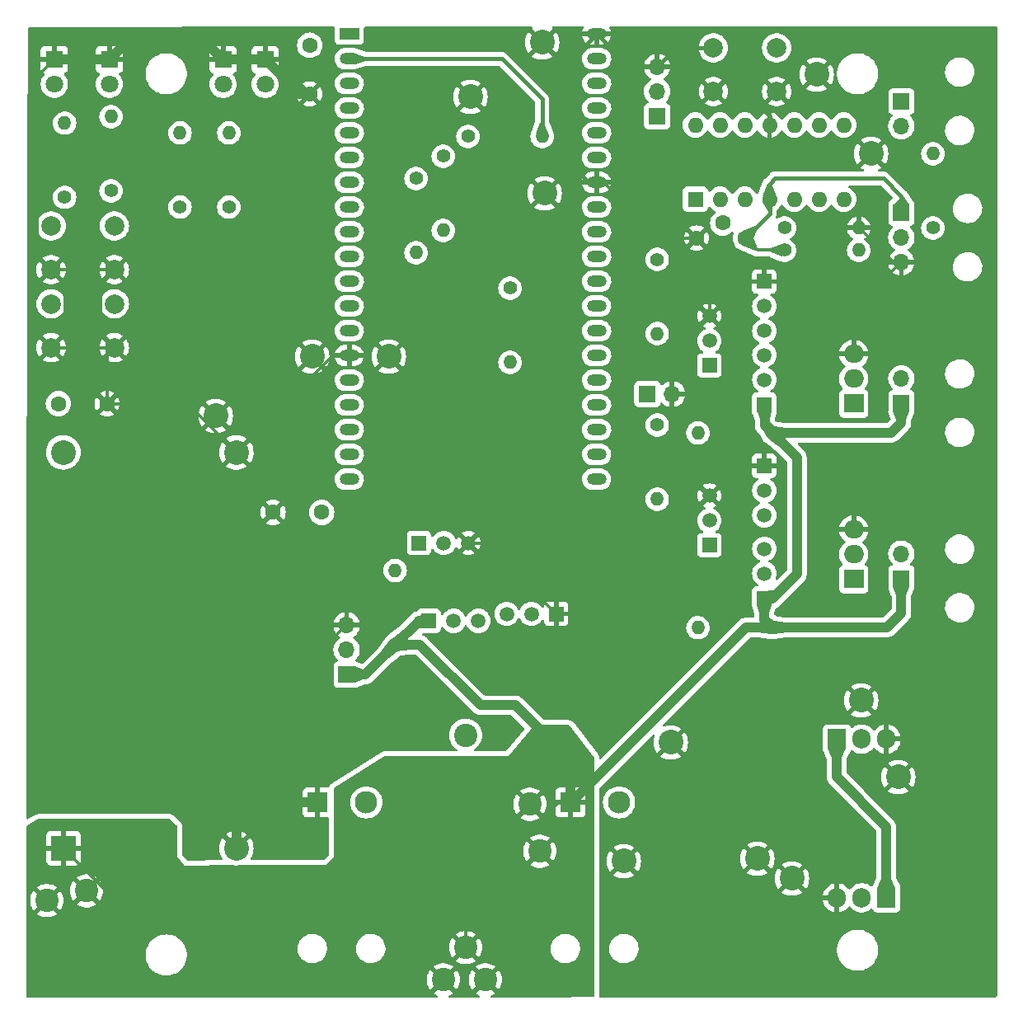
<source format=gbr>
%TF.GenerationSoftware,KiCad,Pcbnew,7.0.1-3b83917a11~172~ubuntu22.04.1*%
%TF.CreationDate,2023-05-23T10:59:46-03:00*%
%TF.ProjectId,adega_iot,61646567-615f-4696-9f74-2e6b69636164,rev?*%
%TF.SameCoordinates,Original*%
%TF.FileFunction,Copper,L1,Top*%
%TF.FilePolarity,Positive*%
%FSLAX46Y46*%
G04 Gerber Fmt 4.6, Leading zero omitted, Abs format (unit mm)*
G04 Created by KiCad (PCBNEW 7.0.1-3b83917a11~172~ubuntu22.04.1) date 2023-05-23 10:59:46*
%MOMM*%
%LPD*%
G01*
G04 APERTURE LIST*
%TA.AperFunction,ComponentPad*%
%ADD10R,1.600000X1.600000*%
%TD*%
%TA.AperFunction,ComponentPad*%
%ADD11O,1.600000X1.600000*%
%TD*%
%TA.AperFunction,ComponentPad*%
%ADD12C,2.540000*%
%TD*%
%TA.AperFunction,ComponentPad*%
%ADD13R,1.800000X1.800000*%
%TD*%
%TA.AperFunction,ComponentPad*%
%ADD14C,1.800000*%
%TD*%
%TA.AperFunction,ComponentPad*%
%ADD15R,1.500000X1.500000*%
%TD*%
%TA.AperFunction,ComponentPad*%
%ADD16C,1.500000*%
%TD*%
%TA.AperFunction,ComponentPad*%
%ADD17C,2.000000*%
%TD*%
%TA.AperFunction,ComponentPad*%
%ADD18C,1.400000*%
%TD*%
%TA.AperFunction,ComponentPad*%
%ADD19O,1.400000X1.400000*%
%TD*%
%TA.AperFunction,ComponentPad*%
%ADD20C,2.400000*%
%TD*%
%TA.AperFunction,ComponentPad*%
%ADD21C,1.600000*%
%TD*%
%TA.AperFunction,ComponentPad*%
%ADD22R,1.700000X1.700000*%
%TD*%
%TA.AperFunction,ComponentPad*%
%ADD23O,1.700000X1.700000*%
%TD*%
%TA.AperFunction,ComponentPad*%
%ADD24R,2.000000X1.905000*%
%TD*%
%TA.AperFunction,ComponentPad*%
%ADD25O,2.000000X1.905000*%
%TD*%
%TA.AperFunction,ComponentPad*%
%ADD26R,2.100000X2.100000*%
%TD*%
%TA.AperFunction,ComponentPad*%
%ADD27C,2.300000*%
%TD*%
%TA.AperFunction,ComponentPad*%
%ADD28R,2.000000X1.200000*%
%TD*%
%TA.AperFunction,ComponentPad*%
%ADD29O,2.000000X1.200000*%
%TD*%
%TA.AperFunction,ComponentPad*%
%ADD30R,2.540000X2.540000*%
%TD*%
%TA.AperFunction,ComponentPad*%
%ADD31R,1.905000X2.000000*%
%TD*%
%TA.AperFunction,ComponentPad*%
%ADD32O,1.905000X2.000000*%
%TD*%
%TA.AperFunction,Conductor*%
%ADD33C,0.406400*%
%TD*%
%TA.AperFunction,Conductor*%
%ADD34C,0.355600*%
%TD*%
%TA.AperFunction,Conductor*%
%ADD35C,1.016000*%
%TD*%
G04 APERTURE END LIST*
D10*
%TO.P,U1,1*%
%TO.N,/TEMP_PELTIER*%
X68840000Y-17875000D03*
D11*
%TO.P,U1,2,-*%
X71380000Y-17875000D03*
%TO.P,U1,3,+*%
%TO.N,Net-(J2-Pin_2)*%
X73920000Y-17875000D03*
%TO.P,U1,4,V+*%
%TO.N,+3V3*%
X76460000Y-17875000D03*
%TO.P,U1,5*%
%TO.N,N/C*%
X79000000Y-17875000D03*
%TO.P,U1,6*%
X81540000Y-17875000D03*
%TO.P,U1,7*%
X84080000Y-17875000D03*
%TO.P,U1,8*%
X84080000Y-10255000D03*
%TO.P,U1,9*%
X81540000Y-10255000D03*
%TO.P,U1,10*%
X79000000Y-10255000D03*
%TO.P,U1,11,V-*%
%TO.N,GND*%
X76460000Y-10255000D03*
%TO.P,U1,12*%
%TO.N,N/C*%
X73920000Y-10255000D03*
%TO.P,U1,13*%
X71380000Y-10255000D03*
%TO.P,U1,14*%
X68840000Y-10255000D03*
%TD*%
D12*
%TO.P,,0,GND*%
%TO.N,GND*%
X66316000Y-73660000D03*
%TD*%
D13*
%TO.P,D2,1,K*%
%TO.N,GND*%
X8658000Y-3523440D03*
D14*
%TO.P,D2,2,A*%
%TO.N,Net-(D2-A)*%
X8658000Y-6063440D03*
%TD*%
D15*
%TO.P,Q5,1,C*%
%TO.N,GND*%
X54540000Y-60460000D03*
D16*
%TO.P,Q5,2,B*%
%TO.N,Net-(Q1-B)*%
X52000000Y-60460000D03*
%TO.P,Q5,3,E*%
%TO.N,/MOSFET_GATE*%
X49460000Y-60460000D03*
%TD*%
D12*
%TO.P,,0,GND*%
%TO.N,GND*%
X89684000Y-77216000D03*
%TD*%
%TO.P,,0,GND*%
%TO.N,GND*%
X29486000Y-34036000D03*
%TD*%
D17*
%TO.P,SW3,1,1*%
%TO.N,GND*%
X77186000Y-6822000D03*
X70686000Y-6822000D03*
%TO.P,SW3,2,2*%
%TO.N,/RST*%
X77186000Y-2322000D03*
X70686000Y-2322000D03*
%TD*%
D18*
%TO.P,R11,1*%
%TO.N,+12V*%
X76730000Y-61875000D03*
D19*
%TO.P,R11,2*%
%TO.N,Net-(Q10-C)*%
X69110000Y-61875000D03*
%TD*%
D18*
%TO.P,R12,1*%
%TO.N,/FAN2*%
X64920000Y-24065000D03*
D19*
%TO.P,R12,2*%
%TO.N,Net-(Q8-B)*%
X64920000Y-31685000D03*
%TD*%
D12*
%TO.P,,0,GND*%
%TO.N,GND*%
X19580000Y-40132000D03*
%TD*%
%TO.P,,0,GND*%
%TO.N,GND*%
X45742000Y-7366000D03*
%TD*%
D20*
%TO.P,,0*%
%TO.N,+12V*%
X52854000Y-84836000D03*
%TD*%
D12*
%TO.P,,0,GND*%
%TO.N,GND*%
X53362000Y-17272000D03*
%TD*%
D15*
%TO.P,Q10,1,C*%
%TO.N,Net-(Q10-C)*%
X70280000Y-53415000D03*
D16*
%TO.P,Q10,2,B*%
%TO.N,Net-(Q10-B)*%
X70280000Y-50875000D03*
%TO.P,Q10,3,E*%
%TO.N,GND*%
X70280000Y-48335000D03*
%TD*%
D15*
%TO.P,Q8,1,C*%
%TO.N,Net-(Q6-B)*%
X70280000Y-34955000D03*
D16*
%TO.P,Q8,2,B*%
%TO.N,Net-(Q8-B)*%
X70280000Y-32415000D03*
%TO.P,Q8,3,E*%
%TO.N,GND*%
X70280000Y-29875000D03*
%TD*%
D21*
%TO.P,,1*%
%TO.N,+3V3*%
X71650000Y-20320000D03*
%TD*%
D18*
%TO.P,R3,1*%
%TO.N,/LED0*%
X4060000Y-17685000D03*
D19*
%TO.P,R3,2*%
%TO.N,Net-(D1-A)*%
X4060000Y-10065000D03*
%TD*%
D12*
%TO.P,,0,GND*%
%TO.N,GND*%
X81302000Y-5080000D03*
%TD*%
D18*
%TO.P,R10,1*%
%TO.N,+12V*%
X76730000Y-41875000D03*
D19*
%TO.P,R10,2*%
%TO.N,Net-(Q6-B)*%
X69110000Y-41875000D03*
%TD*%
D18*
%TO.P,R4,1*%
%TO.N,/LED1*%
X8820000Y-17010000D03*
D19*
%TO.P,R4,2*%
%TO.N,Net-(D2-A)*%
X8820000Y-9390000D03*
%TD*%
D15*
%TO.P,Q6,1,C*%
%TO.N,+12V*%
X75920000Y-38955000D03*
D16*
%TO.P,Q6,2,B*%
%TO.N,Net-(Q6-B)*%
X75920000Y-36415000D03*
%TO.P,Q6,3,E*%
%TO.N,Net-(Q12-G)*%
X75920000Y-33875000D03*
%TD*%
D12*
%TO.P,,0,GND*%
%TO.N,GND*%
X86890000Y-13208000D03*
%TD*%
D18*
%TO.P,R2,1*%
%TO.N,+3V3*%
X42948000Y-13462000D03*
D19*
%TO.P,R2,2*%
%TO.N,/SW2*%
X42948000Y-21082000D03*
%TD*%
D15*
%TO.P,Q11,1,C*%
%TO.N,GND*%
X75920000Y-45255000D03*
D16*
%TO.P,Q11,2,B*%
%TO.N,Net-(Q10-C)*%
X75920000Y-47795000D03*
%TO.P,Q11,3,E*%
%TO.N,Net-(Q11-E)*%
X75920000Y-50335000D03*
%TD*%
D18*
%TO.P,R16,1*%
%TO.N,+3V3*%
X93240000Y-20828000D03*
D19*
%TO.P,R16,2*%
%TO.N,Net-(J2-Pin_1)*%
X93240000Y-13208000D03*
%TD*%
D12*
%TO.P,,0,GND*%
%TO.N,GND*%
X53108000Y-1778000D03*
%TD*%
D22*
%TO.P,J1,1,Pin_1*%
%TO.N,+3V3*%
X90000000Y-19280000D03*
D23*
%TO.P,J1,2,Pin_2*%
%TO.N,/DS18B20*%
X90000000Y-21820000D03*
%TO.P,J1,3,Pin_3*%
%TO.N,GND*%
X90000000Y-24360000D03*
%TD*%
D20*
%TO.P,,0*%
%TO.N,+12V*%
X2220000Y-89900000D03*
%TD*%
D22*
%TO.P,J6,1,Pin_1*%
%TO.N,/TXD*%
X64920000Y-9360000D03*
D23*
%TO.P,J6,2,Pin_2*%
%TO.N,/RXD*%
X64920000Y-6820000D03*
%TO.P,J6,3,Pin_3*%
%TO.N,GND*%
X64920000Y-4280000D03*
%TD*%
D13*
%TO.P,D3,1,K*%
%TO.N,GND*%
X20342000Y-3551000D03*
D14*
%TO.P,D3,2,A*%
%TO.N,Net-(D3-A)*%
X20342000Y-6091000D03*
%TD*%
D18*
%TO.P,R6,1*%
%TO.N,/LED3*%
X20920000Y-18685000D03*
D19*
%TO.P,R6,2*%
%TO.N,Net-(D4-A)*%
X20920000Y-11065000D03*
%TD*%
D24*
%TO.P,Q13,1,G*%
%TO.N,Net-(Q11-E)*%
X85112000Y-56896000D03*
D25*
%TO.P,Q13,2,D*%
%TO.N,Net-(J9-Pin_2)*%
X85112000Y-54356000D03*
%TO.P,Q13,3,S*%
%TO.N,GND*%
X85112000Y-51816000D03*
%TD*%
D22*
%TO.P,J9,1,Pin_1*%
%TO.N,+12V*%
X90000000Y-56820000D03*
D23*
%TO.P,J9,2,Pin_2*%
%TO.N,Net-(J9-Pin_2)*%
X90000000Y-54280000D03*
%TD*%
D17*
%TO.P,SW2,1,1*%
%TO.N,GND*%
X9170000Y-25125000D03*
X2670000Y-25125000D03*
%TO.P,SW2,2,2*%
%TO.N,/SW2*%
X9170000Y-20625000D03*
X2670000Y-20625000D03*
%TD*%
D21*
%TO.P,C3,1*%
%TO.N,+5V*%
X3420000Y-38875000D03*
%TO.P,C3,2*%
%TO.N,GND*%
X8420000Y-38875000D03*
%TD*%
D26*
%TO.P,J3,1,Pin_1*%
%TO.N,GND*%
X30042500Y-79820000D03*
D27*
%TO.P,J3,2,Pin_2*%
%TO.N,Net-(J3-Pin_2)*%
X35042500Y-79820000D03*
%TD*%
D12*
%TO.P,,0,GND*%
%TO.N,GND*%
X78762000Y-87630000D03*
%TD*%
D21*
%TO.P,C2,1*%
%TO.N,+3V3*%
X29232000Y-2072000D03*
%TO.P,C2,2*%
%TO.N,GND*%
X29232000Y-7072000D03*
%TD*%
D24*
%TO.P,Q12,1,G*%
%TO.N,Net-(Q12-G)*%
X85112000Y-38862000D03*
D25*
%TO.P,Q12,2,D*%
%TO.N,Net-(J8-Pin_2)*%
X85112000Y-36322000D03*
%TO.P,Q12,3,S*%
%TO.N,GND*%
X85112000Y-33782000D03*
%TD*%
D18*
%TO.P,R9,1*%
%TO.N,/PELTIER_POWER*%
X49806000Y-27010000D03*
D19*
%TO.P,R9,2*%
%TO.N,Net-(Q4-B)*%
X49806000Y-34630000D03*
%TD*%
D22*
%TO.P,J10,1,Pin_1*%
%TO.N,/BOOT*%
X63920000Y-37875000D03*
D23*
%TO.P,J10,2,Pin_2*%
%TO.N,GND*%
X66460000Y-37875000D03*
%TD*%
D20*
%TO.P,,0*%
%TO.N,+12V*%
X42948000Y-98044000D03*
%TD*%
D18*
%TO.P,R14,1*%
%TO.N,+3V3*%
X78000000Y-23114000D03*
D19*
%TO.P,R14,2*%
%TO.N,/DS18B20*%
X85620000Y-23114000D03*
%TD*%
D20*
%TO.P,,0*%
%TO.N,+12V*%
X47266000Y-98044000D03*
%TD*%
D15*
%TO.P,Q4,1,C*%
%TO.N,Net-(Q1-B)*%
X40460000Y-53180000D03*
D16*
%TO.P,Q4,2,B*%
%TO.N,Net-(Q4-B)*%
X43000000Y-53180000D03*
%TO.P,Q4,3,E*%
%TO.N,GND*%
X45540000Y-53180000D03*
%TD*%
D18*
%TO.P,R8,1*%
%TO.N,+12V*%
X38000000Y-63630000D03*
D19*
%TO.P,R8,2*%
%TO.N,Net-(Q1-B)*%
X38000000Y-56010000D03*
%TD*%
D17*
%TO.P,SW1,1,1*%
%TO.N,GND*%
X9170000Y-33125000D03*
X2670000Y-33125000D03*
%TO.P,SW1,2,2*%
%TO.N,/SW1*%
X9170000Y-28625000D03*
X2670000Y-28625000D03*
%TD*%
D12*
%TO.P,,0,GND*%
%TO.N,GND*%
X37360000Y-34036000D03*
%TD*%
D15*
%TO.P,Q7,1,C*%
%TO.N,+12V*%
X75920000Y-58875000D03*
D16*
%TO.P,Q7,2,B*%
%TO.N,Net-(Q10-C)*%
X75920000Y-56335000D03*
%TO.P,Q7,3,E*%
%TO.N,Net-(Q11-E)*%
X75920000Y-53795000D03*
%TD*%
D28*
%TO.P,U2,1,3V3*%
%TO.N,+3V3*%
X33300000Y-916560D03*
D29*
%TO.P,U2,2,CHIP_PU*%
%TO.N,/RST*%
X33300000Y-3456560D03*
%TO.P,U2,3,SENSOR_VP/GPIO36/ADC1_CH0*%
%TO.N,unconnected-(U2-SENSOR_VP{slash}GPIO36{slash}ADC1_CH0-Pad3)*%
X33300000Y-5996560D03*
%TO.P,U2,4,SENSOR_VN/GPIO39/ADC1_CH3*%
%TO.N,unconnected-(U2-SENSOR_VN{slash}GPIO39{slash}ADC1_CH3-Pad4)*%
X33300000Y-8536560D03*
%TO.P,U2,5,VDET_1/GPIO34/ADC1_CH6*%
%TO.N,/LED0*%
X33300000Y-11076560D03*
%TO.P,U2,6,VDET_2/GPIO35/ADC1_CH7*%
%TO.N,/LED1*%
X33300000Y-13616560D03*
%TO.P,U2,7,32K_XP/GPIO32/ADC1_CH4*%
%TO.N,/LED2*%
X33300000Y-16156560D03*
%TO.P,U2,8,32K_XN/GPIO33/ADC1_CH5*%
%TO.N,/LED3*%
X33300000Y-18696560D03*
%TO.P,U2,9,DAC_1/ADC2_CH8/GPIO25*%
%TO.N,/SW2*%
X33300000Y-21236560D03*
%TO.P,U2,10,DAC_2/ADC2_CH9/GPIO26*%
%TO.N,/SW1*%
X33300000Y-23776560D03*
%TO.P,U2,11,ADC2_CH7/GPIO27*%
%TO.N,/PELTIER_POWER*%
X33300000Y-26316560D03*
%TO.P,U2,12,MTMS/GPIO14/ADC2_CH6*%
%TO.N,unconnected-(U2-MTMS{slash}GPIO14{slash}ADC2_CH6-Pad12)*%
X33300000Y-28856560D03*
%TO.P,U2,13,MTDI/GPIO12/ADC2_CH5*%
%TO.N,unconnected-(U2-MTDI{slash}GPIO12{slash}ADC2_CH5-Pad13)*%
X33300000Y-31396560D03*
%TO.P,U2,14,GND*%
%TO.N,GND*%
X33300000Y-33936560D03*
%TO.P,U2,15,MTCK/GPIO13/ADC2_CH4*%
%TO.N,unconnected-(U2-MTCK{slash}GPIO13{slash}ADC2_CH4-Pad15)*%
X33300000Y-36476560D03*
%TO.P,U2,16,SD_DATA2/GPIO9*%
%TO.N,unconnected-(U2-SD_DATA2{slash}GPIO9-Pad16)*%
X33300000Y-39016560D03*
%TO.P,U2,17,SD_DATA3/GPIO10*%
%TO.N,unconnected-(U2-SD_DATA3{slash}GPIO10-Pad17)*%
X33300000Y-41556560D03*
%TO.P,U2,18,CMD*%
%TO.N,unconnected-(U2-CMD-Pad18)*%
X33300000Y-44096560D03*
%TO.P,U2,19,5V*%
%TO.N,+5V*%
X33300000Y-46636560D03*
%TO.P,U2,20,SD_CLK/GPIO6*%
%TO.N,unconnected-(U2-SD_CLK{slash}GPIO6-Pad20)*%
X58696320Y-46633840D03*
%TO.P,U2,21,SD_DATA0/GPIO7*%
%TO.N,unconnected-(U2-SD_DATA0{slash}GPIO7-Pad21)*%
X58696320Y-44093840D03*
%TO.P,U2,22,SD_DATA1/GPIO8*%
%TO.N,unconnected-(U2-SD_DATA1{slash}GPIO8-Pad22)*%
X58700000Y-41556560D03*
%TO.P,U2,23,MTDO/GPIO15/ADC2_CH3*%
%TO.N,unconnected-(U2-MTDO{slash}GPIO15{slash}ADC2_CH3-Pad23)*%
X58700000Y-39016560D03*
%TO.P,U2,24,ADC2_CH2/GPIO2*%
%TO.N,/FAN1*%
X58700000Y-36476560D03*
%TO.P,U2,25,GPIO0/BOOT/ADC2_CH1*%
%TO.N,/BOOT*%
X58700000Y-33936560D03*
%TO.P,U2,26,ADC2_CH0/GPIO4*%
%TO.N,/TEMP_PELTIER*%
X58700000Y-31396560D03*
%TO.P,U2,27,GPIO16*%
%TO.N,/GPIO_16*%
X58700000Y-28856560D03*
%TO.P,U2,28,GPIO17*%
%TO.N,unconnected-(U2-GPIO17-Pad28)*%
X58700000Y-26316560D03*
%TO.P,U2,29,GPIO5*%
%TO.N,/FAN2*%
X58700000Y-23776560D03*
%TO.P,U2,30,GPIO18*%
%TO.N,unconnected-(U2-GPIO18-Pad30)*%
X58700000Y-21236560D03*
%TO.P,U2,31,GPIO19*%
%TO.N,/DS18B20*%
X58700000Y-18696560D03*
%TO.P,U2,32,GND*%
%TO.N,GND*%
X58700000Y-16156560D03*
%TO.P,U2,33,GPIO21*%
%TO.N,unconnected-(U2-GPIO21-Pad33)*%
X58700000Y-13616560D03*
%TO.P,U2,34,U0RXD/GPIO3*%
%TO.N,/RXD*%
X58700000Y-11076560D03*
%TO.P,U2,35,U0TXD/GPIO1*%
%TO.N,/TXD*%
X58700000Y-8536560D03*
%TO.P,U2,36,GPIO22*%
%TO.N,unconnected-(U2-GPIO22-Pad36)*%
X58700000Y-5996560D03*
%TO.P,U2,37,GPIO23*%
%TO.N,unconnected-(U2-GPIO23-Pad37)*%
X58700000Y-3456560D03*
%TO.P,U2,38,GND*%
%TO.N,GND*%
X58700000Y-916560D03*
%TD*%
D30*
%TO.P,U3,1,Vin*%
%TO.N,+12V*%
X3920000Y-84515000D03*
D12*
%TO.P,U3,2,GND*%
%TO.N,GND*%
X21700000Y-84515000D03*
%TO.P,U3,3,GND*%
X21700000Y-43875000D03*
%TO.P,U3,4,Vout*%
%TO.N,+5V*%
X3920000Y-43875000D03*
%TD*%
D18*
%TO.P,R1,1*%
%TO.N,+3V3*%
X40154000Y-15748000D03*
D19*
%TO.P,R1,2*%
%TO.N,/SW1*%
X40154000Y-23368000D03*
%TD*%
D22*
%TO.P,J4,1,Pin_1*%
%TO.N,+12V*%
X33020000Y-66705000D03*
D23*
%TO.P,J4,2,Pin_2*%
%TO.N,/GPIO_16*%
X33020000Y-64165000D03*
%TO.P,J4,3,Pin_3*%
%TO.N,GND*%
X33020000Y-61625000D03*
%TD*%
D18*
%TO.P,R5,1*%
%TO.N,/LED2*%
X15920000Y-18685000D03*
D19*
%TO.P,R5,2*%
%TO.N,Net-(D3-A)*%
X15920000Y-11065000D03*
%TD*%
D12*
%TO.P,,0,GND*%
%TO.N,GND*%
X61490000Y-85852000D03*
%TD*%
D20*
%TO.P,,0*%
%TO.N,+12V*%
X51838000Y-80010000D03*
%TD*%
D22*
%TO.P,J8,1,Pin_1*%
%TO.N,+12V*%
X90000000Y-38820000D03*
D23*
%TO.P,J8,2,Pin_2*%
%TO.N,Net-(J8-Pin_2)*%
X90000000Y-36280000D03*
%TD*%
D20*
%TO.P,F1,1*%
%TO.N,+12V*%
X45237500Y-94720000D03*
%TO.P,F1,2*%
%TO.N,Net-(J3-Pin_2)*%
X45237500Y-72920000D03*
%TD*%
D21*
%TO.P,C1,1*%
%TO.N,+5V*%
X30462000Y-50038000D03*
%TO.P,C1,2*%
%TO.N,GND*%
X25462000Y-50038000D03*
%TD*%
D15*
%TO.P,Q1,1,C*%
%TO.N,+12V*%
X41460000Y-61180000D03*
D16*
%TO.P,Q1,2,B*%
%TO.N,Net-(Q1-B)*%
X44000000Y-61180000D03*
%TO.P,Q1,3,E*%
%TO.N,/MOSFET_GATE*%
X46540000Y-61180000D03*
%TD*%
D26*
%TO.P,J7,1,Pin_1*%
%TO.N,+12V*%
X56000000Y-79820000D03*
D27*
%TO.P,J7,2,Pin_2*%
%TO.N,Net-(J7-Pin_2)*%
X61000000Y-79820000D03*
%TD*%
D18*
%TO.P,R15,1*%
%TO.N,+3V3*%
X45488000Y-11430000D03*
D19*
%TO.P,R15,2*%
%TO.N,/RST*%
X53108000Y-11430000D03*
%TD*%
D20*
%TO.P,,0*%
%TO.N,+12V*%
X6320000Y-88900000D03*
%TD*%
D12*
%TO.P,,0,GND*%
%TO.N,GND*%
X75206000Y-85598000D03*
%TD*%
D21*
%TO.P,C4,1*%
%TO.N,+3V3*%
X73965000Y-21875000D03*
%TO.P,C4,2*%
%TO.N,GND*%
X68965000Y-21875000D03*
%TD*%
D18*
%TO.P,R13,1*%
%TO.N,/FAN1*%
X64920000Y-41065000D03*
D19*
%TO.P,R13,2*%
%TO.N,Net-(Q10-B)*%
X64920000Y-48685000D03*
%TD*%
D18*
%TO.P,R7,1*%
%TO.N,Net-(J2-Pin_2)*%
X78000000Y-20828000D03*
D19*
%TO.P,R7,2*%
%TO.N,GND*%
X85620000Y-20828000D03*
%TD*%
D12*
%TO.P,,0,GND*%
%TO.N,GND*%
X85874000Y-69342000D03*
%TD*%
D13*
%TO.P,D1,1,K*%
%TO.N,GND*%
X3000000Y-3523440D03*
D14*
%TO.P,D1,2,A*%
%TO.N,Net-(D1-A)*%
X3000000Y-6063440D03*
%TD*%
D31*
%TO.P,Q3,1,G*%
%TO.N,/MOSFET_GATE*%
X88460000Y-89610000D03*
D32*
%TO.P,Q3,2,D*%
%TO.N,Net-(J7-Pin_2)*%
X85920000Y-89610000D03*
%TO.P,Q3,3,S*%
%TO.N,GND*%
X83380000Y-89610000D03*
%TD*%
D22*
%TO.P,J2,1,Pin_1*%
%TO.N,Net-(J2-Pin_1)*%
X90000000Y-7820000D03*
D23*
%TO.P,J2,2,Pin_2*%
%TO.N,Net-(J2-Pin_2)*%
X90000000Y-10360000D03*
%TD*%
D15*
%TO.P,Q9,1,C*%
%TO.N,GND*%
X75920000Y-26335000D03*
D16*
%TO.P,Q9,2,B*%
%TO.N,Net-(Q6-B)*%
X75920000Y-28875000D03*
%TO.P,Q9,3,E*%
%TO.N,Net-(Q12-G)*%
X75920000Y-31415000D03*
%TD*%
D31*
%TO.P,Q2,1,G*%
%TO.N,/MOSFET_GATE*%
X83380000Y-73320000D03*
D32*
%TO.P,Q2,2,D*%
%TO.N,Net-(J7-Pin_2)*%
X85920000Y-73320000D03*
%TO.P,Q2,3,S*%
%TO.N,GND*%
X88460000Y-73320000D03*
%TD*%
D13*
%TO.P,D4,1,K*%
%TO.N,GND*%
X24660000Y-3551000D03*
D14*
%TO.P,D4,2,A*%
%TO.N,Net-(D4-A)*%
X24660000Y-6091000D03*
%TD*%
D33*
%TO.N,GND*%
X70686000Y-2322000D02*
X66788000Y-2322000D01*
D34*
X33020000Y-61625000D02*
X37095000Y-61625000D01*
X88025000Y-26335000D02*
X90000000Y-24360000D01*
X7738200Y-26556800D02*
X9170000Y-25125000D01*
X21108440Y-3335000D02*
X20920000Y-3523440D01*
X20110760Y-2714200D02*
X9809240Y-2714200D01*
D35*
X19175000Y-2384000D02*
X9797440Y-2384000D01*
D34*
X8420000Y-33875000D02*
X9170000Y-33125000D01*
D33*
X73136000Y-4280000D02*
X64920000Y-4280000D01*
D34*
X9170000Y-33125000D02*
X2670000Y-33125000D01*
X2670000Y-33125000D02*
X4101800Y-31693200D01*
D33*
X58700000Y-916560D02*
X55394000Y-4222560D01*
X66570000Y-2630000D02*
X64920000Y-4280000D01*
D35*
X21700000Y-84515000D02*
X21700000Y-81420000D01*
D34*
X58155000Y-60460000D02*
X54540000Y-60460000D01*
X73820000Y-26335000D02*
X75920000Y-26335000D01*
X85730000Y-20875000D02*
X89215000Y-24360000D01*
X27500000Y-51820000D02*
X27500000Y-49675000D01*
D33*
X73936000Y-6858000D02*
X73936000Y-5080000D01*
D34*
X66460000Y-33695000D02*
X70280000Y-29875000D01*
X45540000Y-53180000D02*
X47260000Y-53180000D01*
X70280000Y-29875000D02*
X70280000Y-23190000D01*
D35*
X24660000Y-3551000D02*
X20342000Y-3551000D01*
X8658000Y-3523440D02*
X3000000Y-3523440D01*
D34*
X8420000Y-38875000D02*
X16700000Y-38875000D01*
X9170000Y-33125000D02*
X7738200Y-31693200D01*
X66460000Y-44515000D02*
X70280000Y-48335000D01*
X33020000Y-61625000D02*
X33020000Y-57340000D01*
X75920000Y-26335000D02*
X88025000Y-26335000D01*
X27500000Y-49675000D02*
X21700000Y-43875000D01*
D33*
X66570000Y-2540000D02*
X66570000Y-2630000D01*
D34*
X73360000Y-45255000D02*
X75920000Y-45255000D01*
X33020000Y-57340000D02*
X27500000Y-51820000D01*
D33*
X55394000Y-4222560D02*
X55394000Y-13716000D01*
D35*
X23300000Y-79820000D02*
X30042500Y-79820000D01*
D33*
X76460000Y-9382000D02*
X73936000Y-6858000D01*
D34*
X66460000Y-37875000D02*
X66460000Y-44515000D01*
X37095000Y-61625000D02*
X45540000Y-53180000D01*
D35*
X28181000Y-7072000D02*
X24660000Y-3551000D01*
X9797440Y-2384000D02*
X8658000Y-3523440D01*
D34*
X30042500Y-64602500D02*
X33020000Y-61625000D01*
D35*
X20342000Y-3551000D02*
X19175000Y-2384000D01*
D33*
X62063440Y-4280000D02*
X58700000Y-916560D01*
X66788000Y-2322000D02*
X66570000Y-2540000D01*
D34*
X20920000Y-3523440D02*
X20110760Y-2714200D01*
D35*
X21700000Y-81420000D02*
X23300000Y-79820000D01*
D33*
X73936000Y-5080000D02*
X73136000Y-4280000D01*
X76460000Y-10255000D02*
X76460000Y-9382000D01*
D34*
X70280000Y-48335000D02*
X58155000Y-60460000D01*
X1238200Y-23693200D02*
X1238200Y-5285240D01*
X4101800Y-26556800D02*
X2670000Y-25125000D01*
X2670000Y-25125000D02*
X1238200Y-23693200D01*
X30042500Y-79820000D02*
X30042500Y-64602500D01*
D35*
X29232000Y-7072000D02*
X28181000Y-7072000D01*
D34*
X2670000Y-25125000D02*
X9170000Y-25125000D01*
X16700000Y-38875000D02*
X21700000Y-43875000D01*
X31638440Y-33936560D02*
X33300000Y-33936560D01*
X9000000Y-3523440D02*
X3000000Y-3523440D01*
X89215000Y-24360000D02*
X90000000Y-24360000D01*
X21700000Y-43875000D02*
X31638440Y-33936560D01*
X47260000Y-53180000D02*
X54540000Y-60460000D01*
X7738200Y-31693200D02*
X7738200Y-26556800D01*
X70280000Y-48335000D02*
X73360000Y-45255000D01*
X66460000Y-37875000D02*
X66460000Y-33695000D01*
X70280000Y-29875000D02*
X73820000Y-26335000D01*
X59391560Y-16156560D02*
X58700000Y-16156560D01*
X4101800Y-31693200D02*
X4101800Y-26556800D01*
X65110000Y-21875000D02*
X64920000Y-21685000D01*
D33*
X64920000Y-4280000D02*
X62063440Y-4280000D01*
D34*
X68965000Y-21875000D02*
X65110000Y-21875000D01*
X64920000Y-21685000D02*
X59391560Y-16156560D01*
D33*
X55394000Y-13716000D02*
X57834560Y-16156560D01*
D34*
X9809240Y-2714200D02*
X9000000Y-3523440D01*
X70280000Y-23190000D02*
X68965000Y-21875000D01*
X8420000Y-38875000D02*
X8420000Y-33875000D01*
D33*
X57834560Y-16156560D02*
X58700000Y-16156560D01*
D34*
X1238200Y-5285240D02*
X3000000Y-3523440D01*
D33*
%TO.N,+3V3*%
X76476000Y-19364000D02*
X76476000Y-19050000D01*
X90000000Y-17588000D02*
X90000000Y-19280000D01*
X76476000Y-19050000D02*
X76460000Y-19034000D01*
X76460000Y-17875000D02*
X76460000Y-16272000D01*
X76984000Y-15748000D02*
X88160000Y-15748000D01*
D34*
X78000000Y-23114000D02*
X75204000Y-23114000D01*
D33*
X73965000Y-21875000D02*
X76476000Y-19364000D01*
D34*
X75204000Y-23114000D02*
X73965000Y-21875000D01*
D33*
X76460000Y-16272000D02*
X76984000Y-15748000D01*
X76460000Y-19034000D02*
X76460000Y-17875000D01*
X88160000Y-15748000D02*
X90000000Y-17588000D01*
D35*
%TO.N,+12V*%
X76730000Y-61875000D02*
X75920000Y-61065000D01*
X75968000Y-41113000D02*
X75968000Y-39003000D01*
D34*
X12539200Y-93134200D02*
X3920000Y-84515000D01*
D35*
X79270000Y-44415000D02*
X76730000Y-41875000D01*
X76730000Y-61875000D02*
X88515000Y-61875000D01*
X41426000Y-61214000D02*
X41460000Y-61180000D01*
X46758000Y-69850000D02*
X50314000Y-69850000D01*
X34925000Y-66705000D02*
X38000000Y-63630000D01*
X38000000Y-63630000D02*
X40538000Y-63630000D01*
X40538000Y-63630000D02*
X46758000Y-69850000D01*
X76730000Y-41875000D02*
X75968000Y-41113000D01*
X33020000Y-66705000D02*
X34925000Y-66705000D01*
X40408000Y-61222000D02*
X40408000Y-61214000D01*
X88515000Y-61875000D02*
X90000000Y-60390000D01*
X56000000Y-75536000D02*
X56000000Y-79820000D01*
X90000000Y-40832000D02*
X90000000Y-38820000D01*
X76730000Y-41875000D02*
X88887000Y-41875000D01*
X38000000Y-63630000D02*
X40408000Y-61222000D01*
X40408000Y-61214000D02*
X41426000Y-61214000D01*
X88887000Y-41875000D02*
X88922000Y-41910000D01*
X56000000Y-79820000D02*
X56092000Y-79820000D01*
D34*
X54822000Y-79820000D02*
X56000000Y-79820000D01*
D35*
X56092000Y-79820000D02*
X74037000Y-61875000D01*
D34*
X43651700Y-93134200D02*
X12539200Y-93134200D01*
D35*
X90000000Y-60390000D02*
X90000000Y-56820000D01*
D34*
X45237500Y-94720000D02*
X45237500Y-89404500D01*
D35*
X88922000Y-41910000D02*
X90000000Y-40832000D01*
X75920000Y-58875000D02*
X76783000Y-58875000D01*
X75968000Y-39003000D02*
X75920000Y-38955000D01*
X50314000Y-69850000D02*
X56000000Y-75536000D01*
X76783000Y-58875000D02*
X79270000Y-56388000D01*
X74037000Y-61875000D02*
X76730000Y-61875000D01*
D34*
X45237500Y-89404500D02*
X54822000Y-79820000D01*
D35*
X79270000Y-56388000D02*
X79270000Y-44415000D01*
D34*
X45237500Y-94720000D02*
X43651700Y-93134200D01*
D35*
X75920000Y-58875000D02*
X75920000Y-61065000D01*
%TO.N,/MOSFET_GATE*%
X88460000Y-82342000D02*
X83334000Y-77216000D01*
X88460000Y-89610000D02*
X88460000Y-82342000D01*
X83380000Y-77170000D02*
X83380000Y-73320000D01*
D34*
X83334000Y-77216000D02*
X83380000Y-77170000D01*
D33*
%TO.N,/RST*%
X53108000Y-11430000D02*
X53108000Y-7620000D01*
X33300000Y-3456560D02*
X44118560Y-3456560D01*
X48944560Y-3456560D02*
X44118560Y-3456560D01*
X53108000Y-7620000D02*
X48944560Y-3456560D01*
%TD*%
%TA.AperFunction,Conductor*%
%TO.N,+12V*%
G36*
X55895720Y-71894755D02*
G01*
X55939228Y-71930396D01*
X58416285Y-75150571D01*
X58435395Y-75186246D01*
X58442000Y-75226175D01*
X58442000Y-99698538D01*
X58425477Y-99760382D01*
X58380311Y-99805745D01*
X58318539Y-99822536D01*
X53858041Y-99841930D01*
X47941055Y-99867656D01*
X47877287Y-99850325D01*
X47831476Y-99802701D01*
X47816631Y-99738309D01*
X47836970Y-99675435D01*
X47886715Y-99631937D01*
X48118383Y-99520372D01*
X48279185Y-99410737D01*
X47266000Y-98397553D01*
X46252813Y-99410737D01*
X46413619Y-99520372D01*
X46651552Y-99634955D01*
X46650624Y-99636880D01*
X46698256Y-99668320D01*
X46726545Y-99731853D01*
X46716180Y-99800623D01*
X46670423Y-99852997D01*
X46603667Y-99872500D01*
X43610333Y-99872500D01*
X43543577Y-99852997D01*
X43497820Y-99800623D01*
X43487455Y-99731853D01*
X43515744Y-99668320D01*
X43563375Y-99636879D01*
X43562449Y-99634955D01*
X43800383Y-99520372D01*
X43961185Y-99410737D01*
X42948000Y-98397553D01*
X41934813Y-99410737D01*
X42095619Y-99520372D01*
X42333552Y-99634955D01*
X42332624Y-99636880D01*
X42380256Y-99668320D01*
X42408545Y-99731853D01*
X42398180Y-99800623D01*
X42352423Y-99852997D01*
X42285667Y-99872500D01*
X251500Y-99872500D01*
X189500Y-99855887D01*
X144113Y-99810500D01*
X127500Y-99748500D01*
X127500Y-98044000D01*
X41243232Y-98044000D01*
X41262273Y-98298080D01*
X41318971Y-98546491D01*
X41412057Y-98783668D01*
X41539456Y-99004331D01*
X41581452Y-99056993D01*
X41581453Y-99056993D01*
X42594447Y-98044001D01*
X42594447Y-98044000D01*
X43301553Y-98044000D01*
X44314545Y-99056993D01*
X44314546Y-99056992D01*
X44356545Y-99004328D01*
X44483942Y-98783669D01*
X44577028Y-98546491D01*
X44633726Y-98298080D01*
X44652767Y-98044000D01*
X45561232Y-98044000D01*
X45580273Y-98298080D01*
X45636971Y-98546491D01*
X45730057Y-98783668D01*
X45857456Y-99004331D01*
X45899452Y-99056993D01*
X45899453Y-99056993D01*
X46912447Y-98044001D01*
X46912447Y-98044000D01*
X47619553Y-98044000D01*
X48632545Y-99056993D01*
X48632546Y-99056992D01*
X48674545Y-99004328D01*
X48801942Y-98783669D01*
X48895028Y-98546491D01*
X48951726Y-98298080D01*
X48970767Y-98044000D01*
X48951726Y-97789919D01*
X48895028Y-97541508D01*
X48801942Y-97304330D01*
X48674545Y-97083671D01*
X48632546Y-97031005D01*
X47619553Y-98044000D01*
X46912447Y-98044000D01*
X45899453Y-97031006D01*
X45857453Y-97083673D01*
X45730057Y-97304331D01*
X45636971Y-97541508D01*
X45580273Y-97789919D01*
X45561232Y-98044000D01*
X44652767Y-98044000D01*
X44633726Y-97789919D01*
X44577028Y-97541508D01*
X44483942Y-97304330D01*
X44356545Y-97083671D01*
X44314546Y-97031005D01*
X43301553Y-98044000D01*
X42594447Y-98044000D01*
X41581453Y-97031006D01*
X41539453Y-97083673D01*
X41412057Y-97304331D01*
X41318971Y-97541508D01*
X41262273Y-97789919D01*
X41243232Y-98044000D01*
X127500Y-98044000D01*
X127500Y-95644225D01*
X12391500Y-95644225D01*
X12430776Y-95929986D01*
X12437169Y-95952802D01*
X12508600Y-96207744D01*
X12529353Y-96255523D01*
X12623519Y-96472314D01*
X12773393Y-96718771D01*
X12955432Y-96942526D01*
X13166239Y-97139407D01*
X13401896Y-97305753D01*
X13525617Y-97369859D01*
X13658008Y-97438459D01*
X13929804Y-97535055D01*
X14212222Y-97593742D01*
X14427971Y-97608500D01*
X14572028Y-97608500D01*
X14572029Y-97608500D01*
X14787778Y-97593742D01*
X15070196Y-97535055D01*
X15341992Y-97438459D01*
X15598103Y-97305753D01*
X15833758Y-97139409D01*
X16044568Y-96942526D01*
X16226606Y-96718772D01*
X16251849Y-96677261D01*
X41934813Y-96677261D01*
X42948000Y-97690447D01*
X42948001Y-97690447D01*
X43961185Y-96677261D01*
X46252813Y-96677261D01*
X47266000Y-97690447D01*
X47266001Y-97690447D01*
X48279185Y-96677261D01*
X48118379Y-96567625D01*
X47888823Y-96457078D01*
X47645345Y-96381974D01*
X47393397Y-96344000D01*
X47138603Y-96344000D01*
X46886654Y-96381974D01*
X46643179Y-96457077D01*
X46413615Y-96567628D01*
X46252813Y-96677261D01*
X43961185Y-96677261D01*
X43800379Y-96567625D01*
X43570823Y-96457078D01*
X43327345Y-96381974D01*
X43075397Y-96344000D01*
X42820603Y-96344000D01*
X42568654Y-96381974D01*
X42325179Y-96457077D01*
X42095615Y-96567628D01*
X41934813Y-96677261D01*
X16251849Y-96677261D01*
X16376481Y-96472314D01*
X16491400Y-96207744D01*
X16569223Y-95929989D01*
X16608500Y-95644225D01*
X16608500Y-95355775D01*
X16569223Y-95070011D01*
X16516247Y-94880935D01*
X27987818Y-94880935D01*
X28017177Y-95122722D01*
X28084682Y-95355775D01*
X28084939Y-95356662D01*
X28189350Y-95576704D01*
X28327707Y-95777148D01*
X28496425Y-95952802D01*
X28691135Y-96099117D01*
X28906795Y-96212304D01*
X29137818Y-96289431D01*
X29330140Y-96320686D01*
X29378220Y-96328500D01*
X29378221Y-96328500D01*
X29560796Y-96328500D01*
X29560797Y-96328500D01*
X29742768Y-96313810D01*
X29979248Y-96255523D01*
X30203316Y-96160056D01*
X30409168Y-96029883D01*
X30591474Y-95868375D01*
X30745510Y-95679714D01*
X30867289Y-95468787D01*
X30953656Y-95241057D01*
X31002374Y-95002421D01*
X31007270Y-94880935D01*
X33987818Y-94880935D01*
X34017177Y-95122722D01*
X34084682Y-95355775D01*
X34084939Y-95356662D01*
X34189350Y-95576704D01*
X34327707Y-95777148D01*
X34496425Y-95952802D01*
X34691135Y-96099117D01*
X34906795Y-96212304D01*
X35137818Y-96289431D01*
X35330140Y-96320686D01*
X35378220Y-96328500D01*
X35378221Y-96328500D01*
X35560796Y-96328500D01*
X35560797Y-96328500D01*
X35742768Y-96313810D01*
X35979248Y-96255523D01*
X36203316Y-96160056D01*
X36319261Y-96086737D01*
X44224313Y-96086737D01*
X44385119Y-96196372D01*
X44614679Y-96306922D01*
X44858154Y-96382025D01*
X45110103Y-96420000D01*
X45364897Y-96420000D01*
X45616845Y-96382025D01*
X45860323Y-96306921D01*
X46089883Y-96196372D01*
X46250685Y-96086737D01*
X45237500Y-95073553D01*
X44224313Y-96086737D01*
X36319261Y-96086737D01*
X36409168Y-96029883D01*
X36591474Y-95868375D01*
X36745510Y-95679714D01*
X36867289Y-95468787D01*
X36953656Y-95241057D01*
X37002374Y-95002421D01*
X37010843Y-94792256D01*
X37012181Y-94759064D01*
X37007438Y-94720000D01*
X43532732Y-94720000D01*
X43551773Y-94974080D01*
X43608471Y-95222491D01*
X43701557Y-95459668D01*
X43828956Y-95680331D01*
X43870952Y-95732993D01*
X43870953Y-95732993D01*
X44883947Y-94720001D01*
X44883947Y-94720000D01*
X45591053Y-94720000D01*
X46604045Y-95732993D01*
X46604046Y-95732992D01*
X46646045Y-95680328D01*
X46773442Y-95459669D01*
X46866528Y-95222491D01*
X46923226Y-94974080D01*
X46930206Y-94880935D01*
X53987818Y-94880935D01*
X54017177Y-95122722D01*
X54084682Y-95355775D01*
X54084939Y-95356662D01*
X54189350Y-95576704D01*
X54327707Y-95777148D01*
X54496425Y-95952802D01*
X54691135Y-96099117D01*
X54906795Y-96212304D01*
X55137818Y-96289431D01*
X55330140Y-96320686D01*
X55378220Y-96328500D01*
X55378221Y-96328500D01*
X55560796Y-96328500D01*
X55560797Y-96328500D01*
X55742768Y-96313810D01*
X55979248Y-96255523D01*
X56203316Y-96160056D01*
X56409168Y-96029883D01*
X56591474Y-95868375D01*
X56745510Y-95679714D01*
X56867289Y-95468787D01*
X56953656Y-95241057D01*
X57002374Y-95002421D01*
X57010843Y-94792256D01*
X57012181Y-94759064D01*
X56997430Y-94637579D01*
X56982823Y-94517280D01*
X56915061Y-94283338D01*
X56810650Y-94063296D01*
X56672293Y-93862852D01*
X56503575Y-93687198D01*
X56336356Y-93561541D01*
X56308867Y-93540884D01*
X56192753Y-93479943D01*
X56093205Y-93427696D01*
X55862182Y-93350569D01*
X55862178Y-93350568D01*
X55862177Y-93350568D01*
X55621780Y-93311500D01*
X55621779Y-93311500D01*
X55439203Y-93311500D01*
X55257232Y-93326190D01*
X55147401Y-93353261D01*
X55020748Y-93384478D01*
X54796684Y-93479943D01*
X54590835Y-93610114D01*
X54408523Y-93771627D01*
X54254490Y-93960285D01*
X54132711Y-94171212D01*
X54046343Y-94398943D01*
X53997625Y-94637581D01*
X53987818Y-94880935D01*
X46930206Y-94880935D01*
X46942267Y-94720000D01*
X46923226Y-94465919D01*
X46866528Y-94217508D01*
X46773442Y-93980330D01*
X46646045Y-93759671D01*
X46604046Y-93707005D01*
X45591053Y-94720000D01*
X44883947Y-94720000D01*
X43870953Y-93707006D01*
X43828953Y-93759673D01*
X43701557Y-93980331D01*
X43608471Y-94217508D01*
X43551773Y-94465919D01*
X43532732Y-94720000D01*
X37007438Y-94720000D01*
X36997430Y-94637579D01*
X36982823Y-94517280D01*
X36915061Y-94283338D01*
X36810650Y-94063296D01*
X36672293Y-93862852D01*
X36503575Y-93687198D01*
X36336356Y-93561541D01*
X36308867Y-93540884D01*
X36192753Y-93479943D01*
X36093205Y-93427696D01*
X35870246Y-93353261D01*
X44224313Y-93353261D01*
X45237500Y-94366447D01*
X45237501Y-94366447D01*
X46250685Y-93353261D01*
X46089879Y-93243625D01*
X45860323Y-93133078D01*
X45616845Y-93057974D01*
X45364897Y-93020000D01*
X45110103Y-93020000D01*
X44858154Y-93057974D01*
X44614679Y-93133077D01*
X44385115Y-93243628D01*
X44224313Y-93353261D01*
X35870246Y-93353261D01*
X35862182Y-93350569D01*
X35862178Y-93350568D01*
X35862177Y-93350568D01*
X35621780Y-93311500D01*
X35621779Y-93311500D01*
X35439203Y-93311500D01*
X35257232Y-93326190D01*
X35147401Y-93353261D01*
X35020748Y-93384478D01*
X34796684Y-93479943D01*
X34590835Y-93610114D01*
X34408523Y-93771627D01*
X34254490Y-93960285D01*
X34132711Y-94171212D01*
X34046343Y-94398943D01*
X33997625Y-94637581D01*
X33987818Y-94880935D01*
X31007270Y-94880935D01*
X31010843Y-94792256D01*
X31012181Y-94759064D01*
X30997430Y-94637579D01*
X30982823Y-94517280D01*
X30915061Y-94283338D01*
X30810650Y-94063296D01*
X30672293Y-93862852D01*
X30503575Y-93687198D01*
X30336356Y-93561541D01*
X30308867Y-93540884D01*
X30192753Y-93479943D01*
X30093205Y-93427696D01*
X29862182Y-93350569D01*
X29862178Y-93350568D01*
X29862177Y-93350568D01*
X29621780Y-93311500D01*
X29621779Y-93311500D01*
X29439203Y-93311500D01*
X29257232Y-93326190D01*
X29147401Y-93353261D01*
X29020748Y-93384478D01*
X28796684Y-93479943D01*
X28590835Y-93610114D01*
X28408523Y-93771627D01*
X28254490Y-93960285D01*
X28132711Y-94171212D01*
X28046343Y-94398943D01*
X27997625Y-94637581D01*
X27987818Y-94880935D01*
X16516247Y-94880935D01*
X16491400Y-94792256D01*
X16376481Y-94527686D01*
X16226606Y-94281228D01*
X16044568Y-94057474D01*
X16044567Y-94057473D01*
X15833760Y-93860592D01*
X15598103Y-93694246D01*
X15341988Y-93561539D01*
X15070195Y-93464944D01*
X14787782Y-93406258D01*
X14615178Y-93394451D01*
X14572029Y-93391500D01*
X14427971Y-93391500D01*
X14392012Y-93393959D01*
X14212217Y-93406258D01*
X13929804Y-93464944D01*
X13658011Y-93561539D01*
X13401896Y-93694246D01*
X13166239Y-93860592D01*
X12955432Y-94057473D01*
X12773393Y-94281228D01*
X12623519Y-94527685D01*
X12508601Y-94792253D01*
X12430776Y-95070013D01*
X12391500Y-95355775D01*
X12391500Y-95644225D01*
X127500Y-95644225D01*
X127500Y-91266737D01*
X1206813Y-91266737D01*
X1367619Y-91376372D01*
X1597179Y-91486922D01*
X1840654Y-91562025D01*
X2092603Y-91600000D01*
X2347397Y-91600000D01*
X2599345Y-91562025D01*
X2842823Y-91486921D01*
X3072383Y-91376372D01*
X3233185Y-91266737D01*
X2220000Y-90253553D01*
X1206813Y-91266737D01*
X127500Y-91266737D01*
X127500Y-89900000D01*
X515232Y-89900000D01*
X534273Y-90154080D01*
X590971Y-90402491D01*
X684057Y-90639668D01*
X811456Y-90860331D01*
X853452Y-90912993D01*
X853453Y-90912993D01*
X1866447Y-89900001D01*
X1866447Y-89900000D01*
X2573553Y-89900000D01*
X3586545Y-90912993D01*
X3586546Y-90912992D01*
X3628545Y-90860328D01*
X3755942Y-90639669D01*
X3849028Y-90402491D01*
X3880013Y-90266737D01*
X5306813Y-90266737D01*
X5467619Y-90376372D01*
X5697179Y-90486922D01*
X5940654Y-90562025D01*
X6192603Y-90600000D01*
X6447397Y-90600000D01*
X6699345Y-90562025D01*
X6942823Y-90486921D01*
X7172383Y-90376372D01*
X7333185Y-90266737D01*
X6320000Y-89253553D01*
X5306813Y-90266737D01*
X3880013Y-90266737D01*
X3905726Y-90154080D01*
X3924767Y-89900000D01*
X3905726Y-89645919D01*
X3849028Y-89397508D01*
X3755942Y-89160330D01*
X3628545Y-88939671D01*
X3596909Y-88900000D01*
X4615232Y-88900000D01*
X4634273Y-89154080D01*
X4690971Y-89402491D01*
X4784057Y-89639668D01*
X4911456Y-89860331D01*
X4953452Y-89912993D01*
X4953453Y-89912993D01*
X5966447Y-88900001D01*
X5966447Y-88900000D01*
X6673553Y-88900000D01*
X7686545Y-89912993D01*
X7686546Y-89912992D01*
X7728545Y-89860328D01*
X7855942Y-89639669D01*
X7949028Y-89402491D01*
X8005726Y-89154080D01*
X8024767Y-88900000D01*
X8005726Y-88645919D01*
X7949028Y-88397508D01*
X7855942Y-88160330D01*
X7728545Y-87939671D01*
X7686546Y-87887005D01*
X6673553Y-88900000D01*
X5966447Y-88900000D01*
X4953453Y-87887006D01*
X4911453Y-87939673D01*
X4784057Y-88160331D01*
X4690971Y-88397508D01*
X4634273Y-88645919D01*
X4615232Y-88900000D01*
X3596909Y-88900000D01*
X3586546Y-88887005D01*
X2573553Y-89900000D01*
X1866447Y-89900000D01*
X853453Y-88887006D01*
X811453Y-88939673D01*
X684057Y-89160331D01*
X590971Y-89397508D01*
X534273Y-89645919D01*
X515232Y-89900000D01*
X127500Y-89900000D01*
X127500Y-88533261D01*
X1206813Y-88533261D01*
X2220000Y-89546447D01*
X2220001Y-89546447D01*
X3233185Y-88533261D01*
X3072379Y-88423625D01*
X2842823Y-88313078D01*
X2599345Y-88237974D01*
X2347397Y-88200000D01*
X2092603Y-88200000D01*
X1840654Y-88237974D01*
X1597179Y-88313077D01*
X1367615Y-88423628D01*
X1206813Y-88533261D01*
X127500Y-88533261D01*
X127500Y-87533261D01*
X5306813Y-87533261D01*
X6320000Y-88546447D01*
X6320001Y-88546447D01*
X7333185Y-87533261D01*
X7172379Y-87423625D01*
X6942823Y-87313078D01*
X6699345Y-87237974D01*
X6447397Y-87200000D01*
X6192603Y-87200000D01*
X5940654Y-87237974D01*
X5697179Y-87313077D01*
X5467615Y-87423628D01*
X5306813Y-87533261D01*
X127500Y-87533261D01*
X127500Y-84765000D01*
X2150000Y-84765000D01*
X2150000Y-85832824D01*
X2156402Y-85892375D01*
X2206647Y-86027089D01*
X2292811Y-86142188D01*
X2407910Y-86228352D01*
X2542624Y-86278597D01*
X2602176Y-86285000D01*
X3670000Y-86285000D01*
X3670000Y-84765000D01*
X4170000Y-84765000D01*
X4170000Y-86285000D01*
X5237824Y-86285000D01*
X5297375Y-86278597D01*
X5432089Y-86228352D01*
X5547188Y-86142188D01*
X5633352Y-86027089D01*
X5683597Y-85892375D01*
X5690000Y-85832824D01*
X5690000Y-84765000D01*
X4170000Y-84765000D01*
X3670000Y-84765000D01*
X2150000Y-84765000D01*
X127500Y-84765000D01*
X127500Y-84265000D01*
X2150000Y-84265000D01*
X3670000Y-84265000D01*
X3670000Y-82745000D01*
X4170000Y-82745000D01*
X4170000Y-84265000D01*
X5690000Y-84265000D01*
X5690000Y-83197176D01*
X5683597Y-83137624D01*
X5633352Y-83002910D01*
X5547188Y-82887811D01*
X5432089Y-82801647D01*
X5297375Y-82751402D01*
X5237824Y-82745000D01*
X4170000Y-82745000D01*
X3670000Y-82745000D01*
X2602176Y-82745000D01*
X2542624Y-82751402D01*
X2407910Y-82801647D01*
X2292811Y-82887811D01*
X2206647Y-83002910D01*
X2156402Y-83137624D01*
X2150000Y-83197176D01*
X2150000Y-84265000D01*
X127500Y-84265000D01*
X127500Y-82302907D01*
X143595Y-82241812D01*
X187700Y-82196579D01*
X1262687Y-81551587D01*
X1326182Y-81533918D01*
X14773345Y-81502008D01*
X14817033Y-81509850D01*
X14855164Y-81532579D01*
X15577529Y-82162938D01*
X15608884Y-82205052D01*
X15620000Y-82256367D01*
X15620000Y-85400000D01*
X16339472Y-86204969D01*
X16419969Y-86295031D01*
X21414658Y-86264008D01*
X21433902Y-86265390D01*
X21567319Y-86285500D01*
X21832680Y-86285500D01*
X21832681Y-86285500D01*
X21990573Y-86261701D01*
X22008249Y-86260321D01*
X30920031Y-86204969D01*
X30922254Y-86202737D01*
X51840813Y-86202737D01*
X52001619Y-86312372D01*
X52231179Y-86422922D01*
X52474654Y-86498025D01*
X52726603Y-86536000D01*
X52981397Y-86536000D01*
X53233345Y-86498025D01*
X53476823Y-86422921D01*
X53706383Y-86312372D01*
X53867185Y-86202737D01*
X52854000Y-85189553D01*
X51840813Y-86202737D01*
X30922254Y-86202737D01*
X31721822Y-85400004D01*
X31723106Y-84836000D01*
X51149232Y-84836000D01*
X51168273Y-85090080D01*
X51224971Y-85338491D01*
X51318057Y-85575668D01*
X51445456Y-85796331D01*
X51487452Y-85848993D01*
X51487453Y-85848993D01*
X52500447Y-84836001D01*
X52500447Y-84836000D01*
X53207553Y-84836000D01*
X54220545Y-85848993D01*
X54220546Y-85848992D01*
X54262545Y-85796328D01*
X54389942Y-85575669D01*
X54483028Y-85338491D01*
X54539726Y-85090080D01*
X54558767Y-84836000D01*
X54539726Y-84581919D01*
X54483028Y-84333508D01*
X54389942Y-84096330D01*
X54262545Y-83875671D01*
X54220546Y-83823005D01*
X53207553Y-84836000D01*
X52500447Y-84836000D01*
X51487453Y-83823006D01*
X51445453Y-83875673D01*
X51318057Y-84096331D01*
X51224971Y-84333508D01*
X51168273Y-84581919D01*
X51149232Y-84836000D01*
X31723106Y-84836000D01*
X31726218Y-83469261D01*
X51840813Y-83469261D01*
X52854000Y-84482447D01*
X52854001Y-84482447D01*
X53867185Y-83469261D01*
X53706379Y-83359625D01*
X53476823Y-83249078D01*
X53233345Y-83173974D01*
X52981397Y-83136000D01*
X52726603Y-83136000D01*
X52474654Y-83173974D01*
X52231179Y-83249077D01*
X52001615Y-83359628D01*
X51840813Y-83469261D01*
X31726218Y-83469261D01*
X31734529Y-79819999D01*
X33386896Y-79819999D01*
X33407279Y-80078995D01*
X33467926Y-80331610D01*
X33527930Y-80476470D01*
X33567346Y-80571628D01*
X33676449Y-80749669D01*
X33703090Y-80793143D01*
X33733288Y-80828500D01*
X33871811Y-80990689D01*
X34069360Y-81159412D01*
X34290872Y-81295154D01*
X34456108Y-81363597D01*
X34530889Y-81394573D01*
X34610697Y-81413733D01*
X34783506Y-81455221D01*
X35042500Y-81475604D01*
X35301494Y-81455221D01*
X35554110Y-81394573D01*
X35597170Y-81376737D01*
X50824813Y-81376737D01*
X50985619Y-81486372D01*
X51215179Y-81596922D01*
X51458654Y-81672025D01*
X51710603Y-81710000D01*
X51965397Y-81710000D01*
X52217345Y-81672025D01*
X52460823Y-81596921D01*
X52690383Y-81486372D01*
X52851185Y-81376737D01*
X51838000Y-80363553D01*
X50824813Y-81376737D01*
X35597170Y-81376737D01*
X35794128Y-81295154D01*
X36015640Y-81159412D01*
X36213189Y-80990689D01*
X36381912Y-80793140D01*
X36517654Y-80571628D01*
X36617073Y-80331610D01*
X36677721Y-80078994D01*
X36683151Y-80009999D01*
X50133232Y-80009999D01*
X50152273Y-80264080D01*
X50208971Y-80512491D01*
X50302057Y-80749668D01*
X50429456Y-80970331D01*
X50471452Y-81022993D01*
X50471453Y-81022993D01*
X51484447Y-80010001D01*
X51484447Y-80010000D01*
X52191553Y-80010000D01*
X53204545Y-81022993D01*
X53204546Y-81022992D01*
X53246545Y-80970328D01*
X53373942Y-80749669D01*
X53467028Y-80512491D01*
X53523726Y-80264080D01*
X53538270Y-80070000D01*
X54450000Y-80070000D01*
X54450000Y-80917824D01*
X54456402Y-80977375D01*
X54506647Y-81112089D01*
X54592811Y-81227188D01*
X54707910Y-81313352D01*
X54842624Y-81363597D01*
X54902176Y-81370000D01*
X55750000Y-81370000D01*
X55750000Y-80070000D01*
X56250000Y-80070000D01*
X56250000Y-81370000D01*
X57097824Y-81370000D01*
X57157375Y-81363597D01*
X57292089Y-81313352D01*
X57407188Y-81227188D01*
X57493352Y-81112089D01*
X57543597Y-80977375D01*
X57550000Y-80917824D01*
X57550000Y-80070000D01*
X56250000Y-80070000D01*
X55750000Y-80070000D01*
X54450000Y-80070000D01*
X53538270Y-80070000D01*
X53542767Y-80009999D01*
X53523726Y-79755919D01*
X53481291Y-79570000D01*
X54450000Y-79570000D01*
X55750000Y-79570000D01*
X55750000Y-78270000D01*
X56250000Y-78270000D01*
X56250000Y-79570000D01*
X57550000Y-79570000D01*
X57550000Y-78722176D01*
X57543597Y-78662624D01*
X57493352Y-78527910D01*
X57407188Y-78412811D01*
X57292089Y-78326647D01*
X57157375Y-78276402D01*
X57097824Y-78270000D01*
X56250000Y-78270000D01*
X55750000Y-78270000D01*
X54902176Y-78270000D01*
X54842624Y-78276402D01*
X54707910Y-78326647D01*
X54592811Y-78412811D01*
X54506647Y-78527910D01*
X54456402Y-78662624D01*
X54450000Y-78722176D01*
X54450000Y-79570000D01*
X53481291Y-79570000D01*
X53467028Y-79507508D01*
X53373942Y-79270330D01*
X53246545Y-79049671D01*
X53204546Y-78997005D01*
X52191553Y-80010000D01*
X51484447Y-80010000D01*
X50471453Y-78997006D01*
X50429453Y-79049673D01*
X50302057Y-79270331D01*
X50208971Y-79507508D01*
X50152273Y-79755919D01*
X50133232Y-80009999D01*
X36683151Y-80009999D01*
X36698104Y-79820000D01*
X36677721Y-79561006D01*
X36617073Y-79308390D01*
X36601308Y-79270331D01*
X36592218Y-79248385D01*
X36517654Y-79068372D01*
X36381912Y-78846860D01*
X36213189Y-78649311D01*
X36206105Y-78643261D01*
X50824813Y-78643261D01*
X51838000Y-79656447D01*
X51838001Y-79656447D01*
X52851185Y-78643261D01*
X52690379Y-78533625D01*
X52460823Y-78423078D01*
X52217345Y-78347974D01*
X51965397Y-78310000D01*
X51710603Y-78310000D01*
X51458654Y-78347974D01*
X51215179Y-78423077D01*
X50985615Y-78533628D01*
X50824813Y-78643261D01*
X36206105Y-78643261D01*
X36070765Y-78527669D01*
X36015643Y-78480590D01*
X36015640Y-78480588D01*
X35794128Y-78344846D01*
X35696758Y-78304514D01*
X35554110Y-78245426D01*
X35301495Y-78184779D01*
X35171997Y-78174587D01*
X35042500Y-78164396D01*
X35042499Y-78164396D01*
X34783504Y-78184779D01*
X34530889Y-78245426D01*
X34334808Y-78326647D01*
X34290872Y-78344846D01*
X34180545Y-78412454D01*
X34069356Y-78480590D01*
X33871811Y-78649311D01*
X33703090Y-78846856D01*
X33680476Y-78883759D01*
X33567346Y-79068372D01*
X33567345Y-79068375D01*
X33467926Y-79308389D01*
X33407279Y-79561004D01*
X33386896Y-79819999D01*
X31734529Y-79819999D01*
X31737844Y-78364314D01*
X31753373Y-78304514D01*
X31795828Y-78259632D01*
X36789736Y-75119032D01*
X36855750Y-75100000D01*
X49620000Y-75100000D01*
X52308854Y-71925850D01*
X52351328Y-71893495D01*
X52403469Y-71882000D01*
X55840943Y-71882000D01*
X55895720Y-71894755D01*
G37*
%TD.AperFunction*%
%TD*%
%TA.AperFunction,Conductor*%
%TO.N,GND*%
G36*
X52045142Y-143197D02*
G01*
X52090239Y-186315D01*
X52108630Y-245937D01*
X52095658Y-306967D01*
X52054607Y-353954D01*
X52044438Y-360886D01*
X53108000Y-1424447D01*
X53108001Y-1424447D01*
X54171560Y-360886D01*
X54161391Y-353953D01*
X54120340Y-306967D01*
X54107368Y-245937D01*
X54125759Y-186315D01*
X54170856Y-143197D01*
X54231243Y-127500D01*
X57270619Y-127500D01*
X57332619Y-144113D01*
X57378006Y-189500D01*
X57394619Y-251500D01*
X57378006Y-313500D01*
X57294853Y-457523D01*
X57226143Y-656048D01*
X57224631Y-666559D01*
X57224632Y-666560D01*
X60171257Y-666560D01*
X60144229Y-555149D01*
X60056961Y-364057D01*
X60028029Y-323428D01*
X60005352Y-260347D01*
X60018820Y-194680D01*
X60064498Y-145619D01*
X60129036Y-127500D01*
X99720000Y-127500D01*
X99782000Y-144113D01*
X99827387Y-189500D01*
X99844000Y-251500D01*
X99844000Y-99538728D01*
X99830909Y-99594182D01*
X99778730Y-99698539D01*
X99726023Y-99803954D01*
X99680305Y-99853981D01*
X99615114Y-99872500D01*
X59066005Y-99872500D01*
X58999393Y-99853089D01*
X58953636Y-99800932D01*
X58943060Y-99732360D01*
X58947500Y-99698539D01*
X58947500Y-94880935D01*
X59987818Y-94880935D01*
X60017177Y-95122722D01*
X60084938Y-95356659D01*
X60084939Y-95356662D01*
X60189350Y-95576704D01*
X60327707Y-95777148D01*
X60496425Y-95952802D01*
X60691135Y-96099117D01*
X60906795Y-96212304D01*
X61137818Y-96289431D01*
X61330140Y-96320686D01*
X61378220Y-96328500D01*
X61378221Y-96328500D01*
X61560796Y-96328500D01*
X61560797Y-96328500D01*
X61742768Y-96313810D01*
X61979248Y-96255523D01*
X62203316Y-96160056D01*
X62409168Y-96029883D01*
X62591474Y-95868375D01*
X62745510Y-95679714D01*
X62867289Y-95468787D01*
X62953656Y-95241057D01*
X62973424Y-95144225D01*
X83391500Y-95144225D01*
X83430776Y-95429986D01*
X83430777Y-95429989D01*
X83508600Y-95707744D01*
X83578371Y-95868372D01*
X83623519Y-95972314D01*
X83773393Y-96218771D01*
X83955432Y-96442526D01*
X84166239Y-96639407D01*
X84401896Y-96805753D01*
X84525617Y-96869859D01*
X84658008Y-96938459D01*
X84929804Y-97035055D01*
X85212222Y-97093742D01*
X85427971Y-97108500D01*
X85572028Y-97108500D01*
X85572029Y-97108500D01*
X85787778Y-97093742D01*
X86070196Y-97035055D01*
X86341992Y-96938459D01*
X86598103Y-96805753D01*
X86833758Y-96639409D01*
X87044568Y-96442526D01*
X87226606Y-96218772D01*
X87376481Y-95972314D01*
X87491400Y-95707744D01*
X87569223Y-95429989D01*
X87608500Y-95144225D01*
X87608500Y-94855775D01*
X87569223Y-94570011D01*
X87491400Y-94292256D01*
X87376481Y-94027686D01*
X87226606Y-93781228D01*
X87044568Y-93557474D01*
X87044567Y-93557473D01*
X86833760Y-93360592D01*
X86598103Y-93194246D01*
X86341988Y-93061539D01*
X86070195Y-92964944D01*
X85787782Y-92906258D01*
X85615178Y-92894451D01*
X85572029Y-92891500D01*
X85427971Y-92891500D01*
X85392012Y-92893959D01*
X85212217Y-92906258D01*
X84929804Y-92964944D01*
X84658011Y-93061539D01*
X84401896Y-93194246D01*
X84166239Y-93360592D01*
X83955432Y-93557473D01*
X83773393Y-93781228D01*
X83623519Y-94027685D01*
X83508601Y-94292253D01*
X83430776Y-94570013D01*
X83391500Y-94855775D01*
X83391500Y-95144225D01*
X62973424Y-95144225D01*
X63002374Y-95002421D01*
X63012181Y-94759061D01*
X62982823Y-94517280D01*
X62915061Y-94283338D01*
X62810650Y-94063296D01*
X62672293Y-93862852D01*
X62503575Y-93687198D01*
X62330944Y-93557474D01*
X62308867Y-93540884D01*
X62192753Y-93479943D01*
X62093205Y-93427696D01*
X61862182Y-93350569D01*
X61862178Y-93350568D01*
X61862177Y-93350568D01*
X61621780Y-93311500D01*
X61621779Y-93311500D01*
X61439203Y-93311500D01*
X61257232Y-93326189D01*
X61257232Y-93326190D01*
X61020748Y-93384478D01*
X60796684Y-93479943D01*
X60590835Y-93610114D01*
X60408523Y-93771627D01*
X60254490Y-93960285D01*
X60132711Y-94171212D01*
X60046343Y-94398943D01*
X59997625Y-94637581D01*
X59987818Y-94880935D01*
X58947500Y-94880935D01*
X58947500Y-89860000D01*
X81939303Y-89860000D01*
X81942400Y-89897393D01*
X82001493Y-90130744D01*
X82098184Y-90351180D01*
X82229848Y-90552707D01*
X82392873Y-90729798D01*
X82582835Y-90877651D01*
X82794539Y-90992219D01*
X83022207Y-91070380D01*
X83129999Y-91088366D01*
X83130000Y-91088367D01*
X83130000Y-89860000D01*
X81939303Y-89860000D01*
X58947500Y-89860000D01*
X58947500Y-89047112D01*
X77698438Y-89047112D01*
X77874521Y-89167163D01*
X78113533Y-89282265D01*
X78367034Y-89360461D01*
X78629356Y-89400000D01*
X78894644Y-89400000D01*
X79156965Y-89360461D01*
X79158460Y-89360000D01*
X81939302Y-89360000D01*
X83130000Y-89360000D01*
X83130000Y-88131634D01*
X83129999Y-88131633D01*
X83022207Y-88149619D01*
X82794539Y-88227780D01*
X82582835Y-88342348D01*
X82392873Y-88490201D01*
X82229848Y-88667292D01*
X82098184Y-88868819D01*
X82001493Y-89089255D01*
X81942400Y-89322606D01*
X81939302Y-89360000D01*
X79158460Y-89360000D01*
X79410469Y-89282265D01*
X79649481Y-89167163D01*
X79825560Y-89047112D01*
X78762000Y-87983553D01*
X77698438Y-89047112D01*
X58947500Y-89047112D01*
X58947500Y-87629999D01*
X76987036Y-87629999D01*
X77006861Y-87894542D01*
X77065894Y-88153182D01*
X77162813Y-88400126D01*
X77295456Y-88629871D01*
X77345642Y-88692803D01*
X77345643Y-88692803D01*
X78408447Y-87630001D01*
X78408447Y-87630000D01*
X79115553Y-87630000D01*
X80178355Y-88692803D01*
X80228543Y-88629870D01*
X80361186Y-88400126D01*
X80458105Y-88153182D01*
X80517138Y-87894542D01*
X80536963Y-87629999D01*
X80517138Y-87365457D01*
X80458105Y-87106817D01*
X80361186Y-86859873D01*
X80228543Y-86630128D01*
X80178355Y-86567195D01*
X79115553Y-87630000D01*
X78408447Y-87630000D01*
X77345643Y-86567196D01*
X77295455Y-86630130D01*
X77162813Y-86859873D01*
X77065894Y-87106817D01*
X77006861Y-87365457D01*
X76987036Y-87629999D01*
X58947500Y-87629999D01*
X58947500Y-87269112D01*
X60426438Y-87269112D01*
X60602521Y-87389163D01*
X60841533Y-87504265D01*
X61095034Y-87582461D01*
X61357356Y-87622000D01*
X61622644Y-87622000D01*
X61884965Y-87582461D01*
X62138469Y-87504265D01*
X62377481Y-87389163D01*
X62553560Y-87269112D01*
X62299560Y-87015112D01*
X74142438Y-87015112D01*
X74318521Y-87135163D01*
X74557533Y-87250265D01*
X74811034Y-87328461D01*
X75073356Y-87368000D01*
X75338644Y-87368000D01*
X75600965Y-87328461D01*
X75854469Y-87250265D01*
X76093481Y-87135163D01*
X76269560Y-87015112D01*
X75206000Y-85951553D01*
X74142438Y-87015112D01*
X62299560Y-87015112D01*
X61490000Y-86205553D01*
X60426438Y-87269112D01*
X58947500Y-87269112D01*
X58947500Y-85851999D01*
X59715036Y-85851999D01*
X59734861Y-86116542D01*
X59793894Y-86375182D01*
X59890813Y-86622126D01*
X60023456Y-86851871D01*
X60073642Y-86914803D01*
X60073643Y-86914803D01*
X61136447Y-85852001D01*
X61136447Y-85852000D01*
X61843553Y-85852000D01*
X62906355Y-86914803D01*
X62956543Y-86851870D01*
X63089186Y-86622126D01*
X63186105Y-86375182D01*
X63245138Y-86116542D01*
X63264963Y-85851999D01*
X63245928Y-85597999D01*
X73431036Y-85597999D01*
X73450861Y-85862542D01*
X73509894Y-86121182D01*
X73606813Y-86368126D01*
X73739456Y-86597871D01*
X73789642Y-86660803D01*
X73789643Y-86660803D01*
X74852447Y-85598001D01*
X74852447Y-85598000D01*
X75559553Y-85598000D01*
X76622355Y-86660803D01*
X76672543Y-86597870D01*
X76805186Y-86368126D01*
X76866114Y-86212886D01*
X77698438Y-86212886D01*
X78762000Y-87276447D01*
X78762001Y-87276447D01*
X79825560Y-86212886D01*
X79649481Y-86092836D01*
X79410469Y-85977734D01*
X79156965Y-85899538D01*
X78894644Y-85860000D01*
X78629356Y-85860000D01*
X78367034Y-85899538D01*
X78113533Y-85977734D01*
X77874518Y-86092837D01*
X77698438Y-86212886D01*
X76866114Y-86212886D01*
X76902105Y-86121182D01*
X76961138Y-85862542D01*
X76980963Y-85597999D01*
X76961138Y-85333457D01*
X76902105Y-85074817D01*
X76805186Y-84827873D01*
X76672543Y-84598128D01*
X76622355Y-84535195D01*
X75559553Y-85598000D01*
X74852447Y-85598000D01*
X74852447Y-85597999D01*
X73789643Y-84535196D01*
X73739455Y-84598130D01*
X73606813Y-84827873D01*
X73509894Y-85074817D01*
X73450861Y-85333457D01*
X73431036Y-85597999D01*
X63245928Y-85597999D01*
X63245138Y-85587457D01*
X63186105Y-85328817D01*
X63089186Y-85081873D01*
X62956543Y-84852128D01*
X62906355Y-84789195D01*
X61843553Y-85852000D01*
X61136447Y-85852000D01*
X60073643Y-84789196D01*
X60023455Y-84852130D01*
X59890813Y-85081873D01*
X59793894Y-85328817D01*
X59734861Y-85587457D01*
X59715036Y-85851999D01*
X58947500Y-85851999D01*
X58947500Y-84434886D01*
X60426438Y-84434886D01*
X61490000Y-85498447D01*
X61490001Y-85498447D01*
X62553560Y-84434886D01*
X62377481Y-84314836D01*
X62138469Y-84199734D01*
X62077366Y-84180886D01*
X74142438Y-84180886D01*
X75206000Y-85244447D01*
X75206001Y-85244447D01*
X76269560Y-84180886D01*
X76093481Y-84060836D01*
X75854469Y-83945734D01*
X75600965Y-83867538D01*
X75338644Y-83828000D01*
X75073356Y-83828000D01*
X74811034Y-83867538D01*
X74557533Y-83945734D01*
X74318518Y-84060837D01*
X74142438Y-84180886D01*
X62077366Y-84180886D01*
X61884965Y-84121538D01*
X61622644Y-84082000D01*
X61357356Y-84082000D01*
X61095034Y-84121538D01*
X60841533Y-84199734D01*
X60602518Y-84314837D01*
X60426438Y-84434886D01*
X58947500Y-84434886D01*
X58947500Y-79819999D01*
X59344396Y-79819999D01*
X59364779Y-80078995D01*
X59425426Y-80331610D01*
X59485430Y-80476470D01*
X59524846Y-80571628D01*
X59660588Y-80793140D01*
X59660590Y-80793143D01*
X59727567Y-80871563D01*
X59829311Y-80990689D01*
X60026860Y-81159412D01*
X60248372Y-81295154D01*
X60413608Y-81363597D01*
X60488389Y-81394573D01*
X60568197Y-81413733D01*
X60741006Y-81455221D01*
X61000000Y-81475604D01*
X61258994Y-81455221D01*
X61511610Y-81394573D01*
X61751628Y-81295154D01*
X61973140Y-81159412D01*
X62170689Y-80990689D01*
X62339412Y-80793140D01*
X62475154Y-80571628D01*
X62574573Y-80331610D01*
X62635221Y-80078994D01*
X62655604Y-79820000D01*
X62635221Y-79561006D01*
X62574573Y-79308390D01*
X62475154Y-79068372D01*
X62339412Y-78846860D01*
X62170689Y-78649311D01*
X62028547Y-78527910D01*
X61973143Y-78480590D01*
X61910326Y-78442096D01*
X61751628Y-78344846D01*
X61656470Y-78305430D01*
X61511610Y-78245426D01*
X61258995Y-78184779D01*
X61129497Y-78174587D01*
X61000000Y-78164396D01*
X60999999Y-78164396D01*
X60741004Y-78184779D01*
X60488389Y-78245426D01*
X60292308Y-78326647D01*
X60248372Y-78344846D01*
X60137463Y-78412811D01*
X60026856Y-78480590D01*
X59829311Y-78649311D01*
X59660590Y-78846856D01*
X59660588Y-78846860D01*
X59524846Y-79068372D01*
X59524845Y-79068375D01*
X59425426Y-79308389D01*
X59364779Y-79561004D01*
X59344396Y-79819999D01*
X58947500Y-79819999D01*
X58947500Y-78442096D01*
X58956939Y-78394643D01*
X58983819Y-78354415D01*
X61659398Y-75678836D01*
X62261122Y-75077112D01*
X65252438Y-75077112D01*
X65428521Y-75197163D01*
X65667533Y-75312265D01*
X65921034Y-75390461D01*
X66183356Y-75430000D01*
X66448644Y-75430000D01*
X66710965Y-75390461D01*
X66964469Y-75312265D01*
X67203481Y-75197163D01*
X67379560Y-75077112D01*
X66316000Y-74013553D01*
X65252438Y-75077112D01*
X62261122Y-75077112D01*
X64470010Y-72868223D01*
X64528291Y-72835441D01*
X64595124Y-72837692D01*
X64651070Y-72874321D01*
X64679858Y-72934678D01*
X64673118Y-73001208D01*
X64619893Y-73136823D01*
X64560861Y-73395457D01*
X64541036Y-73660000D01*
X64560861Y-73924542D01*
X64619894Y-74183182D01*
X64716813Y-74430126D01*
X64849456Y-74659871D01*
X64899642Y-74722803D01*
X65962447Y-73660000D01*
X66669553Y-73660000D01*
X67732355Y-74722803D01*
X67782543Y-74659870D01*
X67915186Y-74430126D01*
X67970610Y-74288910D01*
X81925400Y-74288910D01*
X81926912Y-74329072D01*
X81927000Y-74333732D01*
X81927000Y-74367871D01*
X81928653Y-74383243D01*
X81929032Y-74388475D01*
X81929595Y-74392546D01*
X81930052Y-74396268D01*
X81933408Y-74427480D01*
X81938342Y-74440710D01*
X81943377Y-74457922D01*
X81946051Y-74470332D01*
X81972793Y-74540989D01*
X81972796Y-74540995D01*
X81972798Y-74541000D01*
X82292548Y-75226179D01*
X82359867Y-75370433D01*
X82371500Y-75422871D01*
X82371500Y-76896366D01*
X82366160Y-76932362D01*
X82340091Y-77018297D01*
X82320620Y-77215999D01*
X82340091Y-77413702D01*
X82397758Y-77603804D01*
X82491404Y-77779002D01*
X82585849Y-77894084D01*
X87415181Y-82723415D01*
X87442061Y-82763643D01*
X87451500Y-82811096D01*
X87451500Y-87507130D01*
X87439867Y-87559568D01*
X87052797Y-88389001D01*
X87049744Y-88397069D01*
X87017510Y-88444628D01*
X86967300Y-88472554D01*
X86909892Y-88474852D01*
X86857611Y-88451027D01*
X86748077Y-88365774D01*
X86717439Y-88341928D01*
X86505664Y-88227321D01*
X86505660Y-88227319D01*
X86505659Y-88227319D01*
X86277915Y-88149134D01*
X86040399Y-88109500D01*
X85799601Y-88109500D01*
X85562084Y-88149134D01*
X85334340Y-88227319D01*
X85122559Y-88341929D01*
X84932536Y-88489829D01*
X84769446Y-88666992D01*
X84753508Y-88691388D01*
X84708717Y-88732620D01*
X84649699Y-88747564D01*
X84590682Y-88732618D01*
X84545892Y-88691385D01*
X84530153Y-88667294D01*
X84367126Y-88490201D01*
X84177164Y-88342348D01*
X83965460Y-88227780D01*
X83737792Y-88149619D01*
X83630000Y-88131633D01*
X83630000Y-91088366D01*
X83737792Y-91070380D01*
X83965460Y-90992219D01*
X84177164Y-90877651D01*
X84367122Y-90729801D01*
X84530155Y-90552700D01*
X84545892Y-90528614D01*
X84590683Y-90487381D01*
X84649700Y-90472435D01*
X84708718Y-90487380D01*
X84753509Y-90528613D01*
X84753510Y-90528614D01*
X84769449Y-90553010D01*
X84932537Y-90730171D01*
X85122561Y-90878072D01*
X85334336Y-90992679D01*
X85562087Y-91070866D01*
X85799601Y-91110500D01*
X86040399Y-91110500D01*
X86277913Y-91070866D01*
X86505664Y-90992679D01*
X86717439Y-90878072D01*
X86859930Y-90767166D01*
X86912358Y-90743313D01*
X86969907Y-90745720D01*
X87020160Y-90773868D01*
X87052273Y-90821685D01*
X87063702Y-90852328D01*
X87063703Y-90852330D01*
X87063704Y-90852331D01*
X87149954Y-90967546D01*
X87265169Y-91053796D01*
X87400017Y-91104091D01*
X87459627Y-91110500D01*
X89460372Y-91110499D01*
X89519983Y-91104091D01*
X89654831Y-91053796D01*
X89770046Y-90967546D01*
X89856296Y-90852331D01*
X89906591Y-90717483D01*
X89913000Y-90657873D01*
X89912999Y-88660832D01*
X89914597Y-88641134D01*
X89914592Y-88641016D01*
X89914593Y-88641014D01*
X89913086Y-88600979D01*
X89912999Y-88596319D01*
X89912999Y-88562134D01*
X89912999Y-88562128D01*
X89911345Y-88546752D01*
X89910970Y-88541558D01*
X89910807Y-88540382D01*
X89910807Y-88540372D01*
X89910401Y-88537439D01*
X89909946Y-88533735D01*
X89906591Y-88502517D01*
X89901655Y-88489284D01*
X89896619Y-88472066D01*
X89893949Y-88459672D01*
X89870255Y-88397069D01*
X89867201Y-88388999D01*
X89480132Y-87559566D01*
X89468500Y-87507129D01*
X89468500Y-82397642D01*
X89469097Y-82385488D01*
X89473380Y-82342000D01*
X89453909Y-82144300D01*
X89397129Y-81957124D01*
X89396401Y-81954494D01*
X89317412Y-81806717D01*
X89302595Y-81778996D01*
X89176568Y-81625432D01*
X89142784Y-81597706D01*
X89133769Y-81589535D01*
X86177346Y-78633112D01*
X88620438Y-78633112D01*
X88796521Y-78753163D01*
X89035533Y-78868265D01*
X89289034Y-78946461D01*
X89551356Y-78986000D01*
X89816644Y-78986000D01*
X90078965Y-78946461D01*
X90332469Y-78868265D01*
X90571481Y-78753163D01*
X90747560Y-78633112D01*
X89684000Y-77569553D01*
X88620438Y-78633112D01*
X86177346Y-78633112D01*
X84760233Y-77215999D01*
X87909036Y-77215999D01*
X87928861Y-77480542D01*
X87987894Y-77739182D01*
X88084813Y-77986126D01*
X88217456Y-78215871D01*
X88267642Y-78278803D01*
X88267643Y-78278803D01*
X89330447Y-77216001D01*
X89330447Y-77216000D01*
X90037553Y-77216000D01*
X91100355Y-78278803D01*
X91150543Y-78215870D01*
X91283186Y-77986126D01*
X91380105Y-77739182D01*
X91439138Y-77480542D01*
X91458963Y-77215999D01*
X91439138Y-76951457D01*
X91380105Y-76692817D01*
X91283186Y-76445873D01*
X91150543Y-76216128D01*
X91100355Y-76153195D01*
X90037553Y-77216000D01*
X89330447Y-77216000D01*
X88267643Y-76153196D01*
X88217455Y-76216130D01*
X88084813Y-76445873D01*
X87987894Y-76692817D01*
X87928861Y-76951457D01*
X87909036Y-77215999D01*
X84760233Y-77215999D01*
X84424819Y-76880585D01*
X84397939Y-76840357D01*
X84388500Y-76792904D01*
X84388500Y-75798886D01*
X88620438Y-75798886D01*
X89684000Y-76862447D01*
X89684001Y-76862447D01*
X90747560Y-75798886D01*
X90571481Y-75678836D01*
X90332469Y-75563734D01*
X90078965Y-75485538D01*
X89816644Y-75446000D01*
X89551356Y-75446000D01*
X89289034Y-75485538D01*
X89035533Y-75563734D01*
X88796518Y-75678837D01*
X88620438Y-75798886D01*
X84388500Y-75798886D01*
X84388500Y-75422869D01*
X84400133Y-75370431D01*
X84414697Y-75339222D01*
X84787201Y-74540999D01*
X84790252Y-74532937D01*
X84822482Y-74485375D01*
X84872693Y-74457445D01*
X84930103Y-74455146D01*
X84982388Y-74478971D01*
X85122561Y-74588072D01*
X85334336Y-74702679D01*
X85562087Y-74780866D01*
X85799601Y-74820500D01*
X86040399Y-74820500D01*
X86277913Y-74780866D01*
X86505664Y-74702679D01*
X86717439Y-74588072D01*
X86907463Y-74440171D01*
X87070551Y-74263010D01*
X87086490Y-74238612D01*
X87131279Y-74197381D01*
X87190297Y-74182435D01*
X87249315Y-74197380D01*
X87294107Y-74238614D01*
X87309846Y-74262704D01*
X87472873Y-74439798D01*
X87662835Y-74587651D01*
X87874539Y-74702219D01*
X88102207Y-74780380D01*
X88209999Y-74798366D01*
X88210000Y-74798366D01*
X88210000Y-73570000D01*
X88710000Y-73570000D01*
X88710000Y-74798366D01*
X88817792Y-74780380D01*
X89045460Y-74702219D01*
X89257164Y-74587651D01*
X89447126Y-74439798D01*
X89610151Y-74262707D01*
X89741815Y-74061180D01*
X89838506Y-73840744D01*
X89897599Y-73607393D01*
X89900697Y-73570000D01*
X88710000Y-73570000D01*
X88210000Y-73570000D01*
X88210000Y-71841634D01*
X88209999Y-71841633D01*
X88710000Y-71841633D01*
X88710000Y-73070000D01*
X89900697Y-73070000D01*
X89897599Y-73032606D01*
X89838506Y-72799255D01*
X89741815Y-72578819D01*
X89610151Y-72377292D01*
X89447126Y-72200201D01*
X89257164Y-72052348D01*
X89045460Y-71937780D01*
X88817792Y-71859619D01*
X88710000Y-71841633D01*
X88209999Y-71841633D01*
X88102207Y-71859619D01*
X87874539Y-71937780D01*
X87662835Y-72052348D01*
X87472873Y-72200201D01*
X87309846Y-72377294D01*
X87294106Y-72401387D01*
X87249314Y-72442619D01*
X87190297Y-72457564D01*
X87131280Y-72442619D01*
X87086490Y-72401387D01*
X87070551Y-72376990D01*
X86907463Y-72199829D01*
X86717439Y-72051928D01*
X86505664Y-71937321D01*
X86505660Y-71937319D01*
X86505659Y-71937319D01*
X86277915Y-71859134D01*
X86040399Y-71819500D01*
X85799601Y-71819500D01*
X85562084Y-71859134D01*
X85334340Y-71937319D01*
X85334336Y-71937320D01*
X85334336Y-71937321D01*
X85122561Y-72051928D01*
X85122559Y-72051928D01*
X85122556Y-72051931D01*
X84980067Y-72162833D01*
X84927639Y-72186687D01*
X84870089Y-72184279D01*
X84819836Y-72156129D01*
X84787725Y-72108313D01*
X84776296Y-72077669D01*
X84690046Y-71962454D01*
X84574831Y-71876204D01*
X84439983Y-71825909D01*
X84380373Y-71819500D01*
X84380369Y-71819500D01*
X82379630Y-71819500D01*
X82320015Y-71825909D01*
X82185169Y-71876204D01*
X82069954Y-71962454D01*
X81983704Y-72077668D01*
X81933409Y-72212516D01*
X81927000Y-72272131D01*
X81927000Y-74269180D01*
X81925400Y-74288910D01*
X67970610Y-74288910D01*
X68012105Y-74183182D01*
X68071138Y-73924542D01*
X68090963Y-73659999D01*
X68071138Y-73395457D01*
X68012105Y-73136817D01*
X67915186Y-72889873D01*
X67782543Y-72660128D01*
X67732355Y-72597195D01*
X66669553Y-73660000D01*
X65962447Y-73660000D01*
X66316000Y-73306447D01*
X67379560Y-72242886D01*
X67203481Y-72122836D01*
X66964469Y-72007734D01*
X66710965Y-71929538D01*
X66448644Y-71890000D01*
X66183356Y-71890000D01*
X65921034Y-71929538D01*
X65658654Y-72010473D01*
X65657617Y-72007112D01*
X65607226Y-72015652D01*
X65543817Y-71989361D01*
X65504108Y-71933369D01*
X65500270Y-71864833D01*
X65533475Y-71804758D01*
X66579121Y-70759112D01*
X84810438Y-70759112D01*
X84986521Y-70879163D01*
X85225533Y-70994265D01*
X85479034Y-71072461D01*
X85741356Y-71112000D01*
X86006644Y-71112000D01*
X86268965Y-71072461D01*
X86522469Y-70994265D01*
X86761481Y-70879163D01*
X86937560Y-70759112D01*
X85874000Y-69695553D01*
X84810438Y-70759112D01*
X66579121Y-70759112D01*
X67996233Y-69342000D01*
X84099036Y-69342000D01*
X84118861Y-69606542D01*
X84177894Y-69865182D01*
X84274813Y-70112126D01*
X84407456Y-70341871D01*
X84457642Y-70404803D01*
X84457643Y-70404803D01*
X85520447Y-69342001D01*
X85520447Y-69342000D01*
X86227553Y-69342000D01*
X87290355Y-70404803D01*
X87340543Y-70341870D01*
X87473186Y-70112126D01*
X87570105Y-69865182D01*
X87629138Y-69606542D01*
X87648963Y-69342000D01*
X87629138Y-69077457D01*
X87570105Y-68818817D01*
X87473186Y-68571873D01*
X87340543Y-68342128D01*
X87290355Y-68279195D01*
X86227553Y-69342000D01*
X85520447Y-69342000D01*
X85520447Y-69341999D01*
X84457643Y-68279196D01*
X84407455Y-68342130D01*
X84274813Y-68571873D01*
X84177894Y-68818817D01*
X84118861Y-69077457D01*
X84099036Y-69342000D01*
X67996233Y-69342000D01*
X69413347Y-67924886D01*
X84810438Y-67924886D01*
X85874000Y-68988447D01*
X85874001Y-68988447D01*
X86937560Y-67924886D01*
X86761481Y-67804836D01*
X86522469Y-67689734D01*
X86268965Y-67611538D01*
X86006644Y-67572000D01*
X85741356Y-67572000D01*
X85479034Y-67611538D01*
X85225533Y-67689734D01*
X84986518Y-67804837D01*
X84810438Y-67924886D01*
X69413347Y-67924886D01*
X74418415Y-62919818D01*
X74458643Y-62892939D01*
X74506096Y-62883500D01*
X75250582Y-62883500D01*
X75267430Y-62884650D01*
X75271423Y-62885197D01*
X75271425Y-62885198D01*
X76504808Y-63054346D01*
X76510725Y-63055305D01*
X76618754Y-63075500D01*
X76618757Y-63075500D01*
X76841242Y-63075500D01*
X76841243Y-63075500D01*
X76949277Y-63055304D01*
X76955207Y-63054344D01*
X78188574Y-62885198D01*
X78188578Y-62885197D01*
X78192567Y-62884650D01*
X78209415Y-62883500D01*
X88459358Y-62883500D01*
X88471511Y-62884096D01*
X88515000Y-62888380D01*
X88712701Y-62868909D01*
X88902804Y-62811241D01*
X88934038Y-62794546D01*
X89078004Y-62717595D01*
X89231568Y-62591568D01*
X89259299Y-62557776D01*
X89267451Y-62548781D01*
X90673781Y-61142451D01*
X90682776Y-61134299D01*
X90716568Y-61106568D01*
X90842595Y-60953004D01*
X90936241Y-60777804D01*
X90993908Y-60587701D01*
X91008500Y-60439547D01*
X91013380Y-60390000D01*
X91009097Y-60346514D01*
X91008500Y-60334360D01*
X91008500Y-59880935D01*
X94487818Y-59880935D01*
X94517177Y-60122722D01*
X94583464Y-60351569D01*
X94584939Y-60356662D01*
X94689350Y-60576704D01*
X94827707Y-60777148D01*
X94996425Y-60952802D01*
X94996694Y-60953004D01*
X95175860Y-61087639D01*
X95191135Y-61099117D01*
X95406795Y-61212304D01*
X95637818Y-61289431D01*
X95809766Y-61317375D01*
X95878220Y-61328500D01*
X95878221Y-61328500D01*
X96060796Y-61328500D01*
X96060797Y-61328500D01*
X96242768Y-61313810D01*
X96479248Y-61255523D01*
X96703316Y-61160056D01*
X96909168Y-61029883D01*
X97091474Y-60868375D01*
X97245510Y-60679714D01*
X97367289Y-60468787D01*
X97453656Y-60241057D01*
X97502374Y-60002421D01*
X97512181Y-59759061D01*
X97482823Y-59517280D01*
X97415061Y-59283338D01*
X97310650Y-59063296D01*
X97172293Y-58862852D01*
X97003575Y-58687198D01*
X96959821Y-58654319D01*
X96808867Y-58540884D01*
X96692753Y-58479943D01*
X96593205Y-58427696D01*
X96362182Y-58350569D01*
X96362178Y-58350568D01*
X96362177Y-58350568D01*
X96121780Y-58311500D01*
X96121779Y-58311500D01*
X95939203Y-58311500D01*
X95757232Y-58326190D01*
X95690695Y-58342590D01*
X95520748Y-58384478D01*
X95296684Y-58479943D01*
X95090835Y-58610114D01*
X94908523Y-58771627D01*
X94754490Y-58960285D01*
X94632711Y-59171212D01*
X94546343Y-59398943D01*
X94497625Y-59637581D01*
X94487818Y-59880935D01*
X91008500Y-59880935D01*
X91008500Y-58654321D01*
X91017462Y-58608035D01*
X91090022Y-58427696D01*
X91316079Y-57865857D01*
X91338528Y-57795675D01*
X91341290Y-57787041D01*
X91341423Y-57787083D01*
X91343704Y-57778520D01*
X91344091Y-57777482D01*
X91348485Y-57736611D01*
X91348490Y-57736560D01*
X91349434Y-57729634D01*
X91350535Y-57722974D01*
X91351145Y-57716270D01*
X91350587Y-57630909D01*
X91350502Y-57617841D01*
X91350499Y-57617030D01*
X91350499Y-55922130D01*
X91350152Y-55918904D01*
X91344091Y-55862517D01*
X91293796Y-55727669D01*
X91207546Y-55612454D01*
X91092331Y-55526204D01*
X91021278Y-55499703D01*
X90960916Y-55477189D01*
X90910537Y-55442209D01*
X90883084Y-55387365D01*
X90885273Y-55326072D01*
X90916566Y-55273329D01*
X91038495Y-55151401D01*
X91174035Y-54957830D01*
X91273903Y-54743663D01*
X91335063Y-54515408D01*
X91355659Y-54280000D01*
X91335063Y-54044592D01*
X91291212Y-53880935D01*
X94487818Y-53880935D01*
X94517177Y-54122722D01*
X94564919Y-54287545D01*
X94584939Y-54356662D01*
X94689350Y-54576704D01*
X94827707Y-54777148D01*
X94915329Y-54868372D01*
X94996424Y-54952801D01*
X95190703Y-55098793D01*
X95191135Y-55099117D01*
X95406795Y-55212304D01*
X95637818Y-55289431D01*
X95830140Y-55320686D01*
X95878220Y-55328500D01*
X95878221Y-55328500D01*
X96060796Y-55328500D01*
X96060797Y-55328500D01*
X96242768Y-55313810D01*
X96479248Y-55255523D01*
X96703316Y-55160056D01*
X96909168Y-55029883D01*
X97091474Y-54868375D01*
X97245510Y-54679714D01*
X97367289Y-54468787D01*
X97453656Y-54241057D01*
X97502374Y-54002421D01*
X97511014Y-53788031D01*
X97512181Y-53759064D01*
X97512181Y-53759061D01*
X97482823Y-53517280D01*
X97415061Y-53283338D01*
X97310650Y-53063296D01*
X97172293Y-52862852D01*
X97003575Y-52687198D01*
X96808867Y-52540884D01*
X96692753Y-52479943D01*
X96593205Y-52427696D01*
X96362182Y-52350569D01*
X96362178Y-52350568D01*
X96362177Y-52350568D01*
X96121780Y-52311500D01*
X96121779Y-52311500D01*
X95939203Y-52311500D01*
X95802731Y-52322517D01*
X95757232Y-52326190D01*
X95520748Y-52384478D01*
X95296684Y-52479943D01*
X95090835Y-52610114D01*
X94908523Y-52771627D01*
X94754490Y-52960285D01*
X94632711Y-53171212D01*
X94546343Y-53398943D01*
X94497625Y-53637581D01*
X94487818Y-53880935D01*
X91291212Y-53880935D01*
X91273903Y-53816337D01*
X91174035Y-53602171D01*
X91038495Y-53408599D01*
X90871401Y-53241505D01*
X90677830Y-53105965D01*
X90463663Y-53006097D01*
X90355134Y-52977017D01*
X90235407Y-52944936D01*
X90000000Y-52924340D01*
X89764592Y-52944936D01*
X89536336Y-53006097D01*
X89322170Y-53105965D01*
X89128598Y-53241505D01*
X88961505Y-53408598D01*
X88825965Y-53602170D01*
X88726097Y-53816336D01*
X88664936Y-54044592D01*
X88644340Y-54280000D01*
X88664936Y-54515407D01*
X88708962Y-54679714D01*
X88726097Y-54743663D01*
X88825965Y-54957830D01*
X88961505Y-55151401D01*
X88961508Y-55151404D01*
X89083430Y-55273326D01*
X89114726Y-55326072D01*
X89116915Y-55387365D01*
X89089462Y-55442209D01*
X89039083Y-55477189D01*
X88907669Y-55526204D01*
X88792454Y-55612454D01*
X88706204Y-55727668D01*
X88655909Y-55862515D01*
X88655909Y-55862517D01*
X88651270Y-55905670D01*
X88649500Y-55922131D01*
X88649500Y-57616916D01*
X88649497Y-57617726D01*
X88648853Y-57716269D01*
X88649463Y-57722972D01*
X88650570Y-57729677D01*
X88651514Y-57736611D01*
X88655908Y-57777480D01*
X88656303Y-57778539D01*
X88658582Y-57787092D01*
X88658713Y-57787051D01*
X88661470Y-57795670D01*
X88661471Y-57795675D01*
X88683921Y-57865857D01*
X88892590Y-58384478D01*
X88982538Y-58608033D01*
X88991500Y-58654319D01*
X88991500Y-59920904D01*
X88982061Y-59968357D01*
X88955181Y-60008585D01*
X88133585Y-60830181D01*
X88093357Y-60857061D01*
X88045904Y-60866500D01*
X78209426Y-60866500D01*
X78192578Y-60865350D01*
X77210157Y-60730618D01*
X77154912Y-60708656D01*
X77031757Y-60620650D01*
X76982103Y-60585168D01*
X76947179Y-60546915D01*
X76930929Y-60497732D01*
X76936187Y-60446206D01*
X77119490Y-59878114D01*
X77142341Y-59836689D01*
X77179045Y-59806836D01*
X77222704Y-59783500D01*
X77222703Y-59783500D01*
X77346004Y-59717595D01*
X77499568Y-59591568D01*
X77527299Y-59557776D01*
X77535451Y-59548781D01*
X77905050Y-59179182D01*
X77915692Y-59169700D01*
X77923127Y-59163807D01*
X77963380Y-59120936D01*
X77966033Y-59118199D01*
X79187863Y-57896369D01*
X83611500Y-57896369D01*
X83617909Y-57955983D01*
X83668204Y-58090831D01*
X83754454Y-58206046D01*
X83869669Y-58292296D01*
X84004517Y-58342591D01*
X84064127Y-58349000D01*
X86159872Y-58348999D01*
X86219483Y-58342591D01*
X86354331Y-58292296D01*
X86469546Y-58206046D01*
X86555796Y-58090831D01*
X86606091Y-57955983D01*
X86612500Y-57896373D01*
X86612499Y-55895628D01*
X86606091Y-55836017D01*
X86555796Y-55701169D01*
X86469546Y-55585954D01*
X86354331Y-55499704D01*
X86354330Y-55499703D01*
X86354328Y-55499702D01*
X86323685Y-55488273D01*
X86275868Y-55456160D01*
X86247720Y-55405907D01*
X86245313Y-55348358D01*
X86269167Y-55295930D01*
X86274226Y-55289431D01*
X86380072Y-55153439D01*
X86494679Y-54941664D01*
X86572866Y-54713913D01*
X86612500Y-54476399D01*
X86612500Y-54235601D01*
X86572866Y-53998087D01*
X86494679Y-53770336D01*
X86380072Y-53558561D01*
X86232171Y-53368537D01*
X86229054Y-53365668D01*
X86139620Y-53283338D01*
X86055010Y-53205449D01*
X86055007Y-53205447D01*
X86055006Y-53205446D01*
X86030613Y-53189509D01*
X85989380Y-53144718D01*
X85974435Y-53085700D01*
X85989381Y-53026683D01*
X86030614Y-52981892D01*
X86054700Y-52966155D01*
X86231801Y-52803122D01*
X86379651Y-52613164D01*
X86494219Y-52401460D01*
X86572380Y-52173792D01*
X86590367Y-52066000D01*
X83633633Y-52066000D01*
X83651619Y-52173792D01*
X83729780Y-52401460D01*
X83844348Y-52613164D01*
X83992201Y-52803126D01*
X84169294Y-52966153D01*
X84193385Y-52981892D01*
X84234618Y-53026682D01*
X84249564Y-53085699D01*
X84234620Y-53144717D01*
X84193388Y-53189508D01*
X84168992Y-53205446D01*
X83991829Y-53368536D01*
X83843929Y-53558559D01*
X83729319Y-53770340D01*
X83651134Y-53998084D01*
X83611500Y-54235601D01*
X83611500Y-54476399D01*
X83651134Y-54713915D01*
X83729319Y-54941659D01*
X83729321Y-54941664D01*
X83843928Y-55153439D01*
X83949774Y-55289431D01*
X83954833Y-55295930D01*
X83978686Y-55348358D01*
X83976279Y-55405907D01*
X83948131Y-55456159D01*
X83900315Y-55488273D01*
X83869670Y-55499703D01*
X83754454Y-55585954D01*
X83668204Y-55701168D01*
X83617909Y-55836016D01*
X83611500Y-55895630D01*
X83611500Y-57896369D01*
X79187863Y-57896369D01*
X79943781Y-57140451D01*
X79952776Y-57132299D01*
X79986568Y-57104568D01*
X80112595Y-56951004D01*
X80206241Y-56775804D01*
X80263908Y-56585701D01*
X80278500Y-56437547D01*
X80283380Y-56388000D01*
X80279097Y-56344514D01*
X80278500Y-56332360D01*
X80278500Y-51565999D01*
X83633633Y-51565999D01*
X83633634Y-51566000D01*
X84862000Y-51566000D01*
X84862000Y-50375302D01*
X85361999Y-50375302D01*
X85362000Y-50375303D01*
X85362000Y-51566000D01*
X86590366Y-51566000D01*
X86590366Y-51565999D01*
X86572380Y-51458207D01*
X86494219Y-51230539D01*
X86379651Y-51018835D01*
X86231798Y-50828873D01*
X86054707Y-50665848D01*
X85853180Y-50534184D01*
X85632744Y-50437493D01*
X85399393Y-50378400D01*
X85361999Y-50375302D01*
X84862000Y-50375302D01*
X84824606Y-50378400D01*
X84591255Y-50437493D01*
X84370819Y-50534184D01*
X84169292Y-50665848D01*
X83992201Y-50828873D01*
X83844348Y-51018835D01*
X83729780Y-51230539D01*
X83651619Y-51458207D01*
X83633633Y-51565999D01*
X80278500Y-51565999D01*
X80278500Y-44470640D01*
X80279097Y-44458486D01*
X80279399Y-44455416D01*
X80283380Y-44415000D01*
X80263908Y-44217299D01*
X80206241Y-44027196D01*
X80159222Y-43939230D01*
X80159222Y-43939229D01*
X80159221Y-43939226D01*
X80124890Y-43874999D01*
X80112595Y-43851996D01*
X79986568Y-43698432D01*
X79952784Y-43670706D01*
X79943769Y-43662535D01*
X79376415Y-43095181D01*
X79346165Y-43045818D01*
X79341623Y-42988102D01*
X79363778Y-42934615D01*
X79407801Y-42897015D01*
X79464096Y-42883500D01*
X88638628Y-42883500D01*
X88674623Y-42888839D01*
X88724299Y-42903909D01*
X88922000Y-42923380D01*
X89119701Y-42903909D01*
X89309804Y-42846241D01*
X89485003Y-42752595D01*
X89600082Y-42658152D01*
X89638568Y-42626568D01*
X89666292Y-42592784D01*
X89674454Y-42583778D01*
X90377297Y-41880935D01*
X94487818Y-41880935D01*
X94517177Y-42122722D01*
X94579486Y-42337836D01*
X94584939Y-42356662D01*
X94689350Y-42576704D01*
X94827707Y-42777148D01*
X94996425Y-42952802D01*
X95073915Y-43011032D01*
X95152710Y-43070243D01*
X95191135Y-43099117D01*
X95406795Y-43212304D01*
X95637818Y-43289431D01*
X95830140Y-43320686D01*
X95878220Y-43328500D01*
X95878221Y-43328500D01*
X96060796Y-43328500D01*
X96060797Y-43328500D01*
X96242768Y-43313810D01*
X96479248Y-43255523D01*
X96703316Y-43160056D01*
X96909168Y-43029883D01*
X97091474Y-42868375D01*
X97245510Y-42679714D01*
X97367289Y-42468787D01*
X97453656Y-42241057D01*
X97502374Y-42002421D01*
X97508067Y-41861155D01*
X97512181Y-41759064D01*
X97506696Y-41713890D01*
X97482823Y-41517280D01*
X97415061Y-41283338D01*
X97310650Y-41063296D01*
X97172293Y-40862852D01*
X97003575Y-40687198D01*
X96986677Y-40674500D01*
X96808867Y-40540884D01*
X96788592Y-40530243D01*
X96593205Y-40427696D01*
X96362182Y-40350569D01*
X96362178Y-40350568D01*
X96362177Y-40350568D01*
X96121780Y-40311500D01*
X96121779Y-40311500D01*
X95939203Y-40311500D01*
X95757232Y-40326189D01*
X95757232Y-40326190D01*
X95520748Y-40384478D01*
X95296684Y-40479943D01*
X95090835Y-40610114D01*
X94908523Y-40771627D01*
X94754490Y-40960285D01*
X94632711Y-41171212D01*
X94546343Y-41398943D01*
X94497625Y-41637581D01*
X94487818Y-41880935D01*
X90377297Y-41880935D01*
X90673781Y-41584451D01*
X90682776Y-41576299D01*
X90716568Y-41548568D01*
X90842595Y-41395004D01*
X90936241Y-41219804D01*
X90993908Y-41029701D01*
X91008500Y-40881547D01*
X91013380Y-40832000D01*
X91009097Y-40788514D01*
X91008500Y-40776360D01*
X91008500Y-40654321D01*
X91017462Y-40608035D01*
X91072585Y-40471032D01*
X91316079Y-39865857D01*
X91316513Y-39864500D01*
X91341290Y-39787041D01*
X91341423Y-39787083D01*
X91343704Y-39778520D01*
X91344091Y-39777482D01*
X91344091Y-39777480D01*
X91348490Y-39736560D01*
X91349434Y-39729634D01*
X91350535Y-39722974D01*
X91351145Y-39716270D01*
X91351093Y-39708270D01*
X91350502Y-39617841D01*
X91350499Y-39617030D01*
X91350499Y-37922130D01*
X91350499Y-37922127D01*
X91344091Y-37862517D01*
X91293796Y-37727669D01*
X91207546Y-37612454D01*
X91092331Y-37526204D01*
X91027710Y-37502102D01*
X90960916Y-37477189D01*
X90910537Y-37442209D01*
X90883084Y-37387365D01*
X90885273Y-37326072D01*
X90916566Y-37273329D01*
X91038495Y-37151401D01*
X91174035Y-36957830D01*
X91273903Y-36743663D01*
X91335063Y-36515408D01*
X91355659Y-36280000D01*
X91348399Y-36197025D01*
X91335063Y-36044592D01*
X91335062Y-36044591D01*
X91291212Y-35880935D01*
X94487818Y-35880935D01*
X94517177Y-36122722D01*
X94574096Y-36319229D01*
X94584939Y-36356662D01*
X94689350Y-36576704D01*
X94827707Y-36777148D01*
X94996425Y-36952802D01*
X95191135Y-37099117D01*
X95406795Y-37212304D01*
X95637818Y-37289431D01*
X95830140Y-37320686D01*
X95878220Y-37328500D01*
X95878221Y-37328500D01*
X96060796Y-37328500D01*
X96060797Y-37328500D01*
X96242768Y-37313810D01*
X96479248Y-37255523D01*
X96703316Y-37160056D01*
X96909168Y-37029883D01*
X97091474Y-36868375D01*
X97245510Y-36679714D01*
X97367289Y-36468787D01*
X97453656Y-36241057D01*
X97502374Y-36002421D01*
X97507277Y-35880741D01*
X97512181Y-35759064D01*
X97512181Y-35759061D01*
X97482823Y-35517280D01*
X97415061Y-35283338D01*
X97310650Y-35063296D01*
X97172293Y-34862852D01*
X97003575Y-34687198D01*
X96967622Y-34660181D01*
X96808867Y-34540884D01*
X96710606Y-34489313D01*
X96593205Y-34427696D01*
X96362182Y-34350569D01*
X96362178Y-34350568D01*
X96362177Y-34350568D01*
X96121780Y-34311500D01*
X96121779Y-34311500D01*
X95939203Y-34311500D01*
X95757231Y-34326190D01*
X95757232Y-34326190D01*
X95520748Y-34384478D01*
X95296684Y-34479943D01*
X95090835Y-34610114D01*
X94908523Y-34771627D01*
X94754490Y-34960285D01*
X94632711Y-35171212D01*
X94546343Y-35398943D01*
X94497625Y-35637581D01*
X94487818Y-35880935D01*
X91291212Y-35880935D01*
X91273903Y-35816337D01*
X91174035Y-35602171D01*
X91038495Y-35408599D01*
X90871401Y-35241505D01*
X90677830Y-35105965D01*
X90463663Y-35006097D01*
X90402501Y-34989709D01*
X90235407Y-34944936D01*
X90000000Y-34924340D01*
X89764592Y-34944936D01*
X89536336Y-35006097D01*
X89322170Y-35105965D01*
X89128598Y-35241505D01*
X88961505Y-35408598D01*
X88825965Y-35602170D01*
X88726097Y-35816336D01*
X88664936Y-36044592D01*
X88644340Y-36279999D01*
X88664936Y-36515407D01*
X88688023Y-36601569D01*
X88726097Y-36743663D01*
X88825965Y-36957830D01*
X88961505Y-37151401D01*
X88961508Y-37151404D01*
X89083430Y-37273326D01*
X89114726Y-37326072D01*
X89116915Y-37387365D01*
X89089462Y-37442209D01*
X89039083Y-37477189D01*
X88907669Y-37526204D01*
X88792454Y-37612454D01*
X88706204Y-37727668D01*
X88655909Y-37862515D01*
X88655909Y-37862517D01*
X88650153Y-37916060D01*
X88649500Y-37922131D01*
X88649500Y-39616916D01*
X88649497Y-39617726D01*
X88648853Y-39716269D01*
X88649463Y-39722972D01*
X88650570Y-39729677D01*
X88651514Y-39736611D01*
X88655908Y-39777480D01*
X88655908Y-39777482D01*
X88655909Y-39777483D01*
X88656268Y-39778447D01*
X88656303Y-39778539D01*
X88658582Y-39787092D01*
X88658713Y-39787051D01*
X88661470Y-39795670D01*
X88661471Y-39795675D01*
X88683921Y-39865857D01*
X88878947Y-40350569D01*
X88898927Y-40400227D01*
X88907886Y-40447353D01*
X88898289Y-40494353D01*
X88871570Y-40534194D01*
X88575582Y-40830183D01*
X88535357Y-40857061D01*
X88487904Y-40866500D01*
X78209426Y-40866500D01*
X78192578Y-40865350D01*
X77251997Y-40736356D01*
X77192162Y-40710952D01*
X77120198Y-40654321D01*
X77039589Y-40590887D01*
X77008562Y-40554878D01*
X76993363Y-40509839D01*
X76996224Y-40462395D01*
X77151431Y-39862369D01*
X83611500Y-39862369D01*
X83617909Y-39921984D01*
X83629860Y-39954025D01*
X83668204Y-40056831D01*
X83754454Y-40172046D01*
X83869669Y-40258296D01*
X84004517Y-40308591D01*
X84064127Y-40315000D01*
X86159872Y-40314999D01*
X86219483Y-40308591D01*
X86354331Y-40258296D01*
X86469546Y-40172046D01*
X86555796Y-40056831D01*
X86606091Y-39921983D01*
X86612500Y-39862373D01*
X86612499Y-37861628D01*
X86606091Y-37802017D01*
X86555796Y-37667169D01*
X86469546Y-37551954D01*
X86354331Y-37465704D01*
X86354330Y-37465703D01*
X86354328Y-37465702D01*
X86323685Y-37454273D01*
X86275868Y-37422160D01*
X86247720Y-37371907D01*
X86245313Y-37314358D01*
X86269167Y-37261930D01*
X86274156Y-37255521D01*
X86380072Y-37119439D01*
X86494679Y-36907664D01*
X86572866Y-36679913D01*
X86612500Y-36442399D01*
X86612500Y-36201601D01*
X86572866Y-35964087D01*
X86494679Y-35736336D01*
X86380072Y-35524561D01*
X86232171Y-35334537D01*
X86055010Y-35171449D01*
X86055007Y-35171447D01*
X86055006Y-35171446D01*
X86030613Y-35155509D01*
X85989380Y-35110718D01*
X85974435Y-35051700D01*
X85989381Y-34992683D01*
X86030614Y-34947892D01*
X86054700Y-34932155D01*
X86231801Y-34769122D01*
X86379651Y-34579164D01*
X86494219Y-34367460D01*
X86572380Y-34139792D01*
X86590367Y-34032000D01*
X83633633Y-34032000D01*
X83651619Y-34139792D01*
X83729780Y-34367460D01*
X83844348Y-34579164D01*
X83992201Y-34769126D01*
X84169294Y-34932153D01*
X84193385Y-34947892D01*
X84234618Y-34992682D01*
X84249564Y-35051699D01*
X84234620Y-35110717D01*
X84193388Y-35155508D01*
X84168992Y-35171446D01*
X83991829Y-35334536D01*
X83843929Y-35524559D01*
X83729319Y-35736340D01*
X83651134Y-35964084D01*
X83611500Y-36201601D01*
X83611500Y-36442399D01*
X83651134Y-36679915D01*
X83715832Y-36868372D01*
X83729321Y-36907664D01*
X83843928Y-37119439D01*
X83949844Y-37255521D01*
X83954833Y-37261930D01*
X83978686Y-37314358D01*
X83976279Y-37371907D01*
X83948131Y-37422159D01*
X83900315Y-37454273D01*
X83869670Y-37465703D01*
X83754454Y-37551954D01*
X83668204Y-37667168D01*
X83617909Y-37802016D01*
X83611500Y-37861630D01*
X83611500Y-39862369D01*
X77151431Y-39862369D01*
X77157719Y-39838059D01*
X77157719Y-39838058D01*
X77159737Y-39830257D01*
X77159833Y-39830281D01*
X77164011Y-39813219D01*
X77164089Y-39812486D01*
X77164091Y-39812483D01*
X77170500Y-39752873D01*
X77170499Y-39742669D01*
X77171443Y-39727400D01*
X77173816Y-39708275D01*
X77173816Y-39708270D01*
X77173778Y-39702267D01*
X77171644Y-39686687D01*
X77170499Y-39669867D01*
X77170499Y-38157130D01*
X77167045Y-38125000D01*
X77164091Y-38097517D01*
X77113796Y-37962669D01*
X77027546Y-37847454D01*
X76912331Y-37761204D01*
X76777483Y-37710909D01*
X76717873Y-37704500D01*
X76717869Y-37704500D01*
X76651861Y-37704500D01*
X76591745Y-37688953D01*
X76546703Y-37646210D01*
X76528031Y-37586990D01*
X76540411Y-37526142D01*
X76580736Y-37478926D01*
X76726877Y-37376598D01*
X76881598Y-37221877D01*
X77007102Y-37042639D01*
X77099575Y-36844330D01*
X77156207Y-36632977D01*
X77175277Y-36415000D01*
X77156207Y-36197023D01*
X77099575Y-35985670D01*
X77007102Y-35787362D01*
X76881598Y-35608123D01*
X76726877Y-35453402D01*
X76547639Y-35327898D01*
X76505342Y-35308174D01*
X76396417Y-35257381D01*
X76344241Y-35211624D01*
X76324822Y-35144998D01*
X76344242Y-35078373D01*
X76396416Y-35032618D01*
X76547639Y-34962102D01*
X76726877Y-34836598D01*
X76881598Y-34681877D01*
X77007102Y-34502639D01*
X77099575Y-34304330D01*
X77156207Y-34092977D01*
X77175277Y-33875000D01*
X77156207Y-33657023D01*
X77122707Y-33531999D01*
X83633633Y-33531999D01*
X83633634Y-33532000D01*
X84862000Y-33532000D01*
X84862000Y-32341302D01*
X85361999Y-32341302D01*
X85362000Y-32341303D01*
X85362000Y-33532000D01*
X86590366Y-33532000D01*
X86590366Y-33531999D01*
X86572380Y-33424207D01*
X86494219Y-33196539D01*
X86379651Y-32984835D01*
X86231798Y-32794873D01*
X86054707Y-32631848D01*
X85853180Y-32500184D01*
X85632744Y-32403493D01*
X85399393Y-32344400D01*
X85361999Y-32341302D01*
X84862000Y-32341302D01*
X84824606Y-32344400D01*
X84591255Y-32403493D01*
X84370819Y-32500184D01*
X84169292Y-32631848D01*
X83992201Y-32794873D01*
X83844348Y-32984835D01*
X83729780Y-33196539D01*
X83651619Y-33424207D01*
X83633633Y-33531999D01*
X77122707Y-33531999D01*
X77099575Y-33445670D01*
X77007102Y-33247362D01*
X76881598Y-33068123D01*
X76726877Y-32913402D01*
X76547639Y-32787898D01*
X76482194Y-32757380D01*
X76430020Y-32711623D01*
X76410601Y-32644998D01*
X76430021Y-32578373D01*
X76482194Y-32532619D01*
X76547639Y-32502102D01*
X76726877Y-32376598D01*
X76881598Y-32221877D01*
X77007102Y-32042639D01*
X77099575Y-31844330D01*
X77156207Y-31632977D01*
X77175277Y-31415000D01*
X77156207Y-31197023D01*
X77099575Y-30985670D01*
X77007102Y-30787362D01*
X76881598Y-30608123D01*
X76726877Y-30453402D01*
X76547639Y-30327898D01*
X76396417Y-30257382D01*
X76344241Y-30211625D01*
X76324822Y-30145000D01*
X76344241Y-30078375D01*
X76396417Y-30032618D01*
X76399324Y-30031262D01*
X76547639Y-29962102D01*
X76726877Y-29836598D01*
X76881598Y-29681877D01*
X77007102Y-29502639D01*
X77099575Y-29304330D01*
X77156207Y-29092977D01*
X77175277Y-28875000D01*
X77156207Y-28657023D01*
X77099575Y-28445670D01*
X77007102Y-28247362D01*
X76881598Y-28068123D01*
X76726877Y-27913402D01*
X76580022Y-27810573D01*
X76539697Y-27763358D01*
X76527318Y-27702510D01*
X76545990Y-27643290D01*
X76591032Y-27600547D01*
X76651148Y-27585000D01*
X76717824Y-27585000D01*
X76777375Y-27578597D01*
X76912089Y-27528352D01*
X77027188Y-27442188D01*
X77113352Y-27327089D01*
X77163597Y-27192375D01*
X77170000Y-27132824D01*
X77170000Y-26585000D01*
X74670000Y-26585000D01*
X74670000Y-27132824D01*
X74676402Y-27192375D01*
X74726647Y-27327089D01*
X74812811Y-27442188D01*
X74927910Y-27528352D01*
X75062624Y-27578597D01*
X75122176Y-27585000D01*
X75188853Y-27585000D01*
X75248969Y-27600547D01*
X75294011Y-27643290D01*
X75312683Y-27702510D01*
X75300303Y-27763358D01*
X75259976Y-27810575D01*
X75113122Y-27913402D01*
X74958402Y-28068122D01*
X74832898Y-28247361D01*
X74740425Y-28445668D01*
X74683792Y-28657025D01*
X74664722Y-28875000D01*
X74683792Y-29092974D01*
X74740425Y-29304331D01*
X74789379Y-29409312D01*
X74832898Y-29502639D01*
X74958402Y-29681877D01*
X75113123Y-29836598D01*
X75292361Y-29962102D01*
X75381843Y-30003828D01*
X75443582Y-30032618D01*
X75495758Y-30078375D01*
X75515177Y-30145000D01*
X75495758Y-30211625D01*
X75443582Y-30257382D01*
X75292361Y-30327898D01*
X75113122Y-30453402D01*
X74958402Y-30608122D01*
X74832898Y-30787361D01*
X74740425Y-30985668D01*
X74683792Y-31197025D01*
X74664722Y-31414999D01*
X74683792Y-31632974D01*
X74740425Y-31844331D01*
X74789379Y-31949312D01*
X74832898Y-32042639D01*
X74958402Y-32221877D01*
X75113123Y-32376598D01*
X75292361Y-32502102D01*
X75357803Y-32532618D01*
X75409979Y-32578375D01*
X75429398Y-32645000D01*
X75409979Y-32711625D01*
X75357803Y-32757382D01*
X75292361Y-32787898D01*
X75113122Y-32913402D01*
X74958402Y-33068122D01*
X74832898Y-33247361D01*
X74740425Y-33445668D01*
X74683792Y-33657025D01*
X74664722Y-33875000D01*
X74683792Y-34092974D01*
X74740425Y-34304331D01*
X74769863Y-34367460D01*
X74832898Y-34502639D01*
X74958402Y-34681877D01*
X75113123Y-34836598D01*
X75292361Y-34962102D01*
X75386709Y-35006097D01*
X75443582Y-35032618D01*
X75495758Y-35078375D01*
X75515177Y-35145000D01*
X75495758Y-35211625D01*
X75443582Y-35257382D01*
X75292361Y-35327898D01*
X75113122Y-35453402D01*
X74958402Y-35608122D01*
X74832898Y-35787361D01*
X74740425Y-35985668D01*
X74683792Y-36197025D01*
X74664722Y-36414999D01*
X74683792Y-36632974D01*
X74740425Y-36844331D01*
X74774552Y-36917516D01*
X74832898Y-37042639D01*
X74958402Y-37221877D01*
X75113123Y-37376598D01*
X75259263Y-37478926D01*
X75299589Y-37526142D01*
X75311969Y-37586989D01*
X75293298Y-37646209D01*
X75248257Y-37688952D01*
X75188141Y-37704500D01*
X75122130Y-37704500D01*
X75062515Y-37710909D01*
X74927669Y-37761204D01*
X74812454Y-37847454D01*
X74726204Y-37962668D01*
X74675909Y-38097516D01*
X74669500Y-38157130D01*
X74669500Y-39752869D01*
X74675909Y-39812484D01*
X74726204Y-39947332D01*
X74747380Y-39975620D01*
X74764961Y-40008429D01*
X74902803Y-40396542D01*
X74951691Y-40534194D01*
X74952349Y-40536045D01*
X74959500Y-40577545D01*
X74959500Y-41057358D01*
X74958903Y-41069511D01*
X74954620Y-41113000D01*
X74956479Y-41131871D01*
X74974091Y-41310702D01*
X75013154Y-41439472D01*
X75013154Y-41439474D01*
X75031759Y-41500804D01*
X75125404Y-41676003D01*
X75251431Y-41829567D01*
X75285213Y-41857291D01*
X75294230Y-41865464D01*
X75472556Y-42043790D01*
X75497488Y-42079565D01*
X75619496Y-42344269D01*
X75619499Y-42344275D01*
X75619500Y-42344276D01*
X75638613Y-42377081D01*
X75642459Y-42384209D01*
X75704942Y-42509689D01*
X75754697Y-42575575D01*
X75839017Y-42687235D01*
X75924264Y-42764947D01*
X75928905Y-42769403D01*
X75940132Y-42780764D01*
X75940135Y-42780767D01*
X75944524Y-42784097D01*
X75953104Y-42791239D01*
X76003438Y-42837124D01*
X76018163Y-42846241D01*
X76058051Y-42870939D01*
X76067729Y-42877584D01*
X76409887Y-43137210D01*
X77047049Y-43620684D01*
X77047054Y-43620687D01*
X77050263Y-43623122D01*
X77062989Y-43634223D01*
X78225181Y-44796415D01*
X78252061Y-44836643D01*
X78261500Y-44884096D01*
X78261500Y-55918904D01*
X78252061Y-55966357D01*
X78225181Y-56006585D01*
X77275425Y-56956339D01*
X77215637Y-56989480D01*
X77147373Y-56985902D01*
X77091377Y-56946693D01*
X77064668Y-56883768D01*
X77075363Y-56816252D01*
X77094223Y-56775807D01*
X77099575Y-56764330D01*
X77156207Y-56552977D01*
X77175277Y-56335000D01*
X77156207Y-56117023D01*
X77099575Y-55905670D01*
X77007102Y-55707362D01*
X76881598Y-55528123D01*
X76726877Y-55373402D01*
X76547639Y-55247898D01*
X76396417Y-55177382D01*
X76344241Y-55131625D01*
X76324822Y-55065000D01*
X76344241Y-54998375D01*
X76396417Y-54952618D01*
X76399324Y-54951262D01*
X76547639Y-54882102D01*
X76726877Y-54756598D01*
X76881598Y-54601877D01*
X77007102Y-54422639D01*
X77099575Y-54224330D01*
X77156207Y-54012977D01*
X77175277Y-53795000D01*
X77156207Y-53577023D01*
X77099575Y-53365670D01*
X77007102Y-53167362D01*
X76881598Y-52988123D01*
X76726877Y-52833402D01*
X76547639Y-52707898D01*
X76456205Y-52665261D01*
X76349331Y-52615425D01*
X76137974Y-52558792D01*
X75920000Y-52539722D01*
X75702025Y-52558792D01*
X75490668Y-52615425D01*
X75292361Y-52707898D01*
X75113122Y-52833402D01*
X74958402Y-52988122D01*
X74832898Y-53167361D01*
X74740425Y-53365668D01*
X74683792Y-53577025D01*
X74664722Y-53794999D01*
X74683792Y-54012974D01*
X74740425Y-54224331D01*
X74769903Y-54287546D01*
X74832898Y-54422639D01*
X74958402Y-54601877D01*
X75113123Y-54756598D01*
X75292361Y-54882102D01*
X75391237Y-54928208D01*
X75443582Y-54952618D01*
X75495758Y-54998375D01*
X75515177Y-55065000D01*
X75495758Y-55131625D01*
X75443582Y-55177382D01*
X75292361Y-55247898D01*
X75113122Y-55373402D01*
X74958402Y-55528122D01*
X74832898Y-55707361D01*
X74740425Y-55905668D01*
X74683792Y-56117025D01*
X74664722Y-56335000D01*
X74683792Y-56552974D01*
X74740425Y-56764331D01*
X74767427Y-56822236D01*
X74832898Y-56962639D01*
X74958402Y-57141877D01*
X75113123Y-57296598D01*
X75259263Y-57398926D01*
X75299589Y-57446142D01*
X75311969Y-57506989D01*
X75293298Y-57566209D01*
X75248257Y-57608952D01*
X75188141Y-57624500D01*
X75122130Y-57624500D01*
X75062515Y-57630909D01*
X74927669Y-57681204D01*
X74812454Y-57767454D01*
X74726204Y-57882668D01*
X74675909Y-58017516D01*
X74669500Y-58077131D01*
X74669500Y-59611505D01*
X74668891Y-59623779D01*
X74666818Y-59644618D01*
X74667058Y-59650955D01*
X74667609Y-59654074D01*
X74668681Y-59666283D01*
X74668792Y-59666272D01*
X74669500Y-59672867D01*
X74669501Y-59672872D01*
X74675909Y-59732483D01*
X74682537Y-59750255D01*
X74688457Y-59771981D01*
X74691118Y-59787030D01*
X74799434Y-60122720D01*
X74905509Y-60451466D01*
X74911500Y-60489543D01*
X74911500Y-60742500D01*
X74894887Y-60804500D01*
X74849500Y-60849887D01*
X74787500Y-60866500D01*
X74092640Y-60866500D01*
X74080486Y-60865903D01*
X74037000Y-60861620D01*
X73987453Y-60866500D01*
X73839301Y-60881091D01*
X73775931Y-60900314D01*
X73649196Y-60938759D01*
X73649192Y-60938760D01*
X73649192Y-60938761D01*
X73473996Y-61032404D01*
X73320433Y-61158430D01*
X73292707Y-61192214D01*
X73284536Y-61201228D01*
X59159181Y-75326585D01*
X59109818Y-75356835D01*
X59052102Y-75361377D01*
X58998615Y-75339222D01*
X58961015Y-75295199D01*
X58947500Y-75238904D01*
X58947500Y-75226179D01*
X58947500Y-75226175D01*
X58940723Y-75143677D01*
X58934118Y-75103748D01*
X58913970Y-75023469D01*
X58880991Y-74947554D01*
X58861881Y-74911879D01*
X58816956Y-74842362D01*
X58816951Y-74842354D01*
X56339902Y-71622190D01*
X56305549Y-71586768D01*
X56259564Y-71539352D01*
X56237810Y-71521531D01*
X56216057Y-71503711D01*
X56119025Y-71441251D01*
X56010359Y-71402425D01*
X55955588Y-71389672D01*
X55955586Y-71389671D01*
X55955583Y-71389671D01*
X55840943Y-71376500D01*
X55840940Y-71376500D01*
X53318096Y-71376500D01*
X53270643Y-71367061D01*
X53230415Y-71340181D01*
X51066464Y-69176230D01*
X51058291Y-69167213D01*
X51030567Y-69133431D01*
X50877003Y-69007404D01*
X50704504Y-68915202D01*
X50702130Y-68913857D01*
X50511699Y-68856090D01*
X50335597Y-68838747D01*
X50314000Y-68836620D01*
X50313999Y-68836620D01*
X50270512Y-68840903D01*
X50258358Y-68841500D01*
X47227096Y-68841500D01*
X47179643Y-68832061D01*
X47139415Y-68805181D01*
X41290464Y-62956230D01*
X41282291Y-62947213D01*
X41259809Y-62919819D01*
X41254568Y-62913432D01*
X41200315Y-62868908D01*
X41101003Y-62787404D01*
X40925807Y-62693760D01*
X40925804Y-62693759D01*
X40904301Y-62687236D01*
X40857895Y-62673158D01*
X40799601Y-62635030D01*
X40771061Y-62571488D01*
X40781282Y-62502585D01*
X40827039Y-62450064D01*
X40893892Y-62430499D01*
X42257870Y-62430499D01*
X42257872Y-62430499D01*
X42317483Y-62424091D01*
X42452331Y-62373796D01*
X42567546Y-62287546D01*
X42653796Y-62172331D01*
X42704091Y-62037483D01*
X42710500Y-61977873D01*
X42710499Y-61911859D01*
X42726045Y-61851746D01*
X42768788Y-61806704D01*
X42828008Y-61788031D01*
X42888856Y-61800410D01*
X42936072Y-61840735D01*
X43038402Y-61986877D01*
X43193123Y-62141598D01*
X43372361Y-62267102D01*
X43570670Y-62359575D01*
X43782023Y-62416207D01*
X44000000Y-62435277D01*
X44217977Y-62416207D01*
X44429330Y-62359575D01*
X44627639Y-62267102D01*
X44806877Y-62141598D01*
X44961598Y-61986877D01*
X45087102Y-61807639D01*
X45157617Y-61656417D01*
X45203375Y-61604241D01*
X45270000Y-61584822D01*
X45336625Y-61604241D01*
X45382382Y-61656417D01*
X45452898Y-61807639D01*
X45578402Y-61986877D01*
X45733123Y-62141598D01*
X45912361Y-62267102D01*
X46110670Y-62359575D01*
X46322023Y-62416207D01*
X46540000Y-62435277D01*
X46757977Y-62416207D01*
X46969330Y-62359575D01*
X47167639Y-62267102D01*
X47346877Y-62141598D01*
X47501598Y-61986877D01*
X47579935Y-61875000D01*
X67904357Y-61875000D01*
X67924885Y-62096537D01*
X67985769Y-62310526D01*
X68084941Y-62509688D01*
X68219019Y-62687237D01*
X68383437Y-62837124D01*
X68572595Y-62954245D01*
X68572597Y-62954245D01*
X68572599Y-62954247D01*
X68780060Y-63034618D01*
X68998757Y-63075500D01*
X69221241Y-63075500D01*
X69221243Y-63075500D01*
X69439940Y-63034618D01*
X69647401Y-62954247D01*
X69836562Y-62837124D01*
X69891102Y-62787404D01*
X70000980Y-62687237D01*
X70019203Y-62663106D01*
X70135058Y-62509689D01*
X70234229Y-62310528D01*
X70240769Y-62287545D01*
X70273549Y-62172331D01*
X70295115Y-62096536D01*
X70315643Y-61875000D01*
X70295115Y-61653464D01*
X70270567Y-61567188D01*
X70234230Y-61439473D01*
X70135058Y-61240311D01*
X70000980Y-61062762D01*
X69836562Y-60912875D01*
X69647404Y-60795754D01*
X69539420Y-60753921D01*
X69439940Y-60715382D01*
X69221243Y-60674500D01*
X68998757Y-60674500D01*
X68816041Y-60708656D01*
X68780060Y-60715382D01*
X68572595Y-60795754D01*
X68383437Y-60912875D01*
X68219019Y-61062762D01*
X68084941Y-61240311D01*
X67985769Y-61439473D01*
X67924885Y-61653462D01*
X67904357Y-61875000D01*
X47579935Y-61875000D01*
X47627102Y-61807639D01*
X47719575Y-61609330D01*
X47776207Y-61397977D01*
X47795277Y-61180000D01*
X47776207Y-60962023D01*
X47719575Y-60750670D01*
X47627102Y-60552362D01*
X47562429Y-60459999D01*
X48204722Y-60459999D01*
X48223792Y-60677974D01*
X48280425Y-60889331D01*
X48314322Y-60962023D01*
X48372898Y-61087639D01*
X48498402Y-61266877D01*
X48653123Y-61421598D01*
X48832361Y-61547102D01*
X49030670Y-61639575D01*
X49242023Y-61696207D01*
X49460000Y-61715277D01*
X49677977Y-61696207D01*
X49889330Y-61639575D01*
X50087639Y-61547102D01*
X50266877Y-61421598D01*
X50421598Y-61266877D01*
X50547102Y-61087639D01*
X50617617Y-60936417D01*
X50663375Y-60884241D01*
X50730000Y-60864822D01*
X50796625Y-60884241D01*
X50842382Y-60936417D01*
X50912898Y-61087639D01*
X51038402Y-61266877D01*
X51193123Y-61421598D01*
X51372361Y-61547102D01*
X51570670Y-61639575D01*
X51782023Y-61696207D01*
X52000000Y-61715277D01*
X52217977Y-61696207D01*
X52429330Y-61639575D01*
X52627639Y-61547102D01*
X52806877Y-61421598D01*
X52961598Y-61266877D01*
X53064426Y-61120022D01*
X53111642Y-61079697D01*
X53172490Y-61067318D01*
X53231710Y-61085990D01*
X53274453Y-61131032D01*
X53290000Y-61191148D01*
X53290000Y-61257824D01*
X53296402Y-61317375D01*
X53346647Y-61452089D01*
X53432811Y-61567188D01*
X53547910Y-61653352D01*
X53682624Y-61703597D01*
X53742176Y-61710000D01*
X54290000Y-61710000D01*
X54290000Y-60710000D01*
X54790000Y-60710000D01*
X54790000Y-61710000D01*
X55337824Y-61710000D01*
X55397375Y-61703597D01*
X55532089Y-61653352D01*
X55647188Y-61567188D01*
X55733352Y-61452089D01*
X55783597Y-61317375D01*
X55790000Y-61257824D01*
X55790000Y-60710000D01*
X54790000Y-60710000D01*
X54290000Y-60710000D01*
X54290000Y-59210000D01*
X54790000Y-59210000D01*
X54790000Y-60210000D01*
X55790000Y-60210000D01*
X55790000Y-59662176D01*
X55783597Y-59602624D01*
X55733352Y-59467910D01*
X55647188Y-59352811D01*
X55532089Y-59266647D01*
X55397375Y-59216402D01*
X55337824Y-59210000D01*
X54790000Y-59210000D01*
X54290000Y-59210000D01*
X53742176Y-59210000D01*
X53682624Y-59216402D01*
X53547910Y-59266647D01*
X53432811Y-59352811D01*
X53346647Y-59467910D01*
X53296402Y-59602624D01*
X53290000Y-59662176D01*
X53290000Y-59728853D01*
X53274453Y-59788969D01*
X53231710Y-59834011D01*
X53172490Y-59852683D01*
X53111642Y-59840303D01*
X53064425Y-59799976D01*
X53055360Y-59787030D01*
X52961598Y-59653123D01*
X52806877Y-59498402D01*
X52627639Y-59372898D01*
X52536205Y-59330261D01*
X52429331Y-59280425D01*
X52217974Y-59223792D01*
X52000000Y-59204722D01*
X51782025Y-59223792D01*
X51570668Y-59280425D01*
X51372361Y-59372898D01*
X51193122Y-59498402D01*
X51038402Y-59653122D01*
X50912898Y-59832361D01*
X50842382Y-59983583D01*
X50796625Y-60035759D01*
X50730000Y-60055178D01*
X50663375Y-60035759D01*
X50617618Y-59983583D01*
X50568438Y-59878117D01*
X50547102Y-59832362D01*
X50421598Y-59653123D01*
X50266877Y-59498402D01*
X50087639Y-59372898D01*
X49996205Y-59330261D01*
X49889331Y-59280425D01*
X49677974Y-59223792D01*
X49460000Y-59204722D01*
X49242025Y-59223792D01*
X49030668Y-59280425D01*
X48832361Y-59372898D01*
X48653122Y-59498402D01*
X48498402Y-59653122D01*
X48372898Y-59832361D01*
X48280425Y-60030668D01*
X48223792Y-60242025D01*
X48204722Y-60459999D01*
X47562429Y-60459999D01*
X47501598Y-60373123D01*
X47346877Y-60218402D01*
X47167639Y-60092898D01*
X47034191Y-60030670D01*
X46969331Y-60000425D01*
X46757974Y-59943792D01*
X46540000Y-59924722D01*
X46322025Y-59943792D01*
X46110668Y-60000425D01*
X45912361Y-60092898D01*
X45733122Y-60218402D01*
X45578402Y-60373122D01*
X45452898Y-60552361D01*
X45382382Y-60703583D01*
X45336625Y-60755759D01*
X45270000Y-60775178D01*
X45203375Y-60755759D01*
X45157618Y-60703583D01*
X45103581Y-60587701D01*
X45087102Y-60552362D01*
X44961598Y-60373123D01*
X44806877Y-60218402D01*
X44627639Y-60092898D01*
X44494191Y-60030670D01*
X44429331Y-60000425D01*
X44217974Y-59943792D01*
X44000000Y-59924722D01*
X43782025Y-59943792D01*
X43570668Y-60000425D01*
X43372361Y-60092898D01*
X43193122Y-60218402D01*
X43038402Y-60373122D01*
X42936074Y-60519263D01*
X42888857Y-60559590D01*
X42828009Y-60571970D01*
X42768789Y-60553298D01*
X42726046Y-60508256D01*
X42710499Y-60448140D01*
X42710499Y-60382130D01*
X42707761Y-60356659D01*
X42704091Y-60322517D01*
X42653796Y-60187669D01*
X42567546Y-60072454D01*
X42452331Y-59986204D01*
X42317483Y-59935909D01*
X42257873Y-59929500D01*
X42257869Y-59929500D01*
X40662130Y-59929500D01*
X40602515Y-59935909D01*
X40467669Y-59986204D01*
X40352452Y-60072454D01*
X40275590Y-60175129D01*
X40247498Y-60202357D01*
X40212320Y-60219477D01*
X40020196Y-60277758D01*
X39844996Y-60371404D01*
X39691433Y-60497430D01*
X39627087Y-60575834D01*
X39618916Y-60584848D01*
X39387405Y-60816359D01*
X39385349Y-60818368D01*
X39369200Y-60833784D01*
X39364370Y-60839152D01*
X39359882Y-60843882D01*
X38332993Y-61870771D01*
X38320267Y-61881872D01*
X37337727Y-62627415D01*
X37328052Y-62634058D01*
X37273438Y-62667874D01*
X37223102Y-62713761D01*
X37214531Y-62720896D01*
X37210129Y-62724236D01*
X37198903Y-62735595D01*
X37194262Y-62740052D01*
X37157227Y-62773815D01*
X37109017Y-62817765D01*
X36971841Y-62999416D01*
X36964965Y-63010493D01*
X36251874Y-63950265D01*
X36240773Y-63962991D01*
X34657894Y-65545870D01*
X34618054Y-65572589D01*
X34571053Y-65582186D01*
X34523927Y-65573227D01*
X34065857Y-65388921D01*
X33995675Y-65366471D01*
X33995670Y-65366470D01*
X33987051Y-65363713D01*
X33988139Y-65360310D01*
X33943574Y-65339383D01*
X33906590Y-65283424D01*
X33904160Y-65216391D01*
X33936991Y-65157904D01*
X34058495Y-65036401D01*
X34194035Y-64842830D01*
X34293903Y-64628663D01*
X34355063Y-64400408D01*
X34375659Y-64165000D01*
X34355063Y-63929592D01*
X34293903Y-63701337D01*
X34194035Y-63487171D01*
X34058495Y-63293599D01*
X33891401Y-63126505D01*
X33705402Y-62996267D01*
X33666539Y-62951951D01*
X33652528Y-62894694D01*
X33666539Y-62837437D01*
X33705405Y-62793119D01*
X33891078Y-62663109D01*
X34058106Y-62496081D01*
X34193600Y-62302576D01*
X34293430Y-62088492D01*
X34350636Y-61875000D01*
X31689364Y-61875000D01*
X31746569Y-62088492D01*
X31846399Y-62302576D01*
X31981893Y-62496081D01*
X32148918Y-62663106D01*
X32334595Y-62793119D01*
X32373460Y-62837437D01*
X32387471Y-62894694D01*
X32373460Y-62951951D01*
X32334595Y-62996269D01*
X32148595Y-63126508D01*
X31981505Y-63293598D01*
X31845965Y-63487170D01*
X31746097Y-63701336D01*
X31684936Y-63929592D01*
X31664340Y-64165000D01*
X31684936Y-64400407D01*
X31729709Y-64567501D01*
X31746097Y-64628663D01*
X31845965Y-64842830D01*
X31981505Y-65036401D01*
X31981508Y-65036404D01*
X32103430Y-65158326D01*
X32134726Y-65211072D01*
X32136915Y-65272365D01*
X32109462Y-65327209D01*
X32059083Y-65362189D01*
X31927669Y-65411204D01*
X31812454Y-65497454D01*
X31726204Y-65612668D01*
X31675909Y-65747516D01*
X31669500Y-65807130D01*
X31669500Y-67602869D01*
X31675909Y-67662484D01*
X31689495Y-67698909D01*
X31726204Y-67797331D01*
X31812454Y-67912546D01*
X31927669Y-67998796D01*
X32062517Y-68049091D01*
X32122127Y-68055500D01*
X33817022Y-68055499D01*
X33817833Y-68055502D01*
X33916259Y-68056145D01*
X33916259Y-68056144D01*
X33916270Y-68056145D01*
X33922974Y-68055535D01*
X33929650Y-68054431D01*
X33936596Y-68053485D01*
X33977483Y-68049091D01*
X33978526Y-68048701D01*
X33987083Y-68046423D01*
X33987041Y-68046290D01*
X34065848Y-68021082D01*
X34065849Y-68021081D01*
X34065857Y-68021079D01*
X34808034Y-67722462D01*
X34854321Y-67713500D01*
X34869358Y-67713500D01*
X34881511Y-67714096D01*
X34925000Y-67718380D01*
X35122701Y-67698909D01*
X35312804Y-67641241D01*
X35312803Y-67641241D01*
X35356298Y-67628047D01*
X35389821Y-67600074D01*
X35488004Y-67547595D01*
X35641568Y-67421568D01*
X35669299Y-67387776D01*
X35677451Y-67378781D01*
X37667014Y-65389218D01*
X37679733Y-65378124D01*
X37682942Y-65375688D01*
X37682950Y-65375684D01*
X38448454Y-64794824D01*
X38506555Y-64770759D01*
X39458574Y-64640198D01*
X39458578Y-64640197D01*
X39462567Y-64639650D01*
X39479415Y-64638500D01*
X40068904Y-64638500D01*
X40116357Y-64647939D01*
X40156585Y-64674819D01*
X46005534Y-70523768D01*
X46013706Y-70532784D01*
X46041432Y-70566568D01*
X46190290Y-70688733D01*
X46193910Y-70692014D01*
X46194994Y-70692593D01*
X46194995Y-70692594D01*
X46194996Y-70692595D01*
X46370196Y-70786241D01*
X46560299Y-70843908D01*
X46758000Y-70863380D01*
X46801485Y-70859097D01*
X46813640Y-70858500D01*
X49844904Y-70858500D01*
X49892357Y-70867939D01*
X49932585Y-70894819D01*
X51252520Y-72214754D01*
X51283685Y-72267057D01*
X51286198Y-72327889D01*
X51259454Y-72382585D01*
X49953248Y-73924542D01*
X49431041Y-74541000D01*
X49422866Y-74550650D01*
X49380392Y-74583005D01*
X49328251Y-74594500D01*
X46202167Y-74594500D01*
X46141780Y-74578803D01*
X46096683Y-74535685D01*
X46078292Y-74476063D01*
X46091264Y-74415033D01*
X46132313Y-74368047D01*
X46300717Y-74253232D01*
X46487550Y-74079877D01*
X46646459Y-73880612D01*
X46773893Y-73659888D01*
X46867008Y-73422637D01*
X46923722Y-73174157D01*
X46942768Y-72920000D01*
X46923722Y-72665843D01*
X46867008Y-72417363D01*
X46773893Y-72180112D01*
X46646459Y-71959388D01*
X46487550Y-71760123D01*
X46300717Y-71586768D01*
X46090134Y-71443195D01*
X45860504Y-71332611D01*
X45616958Y-71257487D01*
X45364935Y-71219500D01*
X45110065Y-71219500D01*
X44858042Y-71257487D01*
X44614496Y-71332611D01*
X44384866Y-71443195D01*
X44296105Y-71503711D01*
X44174281Y-71586769D01*
X43987450Y-71760122D01*
X43987450Y-71760123D01*
X43846141Y-71937319D01*
X43828538Y-71959392D01*
X43701108Y-72180108D01*
X43607992Y-72417362D01*
X43551277Y-72665845D01*
X43532231Y-72920000D01*
X43551277Y-73174154D01*
X43607992Y-73422637D01*
X43701108Y-73659891D01*
X43805523Y-73840744D01*
X43828541Y-73880612D01*
X43987450Y-74079877D01*
X44174283Y-74253232D01*
X44342686Y-74368047D01*
X44383736Y-74415033D01*
X44396708Y-74476063D01*
X44378317Y-74535685D01*
X44333220Y-74578803D01*
X44272833Y-74594500D01*
X36855750Y-74594500D01*
X36715716Y-74614282D01*
X36649701Y-74633315D01*
X36520628Y-74691116D01*
X31526719Y-77831718D01*
X31428594Y-77912256D01*
X31386138Y-77957139D01*
X31311178Y-78059577D01*
X31261202Y-78184717D01*
X31260459Y-78184420D01*
X31239560Y-78225212D01*
X31196854Y-78258246D01*
X31144158Y-78270000D01*
X30292500Y-78270000D01*
X30292500Y-81370000D01*
X31101214Y-81370000D01*
X31163295Y-81386660D01*
X31208695Y-81432163D01*
X31225214Y-81494282D01*
X31220719Y-83468110D01*
X31220719Y-83468111D01*
X31220313Y-83646286D01*
X31217607Y-84834849D01*
X31217607Y-84834902D01*
X31217604Y-84836011D01*
X31216912Y-85139673D01*
X31207466Y-85186860D01*
X31180766Y-85226898D01*
X30744792Y-85664598D01*
X30704859Y-85691456D01*
X30657708Y-85701088D01*
X23239554Y-85747163D01*
X23173302Y-85728465D01*
X23127231Y-85677313D01*
X23115542Y-85609472D01*
X23141838Y-85545851D01*
X23166543Y-85514871D01*
X23299186Y-85285126D01*
X23396105Y-85038182D01*
X23455138Y-84779542D01*
X23474963Y-84514999D01*
X23455138Y-84250457D01*
X23396105Y-83991817D01*
X23299186Y-83744873D01*
X23166543Y-83515128D01*
X23116355Y-83452195D01*
X21787680Y-84780871D01*
X21732093Y-84812965D01*
X21667905Y-84812965D01*
X21612318Y-84780871D01*
X20283643Y-83452196D01*
X20233455Y-83515130D01*
X20100813Y-83744873D01*
X20003894Y-83991817D01*
X19944861Y-84250457D01*
X19925036Y-84514999D01*
X19944861Y-84779542D01*
X20003894Y-85038182D01*
X20100813Y-85285126D01*
X20233455Y-85514870D01*
X20273331Y-85564872D01*
X20299583Y-85628109D01*
X20288271Y-85695639D01*
X20242845Y-85746870D01*
X20177154Y-85766183D01*
X16700826Y-85787776D01*
X16649765Y-85777122D01*
X16607603Y-85746412D01*
X16400654Y-85514871D01*
X16157046Y-85242314D01*
X16133655Y-85203906D01*
X16125500Y-85159681D01*
X16125500Y-83097886D01*
X20636438Y-83097886D01*
X21700000Y-84161447D01*
X21700001Y-84161447D01*
X22763560Y-83097886D01*
X22587481Y-82977836D01*
X22348469Y-82862734D01*
X22094965Y-82784538D01*
X21832644Y-82745000D01*
X21567356Y-82745000D01*
X21305034Y-82784538D01*
X21051533Y-82862734D01*
X20812518Y-82977837D01*
X20636438Y-83097886D01*
X16125500Y-83097886D01*
X16125500Y-82256363D01*
X16114042Y-82149348D01*
X16102924Y-82098028D01*
X16069068Y-81995860D01*
X16014346Y-81903172D01*
X15982995Y-81861062D01*
X15909890Y-81782062D01*
X15187527Y-81151704D01*
X15113985Y-81098364D01*
X15075860Y-81075639D01*
X14993958Y-81036323D01*
X14906339Y-81012301D01*
X14862653Y-81004459D01*
X14772152Y-80996509D01*
X14772145Y-80996509D01*
X4313239Y-81021327D01*
X1324980Y-81028419D01*
X1190662Y-81046922D01*
X1127168Y-81064590D01*
X1002608Y-81118124D01*
X315297Y-81530511D01*
X253064Y-81548172D01*
X190405Y-81532087D01*
X144375Y-81486633D01*
X127500Y-81424182D01*
X127500Y-80070000D01*
X28492500Y-80070000D01*
X28492500Y-80917824D01*
X28498902Y-80977375D01*
X28549147Y-81112089D01*
X28635311Y-81227188D01*
X28750410Y-81313352D01*
X28885124Y-81363597D01*
X28944676Y-81370000D01*
X29792500Y-81370000D01*
X29792500Y-80070000D01*
X28492500Y-80070000D01*
X127500Y-80070000D01*
X127500Y-79570000D01*
X28492500Y-79570000D01*
X29792500Y-79570000D01*
X29792500Y-78270000D01*
X28944676Y-78270000D01*
X28885124Y-78276402D01*
X28750410Y-78326647D01*
X28635311Y-78412811D01*
X28549147Y-78527910D01*
X28498902Y-78662624D01*
X28492500Y-78722176D01*
X28492500Y-79570000D01*
X127500Y-79570000D01*
X127500Y-61375000D01*
X31689364Y-61375000D01*
X32770000Y-61375000D01*
X32770000Y-60294364D01*
X33270000Y-60294364D01*
X33270000Y-61375000D01*
X34350636Y-61375000D01*
X34350635Y-61374999D01*
X34293430Y-61161507D01*
X34193599Y-60947421D01*
X34058109Y-60753921D01*
X33891081Y-60586893D01*
X33697576Y-60451399D01*
X33483492Y-60351569D01*
X33270000Y-60294364D01*
X32770000Y-60294364D01*
X32769999Y-60294364D01*
X32556507Y-60351569D01*
X32342421Y-60451400D01*
X32148921Y-60586890D01*
X31981890Y-60753921D01*
X31846400Y-60947421D01*
X31746569Y-61161507D01*
X31689364Y-61374999D01*
X31689364Y-61375000D01*
X127500Y-61375000D01*
X127500Y-58614412D01*
X127517Y-58608035D01*
X134127Y-56009999D01*
X36794357Y-56009999D01*
X36814885Y-56231537D01*
X36875769Y-56445526D01*
X36974941Y-56644688D01*
X37109019Y-56822237D01*
X37273437Y-56972124D01*
X37462595Y-57089245D01*
X37462597Y-57089245D01*
X37462599Y-57089247D01*
X37670060Y-57169618D01*
X37888757Y-57210500D01*
X38111241Y-57210500D01*
X38111243Y-57210500D01*
X38329940Y-57169618D01*
X38537401Y-57089247D01*
X38726562Y-56972124D01*
X38743877Y-56956339D01*
X38890980Y-56822237D01*
X38926042Y-56775807D01*
X39025058Y-56644689D01*
X39124229Y-56445528D01*
X39140598Y-56387999D01*
X39156428Y-56332360D01*
X39185115Y-56231536D01*
X39205643Y-56010000D01*
X39185115Y-55788464D01*
X39135036Y-55612454D01*
X39124230Y-55574473D01*
X39025058Y-55375311D01*
X38890980Y-55197762D01*
X38726562Y-55047875D01*
X38537404Y-54930754D01*
X38476174Y-54907033D01*
X38329940Y-54850382D01*
X38111243Y-54809500D01*
X37888757Y-54809500D01*
X37670059Y-54850382D01*
X37670060Y-54850382D01*
X37462595Y-54930754D01*
X37273437Y-55047875D01*
X37109019Y-55197762D01*
X36974941Y-55375311D01*
X36875769Y-55574473D01*
X36814885Y-55788462D01*
X36794357Y-56009999D01*
X134127Y-56009999D01*
X139298Y-53977869D01*
X39209500Y-53977869D01*
X39215909Y-54037483D01*
X39266204Y-54172331D01*
X39352454Y-54287546D01*
X39467669Y-54373796D01*
X39602517Y-54424091D01*
X39662127Y-54430500D01*
X41257872Y-54430499D01*
X41317483Y-54424091D01*
X41452331Y-54373796D01*
X41567546Y-54287546D01*
X41653796Y-54172331D01*
X41704091Y-54037483D01*
X41710500Y-53977873D01*
X41710499Y-53911859D01*
X41726045Y-53851746D01*
X41768788Y-53806704D01*
X41828008Y-53788031D01*
X41888856Y-53800410D01*
X41936072Y-53840735D01*
X42038402Y-53986877D01*
X42193123Y-54141598D01*
X42372361Y-54267102D01*
X42570670Y-54359575D01*
X42782023Y-54416207D01*
X43000000Y-54435277D01*
X43217977Y-54416207D01*
X43429330Y-54359575D01*
X43627639Y-54267102D01*
X43690446Y-54223124D01*
X44850426Y-54223124D01*
X44850427Y-54223125D01*
X44912610Y-54266666D01*
X45110840Y-54359102D01*
X45322113Y-54415712D01*
X45540000Y-54434775D01*
X45757886Y-54415712D01*
X45969159Y-54359102D01*
X46167385Y-54266667D01*
X46229572Y-54223124D01*
X45540001Y-53533553D01*
X45540000Y-53533553D01*
X44850426Y-54223124D01*
X43690446Y-54223124D01*
X43806877Y-54141598D01*
X43961598Y-53986877D01*
X44087102Y-53807639D01*
X44157895Y-53655822D01*
X44203651Y-53603648D01*
X44270276Y-53584229D01*
X44336901Y-53603649D01*
X44382658Y-53655825D01*
X44453331Y-53807386D01*
X44496873Y-53869571D01*
X44496875Y-53869572D01*
X45186447Y-53180001D01*
X45893553Y-53180001D01*
X46583124Y-53869572D01*
X46626667Y-53807385D01*
X46719102Y-53609159D01*
X46775712Y-53397886D01*
X46794775Y-53179999D01*
X46775712Y-52962113D01*
X46719102Y-52750840D01*
X46626667Y-52552615D01*
X46583123Y-52490428D01*
X45893553Y-53180000D01*
X45893553Y-53180001D01*
X45186447Y-53180001D01*
X45186447Y-53180000D01*
X44496875Y-52490427D01*
X44496874Y-52490428D01*
X44453333Y-52552612D01*
X44382658Y-52704175D01*
X44336901Y-52756351D01*
X44270276Y-52775770D01*
X44203651Y-52756351D01*
X44157894Y-52704175D01*
X44117303Y-52617128D01*
X44087102Y-52552362D01*
X43961598Y-52373123D01*
X43806877Y-52218402D01*
X43690445Y-52136875D01*
X44850427Y-52136875D01*
X45540000Y-52826447D01*
X45540001Y-52826447D01*
X46229572Y-52136875D01*
X46229571Y-52136873D01*
X46167386Y-52093331D01*
X45969161Y-52000898D01*
X45757886Y-51944287D01*
X45540000Y-51925224D01*
X45322113Y-51944287D01*
X45110840Y-52000897D01*
X44912611Y-52093333D01*
X44850428Y-52136874D01*
X44850427Y-52136875D01*
X43690445Y-52136875D01*
X43627639Y-52092898D01*
X43529187Y-52046989D01*
X43429331Y-52000425D01*
X43217974Y-51943792D01*
X43000000Y-51924722D01*
X42782025Y-51943792D01*
X42570668Y-52000425D01*
X42372361Y-52092898D01*
X42193122Y-52218402D01*
X42038402Y-52373122D01*
X41936074Y-52519263D01*
X41888857Y-52559590D01*
X41828009Y-52571970D01*
X41768789Y-52553298D01*
X41726046Y-52508256D01*
X41710499Y-52448140D01*
X41710499Y-52382130D01*
X41709531Y-52373122D01*
X41704091Y-52322517D01*
X41653796Y-52187669D01*
X41567546Y-52072454D01*
X41452331Y-51986204D01*
X41317483Y-51935909D01*
X41257873Y-51929500D01*
X41257869Y-51929500D01*
X39662130Y-51929500D01*
X39602515Y-51935909D01*
X39467669Y-51986204D01*
X39352454Y-52072454D01*
X39266204Y-52187668D01*
X39215909Y-52322516D01*
X39209500Y-52382130D01*
X39209500Y-53977869D01*
X139298Y-53977869D01*
X146577Y-51117026D01*
X24736526Y-51117026D01*
X24809515Y-51168133D01*
X25015673Y-51264266D01*
X25235397Y-51323141D01*
X25462000Y-51342966D01*
X25688602Y-51323141D01*
X25908326Y-51264266D01*
X26114480Y-51168134D01*
X26187472Y-51117025D01*
X25462001Y-50391553D01*
X25462000Y-50391553D01*
X24736526Y-51117025D01*
X24736526Y-51117026D01*
X146577Y-51117026D01*
X149323Y-50038000D01*
X24157033Y-50038000D01*
X24176858Y-50264602D01*
X24235733Y-50484326D01*
X24331866Y-50690484D01*
X24382972Y-50763471D01*
X24382974Y-50763472D01*
X25108446Y-50038001D01*
X25108446Y-50038000D01*
X25108445Y-50037999D01*
X25815553Y-50037999D01*
X26541025Y-50763472D01*
X26592134Y-50690480D01*
X26688266Y-50484326D01*
X26747141Y-50264602D01*
X26766966Y-50038000D01*
X26766966Y-50037999D01*
X29156531Y-50037999D01*
X29176364Y-50264689D01*
X29235261Y-50484497D01*
X29331432Y-50690735D01*
X29461953Y-50877140D01*
X29622859Y-51038046D01*
X29809264Y-51168567D01*
X29809265Y-51168567D01*
X29809266Y-51168568D01*
X30015504Y-51264739D01*
X30235308Y-51323635D01*
X30462000Y-51343468D01*
X30688692Y-51323635D01*
X30908496Y-51264739D01*
X31114734Y-51168568D01*
X31301139Y-51038047D01*
X31462047Y-50877139D01*
X31463545Y-50874999D01*
X69024722Y-50874999D01*
X69043792Y-51092974D01*
X69100425Y-51304331D01*
X69109427Y-51323635D01*
X69192898Y-51502639D01*
X69318402Y-51681877D01*
X69473123Y-51836598D01*
X69619263Y-51938926D01*
X69659589Y-51986142D01*
X69671969Y-52046989D01*
X69653298Y-52106209D01*
X69608257Y-52148952D01*
X69548141Y-52164500D01*
X69482130Y-52164500D01*
X69422515Y-52170909D01*
X69287669Y-52221204D01*
X69172454Y-52307454D01*
X69086204Y-52422668D01*
X69035909Y-52557516D01*
X69029500Y-52617130D01*
X69029500Y-54212869D01*
X69035909Y-54272484D01*
X69041527Y-54287546D01*
X69086204Y-54407331D01*
X69172454Y-54522546D01*
X69287669Y-54608796D01*
X69422517Y-54659091D01*
X69482127Y-54665500D01*
X71077872Y-54665499D01*
X71137483Y-54659091D01*
X71272331Y-54608796D01*
X71387546Y-54522546D01*
X71473796Y-54407331D01*
X71524091Y-54272483D01*
X71530500Y-54212873D01*
X71530499Y-52617128D01*
X71524091Y-52557517D01*
X71473796Y-52422669D01*
X71387546Y-52307454D01*
X71272331Y-52221204D01*
X71137483Y-52170909D01*
X71077873Y-52164500D01*
X71077869Y-52164500D01*
X71011861Y-52164500D01*
X70951745Y-52148953D01*
X70906703Y-52106210D01*
X70888031Y-52046990D01*
X70900411Y-51986142D01*
X70940736Y-51938926D01*
X71086877Y-51836598D01*
X71241598Y-51681877D01*
X71367102Y-51502639D01*
X71459575Y-51304330D01*
X71516207Y-51092977D01*
X71535277Y-50875000D01*
X71516207Y-50657023D01*
X71459575Y-50445670D01*
X71407968Y-50334999D01*
X74664722Y-50334999D01*
X74683792Y-50552974D01*
X74711672Y-50657025D01*
X74740425Y-50764330D01*
X74832898Y-50962639D01*
X74958402Y-51141877D01*
X75113123Y-51296598D01*
X75292361Y-51422102D01*
X75490670Y-51514575D01*
X75702023Y-51571207D01*
X75920000Y-51590277D01*
X76137977Y-51571207D01*
X76349330Y-51514575D01*
X76547639Y-51422102D01*
X76726877Y-51296598D01*
X76881598Y-51141877D01*
X77007102Y-50962639D01*
X77099575Y-50764330D01*
X77156207Y-50552977D01*
X77175277Y-50335000D01*
X77156207Y-50117023D01*
X77099575Y-49905670D01*
X77007102Y-49707362D01*
X76881598Y-49528123D01*
X76726877Y-49373402D01*
X76547639Y-49247898D01*
X76396417Y-49177382D01*
X76344241Y-49131625D01*
X76324822Y-49065000D01*
X76344241Y-48998375D01*
X76396417Y-48952618D01*
X76399324Y-48951262D01*
X76547639Y-48882102D01*
X76726877Y-48756598D01*
X76881598Y-48601877D01*
X77007102Y-48422639D01*
X77099575Y-48224330D01*
X77156207Y-48012977D01*
X77175277Y-47795000D01*
X77156207Y-47577023D01*
X77099575Y-47365670D01*
X77007102Y-47167362D01*
X76881598Y-46988123D01*
X76726877Y-46833402D01*
X76580022Y-46730573D01*
X76539697Y-46683358D01*
X76527318Y-46622510D01*
X76545990Y-46563290D01*
X76591032Y-46520547D01*
X76651148Y-46505000D01*
X76717824Y-46505000D01*
X76777375Y-46498597D01*
X76912089Y-46448352D01*
X77027188Y-46362188D01*
X77113352Y-46247089D01*
X77163597Y-46112375D01*
X77170000Y-46052824D01*
X77170000Y-45505000D01*
X74670000Y-45505000D01*
X74670000Y-46052824D01*
X74676402Y-46112375D01*
X74726647Y-46247089D01*
X74812811Y-46362188D01*
X74927910Y-46448352D01*
X75062624Y-46498597D01*
X75122176Y-46505000D01*
X75188853Y-46505000D01*
X75248969Y-46520547D01*
X75294011Y-46563290D01*
X75312683Y-46622510D01*
X75300303Y-46683358D01*
X75259976Y-46730575D01*
X75113122Y-46833402D01*
X74958402Y-46988122D01*
X74832898Y-47167361D01*
X74740425Y-47365668D01*
X74683792Y-47577025D01*
X74664722Y-47795000D01*
X74683792Y-48012974D01*
X74693796Y-48050311D01*
X74740425Y-48224330D01*
X74832898Y-48422639D01*
X74958402Y-48601877D01*
X75113123Y-48756598D01*
X75292361Y-48882102D01*
X75391237Y-48928208D01*
X75443582Y-48952618D01*
X75495758Y-48998375D01*
X75515177Y-49065000D01*
X75495758Y-49131625D01*
X75443582Y-49177382D01*
X75292361Y-49247898D01*
X75113122Y-49373402D01*
X74958402Y-49528122D01*
X74832898Y-49707361D01*
X74740425Y-49905668D01*
X74683792Y-50117025D01*
X74664722Y-50334999D01*
X71407968Y-50334999D01*
X71367102Y-50247362D01*
X71241598Y-50068123D01*
X71086877Y-49913402D01*
X70907639Y-49787898D01*
X70840785Y-49756723D01*
X70755824Y-49717105D01*
X70703648Y-49671348D01*
X70684229Y-49604722D01*
X70703649Y-49538097D01*
X70755825Y-49492341D01*
X70907384Y-49421668D01*
X70969572Y-49378124D01*
X70280001Y-48688553D01*
X70280000Y-48688553D01*
X69590426Y-49378124D01*
X69590427Y-49378125D01*
X69652612Y-49421667D01*
X69804174Y-49492341D01*
X69856350Y-49538097D01*
X69875770Y-49604722D01*
X69856351Y-49671347D01*
X69804176Y-49717105D01*
X69652359Y-49787899D01*
X69473122Y-49913402D01*
X69318402Y-50068122D01*
X69192898Y-50247361D01*
X69100425Y-50445668D01*
X69043792Y-50657025D01*
X69024722Y-50874999D01*
X31463545Y-50874999D01*
X31592568Y-50690734D01*
X31688739Y-50484496D01*
X31747635Y-50264692D01*
X31767468Y-50038000D01*
X31747635Y-49811308D01*
X31688739Y-49591504D01*
X31592568Y-49385266D01*
X31587567Y-49378124D01*
X31462046Y-49198859D01*
X31301140Y-49037953D01*
X31114735Y-48907432D01*
X30908497Y-48811261D01*
X30688689Y-48752364D01*
X30462000Y-48732531D01*
X30235310Y-48752364D01*
X30015502Y-48811261D01*
X29809264Y-48907432D01*
X29622859Y-49037953D01*
X29461953Y-49198859D01*
X29331432Y-49385264D01*
X29235261Y-49591502D01*
X29176364Y-49811310D01*
X29156531Y-50037999D01*
X26766966Y-50037999D01*
X26747141Y-49811397D01*
X26688266Y-49591673D01*
X26592133Y-49385515D01*
X26541025Y-49312526D01*
X25815553Y-50037998D01*
X25815553Y-50037999D01*
X25108445Y-50037999D01*
X24382973Y-49312526D01*
X24382973Y-49312527D01*
X24331865Y-49385516D01*
X24235733Y-49591672D01*
X24176858Y-49811397D01*
X24157033Y-50038000D01*
X149323Y-50038000D01*
X152069Y-48958973D01*
X24736526Y-48958973D01*
X25462000Y-49684446D01*
X25462001Y-49684446D01*
X26187472Y-48958974D01*
X26187471Y-48958972D01*
X26114484Y-48907866D01*
X25908326Y-48811733D01*
X25688602Y-48752858D01*
X25462000Y-48733033D01*
X25235397Y-48752858D01*
X25015672Y-48811733D01*
X24809516Y-48907865D01*
X24736527Y-48958973D01*
X24736526Y-48958973D01*
X152069Y-48958973D01*
X152766Y-48685000D01*
X63714357Y-48685000D01*
X63734885Y-48906537D01*
X63795769Y-49120526D01*
X63894941Y-49319688D01*
X64029019Y-49497237D01*
X64193437Y-49647124D01*
X64382595Y-49764245D01*
X64382597Y-49764245D01*
X64382599Y-49764247D01*
X64590060Y-49844618D01*
X64808757Y-49885500D01*
X65031241Y-49885500D01*
X65031243Y-49885500D01*
X65249940Y-49844618D01*
X65457401Y-49764247D01*
X65646562Y-49647124D01*
X65810981Y-49497236D01*
X65945058Y-49319689D01*
X66044229Y-49120528D01*
X66105115Y-48906536D01*
X66125643Y-48685000D01*
X66105115Y-48463464D01*
X66068564Y-48334999D01*
X69025224Y-48334999D01*
X69044287Y-48552886D01*
X69100898Y-48764161D01*
X69193331Y-48962386D01*
X69236873Y-49024571D01*
X69236875Y-49024572D01*
X69926447Y-48335001D01*
X70633553Y-48335001D01*
X71323124Y-49024572D01*
X71366667Y-48962385D01*
X71459102Y-48764159D01*
X71515712Y-48552886D01*
X71534775Y-48334999D01*
X71515712Y-48117113D01*
X71459102Y-47905840D01*
X71366667Y-47707615D01*
X71323123Y-47645428D01*
X70633553Y-48335000D01*
X70633553Y-48335001D01*
X69926447Y-48335001D01*
X69926447Y-48335000D01*
X69236875Y-47645427D01*
X69236874Y-47645428D01*
X69193333Y-47707611D01*
X69100897Y-47905840D01*
X69044287Y-48117113D01*
X69025224Y-48334999D01*
X66068564Y-48334999D01*
X66044230Y-48249473D01*
X65945058Y-48050311D01*
X65810980Y-47872762D01*
X65646562Y-47722875D01*
X65457404Y-47605754D01*
X65356261Y-47566571D01*
X65249940Y-47525382D01*
X65031243Y-47484500D01*
X64808757Y-47484500D01*
X64590059Y-47525382D01*
X64590060Y-47525382D01*
X64382595Y-47605754D01*
X64193437Y-47722875D01*
X64029019Y-47872762D01*
X63894941Y-48050311D01*
X63795769Y-48249473D01*
X63734885Y-48463462D01*
X63714357Y-48685000D01*
X152766Y-48685000D01*
X158112Y-46583956D01*
X31795746Y-46583956D01*
X31805746Y-46793890D01*
X31855297Y-46998140D01*
X31942602Y-47189312D01*
X32052846Y-47344126D01*
X32064514Y-47360512D01*
X32216622Y-47505546D01*
X32288964Y-47552038D01*
X32393425Y-47619172D01*
X32432580Y-47634847D01*
X32588543Y-47697285D01*
X32717228Y-47722087D01*
X32794914Y-47737060D01*
X32794915Y-47737060D01*
X33752420Y-47737060D01*
X33752425Y-47737060D01*
X33909218Y-47722088D01*
X34110875Y-47662876D01*
X34297682Y-47566571D01*
X34462886Y-47436652D01*
X34600519Y-47277816D01*
X34705604Y-47095804D01*
X34774344Y-46897193D01*
X34804254Y-46689162D01*
X34799113Y-46581238D01*
X57192066Y-46581238D01*
X57202066Y-46791170D01*
X57249846Y-46988122D01*
X57251617Y-46995420D01*
X57338922Y-47186592D01*
X57449165Y-47341406D01*
X57460834Y-47357792D01*
X57612942Y-47502826D01*
X57648040Y-47525382D01*
X57789745Y-47616452D01*
X57796542Y-47619173D01*
X57984863Y-47694565D01*
X58113548Y-47719367D01*
X58191234Y-47734340D01*
X58191235Y-47734340D01*
X59148740Y-47734340D01*
X59148745Y-47734340D01*
X59305538Y-47719368D01*
X59507195Y-47660156D01*
X59694002Y-47563851D01*
X59859206Y-47433932D01*
X59982300Y-47291875D01*
X69590427Y-47291875D01*
X70280000Y-47981447D01*
X70280001Y-47981447D01*
X70969572Y-47291875D01*
X70969571Y-47291873D01*
X70907386Y-47248331D01*
X70709161Y-47155898D01*
X70497886Y-47099287D01*
X70280000Y-47080224D01*
X70062113Y-47099287D01*
X69850840Y-47155897D01*
X69652611Y-47248333D01*
X69590428Y-47291874D01*
X69590427Y-47291875D01*
X59982300Y-47291875D01*
X59996839Y-47275096D01*
X60101924Y-47093084D01*
X60170664Y-46894473D01*
X60200574Y-46686442D01*
X60190574Y-46476510D01*
X60141024Y-46272264D01*
X60097662Y-46177314D01*
X60053717Y-46081087D01*
X59933744Y-45912610D01*
X59931806Y-45909888D01*
X59779698Y-45764854D01*
X59747577Y-45744211D01*
X59602894Y-45651227D01*
X59414571Y-45575835D01*
X59407777Y-45573115D01*
X59407776Y-45573114D01*
X59407774Y-45573114D01*
X59201406Y-45533340D01*
X59201405Y-45533340D01*
X58243895Y-45533340D01*
X58145899Y-45542697D01*
X58087099Y-45548312D01*
X57885446Y-45607523D01*
X57698635Y-45703830D01*
X57533435Y-45833746D01*
X57395799Y-45992585D01*
X57290716Y-46174594D01*
X57221975Y-46373206D01*
X57192066Y-46581236D01*
X57192066Y-46581238D01*
X34799113Y-46581238D01*
X34794254Y-46479230D01*
X34744704Y-46274984D01*
X34731965Y-46247089D01*
X34657397Y-46083807D01*
X34535487Y-45912610D01*
X34535486Y-45912608D01*
X34383378Y-45767574D01*
X34351257Y-45746931D01*
X34206574Y-45653947D01*
X34050609Y-45591509D01*
X34011457Y-45575835D01*
X34011456Y-45575834D01*
X34011454Y-45575834D01*
X33805086Y-45536060D01*
X33805085Y-45536060D01*
X32847575Y-45536060D01*
X32749579Y-45545417D01*
X32690779Y-45551032D01*
X32489126Y-45610243D01*
X32302315Y-45706550D01*
X32137115Y-45836466D01*
X31999479Y-45995305D01*
X31894396Y-46177314D01*
X31825655Y-46375926D01*
X31795746Y-46583956D01*
X158112Y-46583956D01*
X165005Y-43875000D01*
X2144534Y-43875000D01*
X2164364Y-44139616D01*
X2223414Y-44398329D01*
X2320360Y-44645343D01*
X2419921Y-44817789D01*
X2453042Y-44875155D01*
X2618492Y-45082623D01*
X2788490Y-45240357D01*
X2813018Y-45263116D01*
X3031630Y-45412163D01*
X3032268Y-45412598D01*
X3271350Y-45527734D01*
X3524922Y-45605950D01*
X3740748Y-45638480D01*
X3787318Y-45645500D01*
X3787319Y-45645500D01*
X4052681Y-45645500D01*
X4052682Y-45645500D01*
X4092232Y-45639538D01*
X4315078Y-45605950D01*
X4568650Y-45527734D01*
X4807733Y-45412598D01*
X4984452Y-45292112D01*
X20636438Y-45292112D01*
X20812521Y-45412163D01*
X21051533Y-45527265D01*
X21305034Y-45605461D01*
X21567356Y-45645000D01*
X21832644Y-45645000D01*
X22094965Y-45605461D01*
X22348469Y-45527265D01*
X22587481Y-45412163D01*
X22763560Y-45292112D01*
X21700000Y-44228553D01*
X20636438Y-45292112D01*
X4984452Y-45292112D01*
X5026986Y-45263113D01*
X5141041Y-45157285D01*
X5221508Y-45082623D01*
X5386958Y-44875155D01*
X5519639Y-44645345D01*
X5616586Y-44398327D01*
X5675635Y-44139619D01*
X5695465Y-43875000D01*
X5695465Y-43874999D01*
X19925036Y-43874999D01*
X19944861Y-44139542D01*
X20003894Y-44398182D01*
X20100813Y-44645126D01*
X20233456Y-44874871D01*
X20283642Y-44937803D01*
X20283643Y-44937803D01*
X21346447Y-43875001D01*
X21346447Y-43875000D01*
X22053553Y-43875000D01*
X23116355Y-44937803D01*
X23166543Y-44874870D01*
X23299186Y-44645126D01*
X23396105Y-44398182D01*
X23455138Y-44139542D01*
X23462301Y-44043956D01*
X31795746Y-44043956D01*
X31805746Y-44253890D01*
X31855297Y-44458140D01*
X31942602Y-44649312D01*
X32047355Y-44796415D01*
X32064514Y-44820512D01*
X32216622Y-44965546D01*
X32278013Y-45005000D01*
X32393425Y-45079172D01*
X32402053Y-45082626D01*
X32588543Y-45157285D01*
X32717228Y-45182087D01*
X32794914Y-45197060D01*
X32794915Y-45197060D01*
X33752420Y-45197060D01*
X33752425Y-45197060D01*
X33909218Y-45182088D01*
X34110875Y-45122876D01*
X34297682Y-45026571D01*
X34462886Y-44896652D01*
X34600519Y-44737816D01*
X34705604Y-44555804D01*
X34774344Y-44357193D01*
X34804254Y-44149162D01*
X34799113Y-44041238D01*
X57192066Y-44041238D01*
X57192196Y-44043958D01*
X57202066Y-44251170D01*
X57251617Y-44455420D01*
X57338922Y-44646592D01*
X57449166Y-44801406D01*
X57460834Y-44817792D01*
X57612942Y-44962826D01*
X57678566Y-45005000D01*
X57789745Y-45076452D01*
X57796542Y-45079173D01*
X57984863Y-45154565D01*
X58113548Y-45179367D01*
X58191234Y-45194340D01*
X58191235Y-45194340D01*
X59148740Y-45194340D01*
X59148745Y-45194340D01*
X59305538Y-45179368D01*
X59507195Y-45120156D01*
X59694002Y-45023851D01*
X59717973Y-45005000D01*
X74670000Y-45005000D01*
X75670000Y-45005000D01*
X75670000Y-44005000D01*
X76170000Y-44005000D01*
X76170000Y-45005000D01*
X77170000Y-45005000D01*
X77170000Y-44457176D01*
X77163597Y-44397624D01*
X77113352Y-44262910D01*
X77027188Y-44147811D01*
X76912089Y-44061647D01*
X76777375Y-44011402D01*
X76717824Y-44005000D01*
X76170000Y-44005000D01*
X75670000Y-44005000D01*
X75122176Y-44005000D01*
X75062624Y-44011402D01*
X74927910Y-44061647D01*
X74812811Y-44147811D01*
X74726647Y-44262910D01*
X74676402Y-44397624D01*
X74670000Y-44457176D01*
X74670000Y-45005000D01*
X59717973Y-45005000D01*
X59859206Y-44893932D01*
X59996839Y-44735096D01*
X60101924Y-44553084D01*
X60170664Y-44354473D01*
X60200574Y-44146442D01*
X60190574Y-43936510D01*
X60141024Y-43732264D01*
X60141022Y-43732259D01*
X60053717Y-43541087D01*
X59933744Y-43372610D01*
X59931806Y-43369888D01*
X59779698Y-43224854D01*
X59747577Y-43204211D01*
X59602894Y-43111227D01*
X59414571Y-43035835D01*
X59407777Y-43033115D01*
X59407776Y-43033114D01*
X59407774Y-43033114D01*
X59201406Y-42993340D01*
X59201405Y-42993340D01*
X58243895Y-42993340D01*
X58145899Y-43002697D01*
X58087099Y-43008312D01*
X57885446Y-43067523D01*
X57698635Y-43163830D01*
X57533435Y-43293746D01*
X57395799Y-43452585D01*
X57290716Y-43634594D01*
X57221975Y-43833206D01*
X57194085Y-44027192D01*
X57192066Y-44041238D01*
X34799113Y-44041238D01*
X34794254Y-43939230D01*
X34744704Y-43734984D01*
X34743460Y-43732259D01*
X34657397Y-43543807D01*
X34535487Y-43372610D01*
X34535486Y-43372608D01*
X34383378Y-43227574D01*
X34351257Y-43206931D01*
X34206574Y-43113947D01*
X34036393Y-43045818D01*
X34011457Y-43035835D01*
X34011456Y-43035834D01*
X34011454Y-43035834D01*
X33805086Y-42996060D01*
X33805085Y-42996060D01*
X32847575Y-42996060D01*
X32749579Y-43005417D01*
X32690779Y-43011032D01*
X32489126Y-43070243D01*
X32302315Y-43166550D01*
X32137115Y-43296466D01*
X31999479Y-43455305D01*
X31894396Y-43637314D01*
X31825655Y-43835926D01*
X31795746Y-44043956D01*
X23462301Y-44043956D01*
X23474963Y-43875000D01*
X23455138Y-43610457D01*
X23396105Y-43351817D01*
X23299186Y-43104873D01*
X23166543Y-42875128D01*
X23116355Y-42812195D01*
X22053553Y-43875000D01*
X21346447Y-43875000D01*
X20283643Y-42812196D01*
X20233455Y-42875130D01*
X20100813Y-43104873D01*
X20003894Y-43351817D01*
X19944861Y-43610457D01*
X19925036Y-43874999D01*
X5695465Y-43874999D01*
X5675635Y-43610381D01*
X5616586Y-43351673D01*
X5519639Y-43104655D01*
X5386958Y-42874845D01*
X5221508Y-42667377D01*
X5194252Y-42642087D01*
X5026986Y-42486886D01*
X4984451Y-42457886D01*
X20636438Y-42457886D01*
X21700000Y-43521447D01*
X21700001Y-43521447D01*
X22763560Y-42457886D01*
X22587481Y-42337836D01*
X22348469Y-42222734D01*
X22094965Y-42144538D01*
X21832644Y-42105000D01*
X21567356Y-42105000D01*
X21305034Y-42144538D01*
X21051533Y-42222734D01*
X20812518Y-42337837D01*
X20636438Y-42457886D01*
X4984451Y-42457886D01*
X4807732Y-42337401D01*
X4568650Y-42222266D01*
X4315079Y-42144050D01*
X4052682Y-42104500D01*
X4052681Y-42104500D01*
X3787319Y-42104500D01*
X3787318Y-42104500D01*
X3524920Y-42144050D01*
X3271351Y-42222265D01*
X3032265Y-42337403D01*
X2813018Y-42486883D01*
X2618492Y-42667377D01*
X2453041Y-42874845D01*
X2320360Y-43104656D01*
X2223414Y-43351670D01*
X2164364Y-43610383D01*
X2144534Y-43875000D01*
X165005Y-43875000D01*
X170923Y-41549112D01*
X18516438Y-41549112D01*
X18692521Y-41669163D01*
X18931533Y-41784265D01*
X19185034Y-41862461D01*
X19447356Y-41902000D01*
X19712644Y-41902000D01*
X19974965Y-41862461D01*
X20228469Y-41784265D01*
X20467481Y-41669163D01*
X20643560Y-41549112D01*
X20598406Y-41503958D01*
X31795746Y-41503958D01*
X31805070Y-41699689D01*
X31805746Y-41713890D01*
X31855297Y-41918140D01*
X31942602Y-42109312D01*
X32036418Y-42241057D01*
X32064514Y-42280512D01*
X32216622Y-42425546D01*
X32266944Y-42457886D01*
X32393425Y-42539172D01*
X32432580Y-42554847D01*
X32588543Y-42617285D01*
X32717228Y-42642087D01*
X32794914Y-42657060D01*
X32794915Y-42657060D01*
X33752420Y-42657060D01*
X33752425Y-42657060D01*
X33909218Y-42642088D01*
X34110875Y-42582876D01*
X34297682Y-42486571D01*
X34462886Y-42356652D01*
X34600519Y-42197816D01*
X34705604Y-42015804D01*
X34774344Y-41817193D01*
X34804254Y-41609162D01*
X34799243Y-41503958D01*
X57195746Y-41503958D01*
X57205070Y-41699689D01*
X57205746Y-41713890D01*
X57255297Y-41918140D01*
X57342602Y-42109312D01*
X57436418Y-42241057D01*
X57464514Y-42280512D01*
X57616622Y-42425546D01*
X57666944Y-42457886D01*
X57793425Y-42539172D01*
X57832580Y-42554847D01*
X57988543Y-42617285D01*
X58117228Y-42642087D01*
X58194914Y-42657060D01*
X58194915Y-42657060D01*
X59152420Y-42657060D01*
X59152425Y-42657060D01*
X59309218Y-42642088D01*
X59510875Y-42582876D01*
X59697682Y-42486571D01*
X59862886Y-42356652D01*
X60000519Y-42197816D01*
X60105604Y-42015804D01*
X60174344Y-41817193D01*
X60204254Y-41609162D01*
X60194254Y-41399230D01*
X60144704Y-41194984D01*
X60144702Y-41194979D01*
X60085343Y-41065000D01*
X63714357Y-41065000D01*
X63718805Y-41112999D01*
X63734885Y-41286537D01*
X63795769Y-41500526D01*
X63894941Y-41699688D01*
X64029019Y-41877237D01*
X64193437Y-42027124D01*
X64382595Y-42144245D01*
X64382597Y-42144245D01*
X64382599Y-42144247D01*
X64590060Y-42224618D01*
X64808757Y-42265500D01*
X65031241Y-42265500D01*
X65031243Y-42265500D01*
X65249940Y-42224618D01*
X65457401Y-42144247D01*
X65646562Y-42027124D01*
X65810981Y-41877236D01*
X65812670Y-41875000D01*
X67904357Y-41875000D01*
X67924885Y-42096537D01*
X67985769Y-42310526D01*
X68084941Y-42509688D01*
X68219019Y-42687237D01*
X68383437Y-42837124D01*
X68572595Y-42954245D01*
X68572597Y-42954245D01*
X68572599Y-42954247D01*
X68780060Y-43034618D01*
X68998757Y-43075500D01*
X69221241Y-43075500D01*
X69221243Y-43075500D01*
X69439940Y-43034618D01*
X69647401Y-42954247D01*
X69836562Y-42837124D01*
X70000981Y-42687236D01*
X70135058Y-42509689D01*
X70234229Y-42310528D01*
X70242770Y-42280512D01*
X70257116Y-42230085D01*
X70295115Y-42096536D01*
X70315643Y-41875000D01*
X70295115Y-41653464D01*
X70265269Y-41548567D01*
X70234230Y-41439473D01*
X70135058Y-41240311D01*
X70000980Y-41062762D01*
X69836562Y-40912875D01*
X69647404Y-40795754D01*
X69545990Y-40756466D01*
X69439940Y-40715382D01*
X69221243Y-40674500D01*
X68998757Y-40674500D01*
X68803758Y-40710952D01*
X68780060Y-40715382D01*
X68572595Y-40795754D01*
X68383437Y-40912875D01*
X68219019Y-41062762D01*
X68084941Y-41240311D01*
X67985769Y-41439473D01*
X67924885Y-41653462D01*
X67904357Y-41875000D01*
X65812670Y-41875000D01*
X65945058Y-41699689D01*
X66044229Y-41500528D01*
X66105115Y-41286536D01*
X66125643Y-41065000D01*
X66105115Y-40843464D01*
X66082227Y-40763021D01*
X66044230Y-40629473D01*
X65945058Y-40430311D01*
X65810980Y-40252762D01*
X65646562Y-40102875D01*
X65457404Y-39985754D01*
X65358225Y-39947332D01*
X65249940Y-39905382D01*
X65031243Y-39864500D01*
X64808757Y-39864500D01*
X64590059Y-39905382D01*
X64590060Y-39905382D01*
X64382595Y-39985754D01*
X64193437Y-40102875D01*
X64029019Y-40252762D01*
X63894941Y-40430311D01*
X63795769Y-40629473D01*
X63734885Y-40843462D01*
X63734884Y-40843464D01*
X63734885Y-40843464D01*
X63714357Y-41065000D01*
X60085343Y-41065000D01*
X60057397Y-41003807D01*
X59958410Y-40864801D01*
X59935486Y-40832608D01*
X59783378Y-40687574D01*
X59751257Y-40666931D01*
X59606574Y-40573947D01*
X59446437Y-40509839D01*
X59411457Y-40495835D01*
X59411456Y-40495834D01*
X59411454Y-40495834D01*
X59205086Y-40456060D01*
X59205085Y-40456060D01*
X58247575Y-40456060D01*
X58149579Y-40465417D01*
X58090779Y-40471032D01*
X57889126Y-40530243D01*
X57702315Y-40626550D01*
X57537115Y-40756466D01*
X57399479Y-40915305D01*
X57294396Y-41097314D01*
X57225655Y-41295926D01*
X57205017Y-41439473D01*
X57195746Y-41503958D01*
X34799243Y-41503958D01*
X34794254Y-41399230D01*
X34744704Y-41194984D01*
X34744702Y-41194979D01*
X34657397Y-41003807D01*
X34558410Y-40864801D01*
X34535486Y-40832608D01*
X34383378Y-40687574D01*
X34351257Y-40666931D01*
X34206574Y-40573947D01*
X34046437Y-40509839D01*
X34011457Y-40495835D01*
X34011456Y-40495834D01*
X34011454Y-40495834D01*
X33805086Y-40456060D01*
X33805085Y-40456060D01*
X32847575Y-40456060D01*
X32749579Y-40465417D01*
X32690779Y-40471032D01*
X32489126Y-40530243D01*
X32302315Y-40626550D01*
X32137115Y-40756466D01*
X31999479Y-40915305D01*
X31894396Y-41097314D01*
X31825655Y-41295926D01*
X31805017Y-41439473D01*
X31795746Y-41503958D01*
X20598406Y-41503958D01*
X19580000Y-40485553D01*
X18516438Y-41549112D01*
X170923Y-41549112D01*
X177728Y-38875000D01*
X2114531Y-38875000D01*
X2134364Y-39101689D01*
X2193261Y-39321497D01*
X2289432Y-39527735D01*
X2419953Y-39714140D01*
X2580859Y-39875046D01*
X2767264Y-40005567D01*
X2767265Y-40005567D01*
X2767266Y-40005568D01*
X2973504Y-40101739D01*
X3193308Y-40160635D01*
X3323725Y-40172045D01*
X3419999Y-40180468D01*
X3419999Y-40180467D01*
X3420000Y-40180468D01*
X3646692Y-40160635D01*
X3866496Y-40101739D01*
X4072734Y-40005568D01*
X4146344Y-39954026D01*
X7694526Y-39954026D01*
X7767515Y-40005133D01*
X7973673Y-40101266D01*
X8193397Y-40160141D01*
X8420000Y-40179966D01*
X8646602Y-40160141D01*
X8751625Y-40132000D01*
X17805036Y-40132000D01*
X17824861Y-40396542D01*
X17883894Y-40655182D01*
X17980813Y-40902126D01*
X18113456Y-41131871D01*
X18163642Y-41194803D01*
X18163643Y-41194803D01*
X19226447Y-40132001D01*
X19226447Y-40132000D01*
X19933553Y-40132000D01*
X20996355Y-41194803D01*
X21046543Y-41131870D01*
X21179186Y-40902126D01*
X21276105Y-40655182D01*
X21335138Y-40396542D01*
X21354963Y-40132000D01*
X21335138Y-39867457D01*
X21276105Y-39608817D01*
X21179186Y-39361873D01*
X21046543Y-39132128D01*
X20996355Y-39069195D01*
X19933553Y-40132000D01*
X19226447Y-40132000D01*
X18163643Y-39069196D01*
X18113455Y-39132130D01*
X17980813Y-39361873D01*
X17883894Y-39608817D01*
X17824861Y-39867457D01*
X17805036Y-40132000D01*
X8751625Y-40132000D01*
X8866326Y-40101266D01*
X9072480Y-40005134D01*
X9145472Y-39954025D01*
X8420001Y-39228553D01*
X8420000Y-39228553D01*
X7694526Y-39954025D01*
X7694526Y-39954026D01*
X4146344Y-39954026D01*
X4259139Y-39875047D01*
X4420047Y-39714139D01*
X4550568Y-39527734D01*
X4646739Y-39321496D01*
X4705635Y-39101692D01*
X4725468Y-38875000D01*
X7115033Y-38875000D01*
X7134858Y-39101602D01*
X7193733Y-39321326D01*
X7289866Y-39527484D01*
X7340972Y-39600471D01*
X7340974Y-39600472D01*
X8066446Y-38875001D01*
X8773553Y-38875001D01*
X9499025Y-39600472D01*
X9550134Y-39527480D01*
X9646266Y-39321326D01*
X9705141Y-39101602D01*
X9724966Y-38875000D01*
X9710958Y-38714886D01*
X18516438Y-38714886D01*
X19580000Y-39778447D01*
X19580001Y-39778447D01*
X20394490Y-38963956D01*
X31795746Y-38963956D01*
X31805746Y-39173890D01*
X31855297Y-39378140D01*
X31942602Y-39569312D01*
X32047251Y-39716269D01*
X32064514Y-39740512D01*
X32216622Y-39885546D01*
X32288964Y-39932038D01*
X32393425Y-39999172D01*
X32408315Y-40005133D01*
X32588543Y-40077285D01*
X32712968Y-40101266D01*
X32794914Y-40117060D01*
X32794915Y-40117060D01*
X33752420Y-40117060D01*
X33752425Y-40117060D01*
X33909218Y-40102088D01*
X34110875Y-40042876D01*
X34297682Y-39946571D01*
X34462886Y-39816652D01*
X34600519Y-39657816D01*
X34705604Y-39475804D01*
X34774344Y-39277193D01*
X34804254Y-39069162D01*
X34799243Y-38963956D01*
X57195746Y-38963956D01*
X57205746Y-39173890D01*
X57255297Y-39378140D01*
X57342602Y-39569312D01*
X57447251Y-39716269D01*
X57464514Y-39740512D01*
X57616622Y-39885546D01*
X57688964Y-39932038D01*
X57793425Y-39999172D01*
X57808315Y-40005133D01*
X57988543Y-40077285D01*
X58112968Y-40101266D01*
X58194914Y-40117060D01*
X58194915Y-40117060D01*
X59152420Y-40117060D01*
X59152425Y-40117060D01*
X59309218Y-40102088D01*
X59510875Y-40042876D01*
X59697682Y-39946571D01*
X59862886Y-39816652D01*
X60000519Y-39657816D01*
X60105604Y-39475804D01*
X60174344Y-39277193D01*
X60204254Y-39069162D01*
X60194254Y-38859230D01*
X60173303Y-38772869D01*
X62569500Y-38772869D01*
X62575909Y-38832484D01*
X62585885Y-38859230D01*
X62626204Y-38967331D01*
X62712454Y-39082546D01*
X62827669Y-39168796D01*
X62962517Y-39219091D01*
X63022127Y-39225500D01*
X64817872Y-39225499D01*
X64877483Y-39219091D01*
X65012331Y-39168796D01*
X65127546Y-39082546D01*
X65213796Y-38967331D01*
X65263003Y-38835398D01*
X65297981Y-38785021D01*
X65352826Y-38757568D01*
X65414119Y-38759757D01*
X65466865Y-38791053D01*
X65588918Y-38913106D01*
X65782423Y-39048600D01*
X65996507Y-39148430D01*
X66209999Y-39205635D01*
X66210000Y-39205636D01*
X66210000Y-38125000D01*
X66710000Y-38125000D01*
X66710000Y-39205635D01*
X66923492Y-39148430D01*
X67137576Y-39048600D01*
X67331081Y-38913106D01*
X67498106Y-38746081D01*
X67633600Y-38552576D01*
X67733430Y-38338492D01*
X67790636Y-38125000D01*
X66710000Y-38125000D01*
X66210000Y-38125000D01*
X66210000Y-36544364D01*
X66710000Y-36544364D01*
X66710000Y-37625000D01*
X67790636Y-37625000D01*
X67790635Y-37624999D01*
X67733430Y-37411507D01*
X67633599Y-37197421D01*
X67498109Y-37003921D01*
X67331081Y-36836893D01*
X67137576Y-36701399D01*
X66923492Y-36601569D01*
X66710000Y-36544364D01*
X66210000Y-36544364D01*
X66209999Y-36544364D01*
X65996507Y-36601569D01*
X65782421Y-36701400D01*
X65588924Y-36836888D01*
X65466865Y-36958947D01*
X65414118Y-36990242D01*
X65352825Y-36992431D01*
X65297981Y-36964978D01*
X65263002Y-36914598D01*
X65236794Y-36844331D01*
X65213796Y-36782669D01*
X65127546Y-36667454D01*
X65012331Y-36581204D01*
X64877483Y-36530909D01*
X64817873Y-36524500D01*
X64817869Y-36524500D01*
X63022130Y-36524500D01*
X62962515Y-36530909D01*
X62827669Y-36581204D01*
X62712454Y-36667454D01*
X62626204Y-36782668D01*
X62576997Y-36914598D01*
X62575909Y-36917517D01*
X62572116Y-36952801D01*
X62569500Y-36977130D01*
X62569500Y-38772869D01*
X60173303Y-38772869D01*
X60144704Y-38654984D01*
X60117236Y-38594837D01*
X60057397Y-38463807D01*
X59935487Y-38292610D01*
X59935486Y-38292608D01*
X59783378Y-38147574D01*
X59748252Y-38125000D01*
X59606574Y-38033947D01*
X59450609Y-37971509D01*
X59411457Y-37955835D01*
X59411456Y-37955834D01*
X59411454Y-37955834D01*
X59205086Y-37916060D01*
X59205085Y-37916060D01*
X58247575Y-37916060D01*
X58149579Y-37925417D01*
X58090779Y-37931032D01*
X57889126Y-37990243D01*
X57702315Y-38086550D01*
X57537115Y-38216466D01*
X57399479Y-38375305D01*
X57294396Y-38557314D01*
X57225655Y-38755926D01*
X57195746Y-38963956D01*
X34799243Y-38963956D01*
X34794254Y-38859230D01*
X34744704Y-38654984D01*
X34717236Y-38594837D01*
X34657397Y-38463807D01*
X34535487Y-38292610D01*
X34535486Y-38292608D01*
X34383378Y-38147574D01*
X34348252Y-38125000D01*
X34206574Y-38033947D01*
X34050609Y-37971509D01*
X34011457Y-37955835D01*
X34011456Y-37955834D01*
X34011454Y-37955834D01*
X33805086Y-37916060D01*
X33805085Y-37916060D01*
X32847575Y-37916060D01*
X32749579Y-37925417D01*
X32690779Y-37931032D01*
X32489126Y-37990243D01*
X32302315Y-38086550D01*
X32137115Y-38216466D01*
X31999479Y-38375305D01*
X31894396Y-38557314D01*
X31825655Y-38755926D01*
X31795746Y-38963956D01*
X20394490Y-38963956D01*
X20643560Y-38714886D01*
X20467481Y-38594836D01*
X20228469Y-38479734D01*
X19974965Y-38401538D01*
X19712644Y-38362000D01*
X19447356Y-38362000D01*
X19185034Y-38401538D01*
X18931533Y-38479734D01*
X18692518Y-38594837D01*
X18516438Y-38714886D01*
X9710958Y-38714886D01*
X9705141Y-38648397D01*
X9646266Y-38428673D01*
X9550133Y-38222515D01*
X9499025Y-38149526D01*
X8773553Y-38875000D01*
X8773553Y-38875001D01*
X8066446Y-38875001D01*
X8066446Y-38875000D01*
X7340973Y-38149526D01*
X7340973Y-38149527D01*
X7289865Y-38222516D01*
X7193733Y-38428672D01*
X7134858Y-38648397D01*
X7115033Y-38875000D01*
X4725468Y-38875000D01*
X4705635Y-38648308D01*
X4646739Y-38428504D01*
X4550568Y-38222266D01*
X4546508Y-38216468D01*
X4420046Y-38035859D01*
X4259140Y-37874953D01*
X4146344Y-37795973D01*
X7694526Y-37795973D01*
X8420000Y-38521446D01*
X8420001Y-38521446D01*
X9145472Y-37795974D01*
X9145471Y-37795972D01*
X9072484Y-37744866D01*
X8866326Y-37648733D01*
X8646602Y-37589858D01*
X8420000Y-37570033D01*
X8193397Y-37589858D01*
X7973672Y-37648733D01*
X7767516Y-37744865D01*
X7694527Y-37795973D01*
X7694526Y-37795973D01*
X4146344Y-37795973D01*
X4072735Y-37744432D01*
X3866497Y-37648261D01*
X3646689Y-37589364D01*
X3420000Y-37569531D01*
X3193310Y-37589364D01*
X2973502Y-37648261D01*
X2767264Y-37744432D01*
X2580859Y-37874953D01*
X2419953Y-38035859D01*
X2289432Y-38222264D01*
X2193261Y-38428502D01*
X2134364Y-38648310D01*
X2114531Y-38875000D01*
X177728Y-38875000D01*
X183965Y-36423958D01*
X31795746Y-36423958D01*
X31805746Y-36633890D01*
X31841839Y-36782668D01*
X31855297Y-36838140D01*
X31942602Y-37029312D01*
X32029542Y-37151401D01*
X32064514Y-37200512D01*
X32216622Y-37345546D01*
X32264938Y-37376597D01*
X32393425Y-37459172D01*
X32419224Y-37469500D01*
X32588543Y-37537285D01*
X32717228Y-37562087D01*
X32794914Y-37577060D01*
X32794915Y-37577060D01*
X33752420Y-37577060D01*
X33752425Y-37577060D01*
X33909218Y-37562088D01*
X34110875Y-37502876D01*
X34297682Y-37406571D01*
X34462886Y-37276652D01*
X34600519Y-37117816D01*
X34705604Y-36935804D01*
X34774344Y-36737193D01*
X34804254Y-36529162D01*
X34799243Y-36423958D01*
X57195746Y-36423958D01*
X57205746Y-36633890D01*
X57241839Y-36782668D01*
X57255297Y-36838140D01*
X57342602Y-37029312D01*
X57429542Y-37151401D01*
X57464514Y-37200512D01*
X57616622Y-37345546D01*
X57664938Y-37376597D01*
X57793425Y-37459172D01*
X57819224Y-37469500D01*
X57988543Y-37537285D01*
X58117228Y-37562087D01*
X58194914Y-37577060D01*
X58194915Y-37577060D01*
X59152420Y-37577060D01*
X59152425Y-37577060D01*
X59309218Y-37562088D01*
X59510875Y-37502876D01*
X59697682Y-37406571D01*
X59862886Y-37276652D01*
X60000519Y-37117816D01*
X60105604Y-36935804D01*
X60174344Y-36737193D01*
X60204254Y-36529162D01*
X60194254Y-36319230D01*
X60144704Y-36114984D01*
X60144702Y-36114979D01*
X60057397Y-35923807D01*
X59960233Y-35787361D01*
X59935486Y-35752608D01*
X59783378Y-35607574D01*
X59729834Y-35573163D01*
X59606574Y-35493947D01*
X59450609Y-35431509D01*
X59411457Y-35415835D01*
X59411456Y-35415834D01*
X59411454Y-35415834D01*
X59205086Y-35376060D01*
X59205085Y-35376060D01*
X58247575Y-35376060D01*
X58149579Y-35385417D01*
X58090779Y-35391032D01*
X57889126Y-35450243D01*
X57702315Y-35546550D01*
X57537115Y-35676466D01*
X57399479Y-35835305D01*
X57294396Y-36017314D01*
X57225655Y-36215926D01*
X57197034Y-36414999D01*
X57195746Y-36423958D01*
X34799243Y-36423958D01*
X34794254Y-36319230D01*
X34744704Y-36114984D01*
X34744702Y-36114979D01*
X34657397Y-35923807D01*
X34560233Y-35787361D01*
X34535486Y-35752608D01*
X34383378Y-35607574D01*
X34329834Y-35573163D01*
X34206574Y-35493947D01*
X34104572Y-35453112D01*
X36296438Y-35453112D01*
X36472521Y-35573163D01*
X36711533Y-35688265D01*
X36965034Y-35766461D01*
X37227356Y-35806000D01*
X37492644Y-35806000D01*
X37754965Y-35766461D01*
X38008469Y-35688265D01*
X38247481Y-35573163D01*
X38423560Y-35453112D01*
X37360000Y-34389553D01*
X36296438Y-35453112D01*
X34104572Y-35453112D01*
X34050609Y-35431509D01*
X34011457Y-35415835D01*
X34011456Y-35415834D01*
X34011454Y-35415834D01*
X33805086Y-35376060D01*
X33805085Y-35376060D01*
X32847575Y-35376060D01*
X32749579Y-35385417D01*
X32690779Y-35391032D01*
X32489126Y-35450243D01*
X32302315Y-35546550D01*
X32137115Y-35676466D01*
X31999479Y-35835305D01*
X31894396Y-36017314D01*
X31825655Y-36215926D01*
X31797034Y-36414999D01*
X31795746Y-36423958D01*
X183965Y-36423958D01*
X186435Y-35453112D01*
X28422438Y-35453112D01*
X28598521Y-35573163D01*
X28837533Y-35688265D01*
X29091034Y-35766461D01*
X29353356Y-35806000D01*
X29618644Y-35806000D01*
X29880965Y-35766461D01*
X30134469Y-35688265D01*
X30373481Y-35573163D01*
X30549560Y-35453112D01*
X29486000Y-34389553D01*
X28422438Y-35453112D01*
X186435Y-35453112D01*
X189246Y-34348610D01*
X1799942Y-34348610D01*
X1846766Y-34385055D01*
X2065393Y-34503368D01*
X2300506Y-34584083D01*
X2545707Y-34625000D01*
X2794293Y-34625000D01*
X3039493Y-34584083D01*
X3274606Y-34503368D01*
X3493233Y-34385053D01*
X3540055Y-34348610D01*
X8299942Y-34348610D01*
X8346766Y-34385055D01*
X8565393Y-34503368D01*
X8800506Y-34584083D01*
X9045707Y-34625000D01*
X9294293Y-34625000D01*
X9539493Y-34584083D01*
X9774606Y-34503368D01*
X9993233Y-34385053D01*
X10040056Y-34348609D01*
X9727446Y-34035999D01*
X27711036Y-34035999D01*
X27730861Y-34300542D01*
X27789894Y-34559182D01*
X27886813Y-34806126D01*
X28019456Y-35035871D01*
X28069642Y-35098803D01*
X28069643Y-35098803D01*
X29132447Y-34036001D01*
X29132447Y-34036000D01*
X29839553Y-34036000D01*
X30902355Y-35098803D01*
X30952543Y-35035870D01*
X31085186Y-34806126D01*
X31182105Y-34559182D01*
X31241138Y-34300542D01*
X31249680Y-34186560D01*
X31828742Y-34186560D01*
X31855770Y-34297970D01*
X31943039Y-34489065D01*
X32064892Y-34660181D01*
X32216933Y-34805152D01*
X32393655Y-34918726D01*
X32588685Y-34996804D01*
X32794962Y-35036560D01*
X33050000Y-35036560D01*
X33050000Y-34186560D01*
X33550000Y-34186560D01*
X33550000Y-35036560D01*
X33752399Y-35036560D01*
X33909125Y-35021594D01*
X34110687Y-34962410D01*
X34297412Y-34866147D01*
X34462538Y-34736290D01*
X34600111Y-34577523D01*
X34705146Y-34395596D01*
X34773856Y-34197071D01*
X34775368Y-34186560D01*
X33550000Y-34186560D01*
X33050000Y-34186560D01*
X31828742Y-34186560D01*
X31249680Y-34186560D01*
X31260963Y-34035999D01*
X35585036Y-34035999D01*
X35604861Y-34300542D01*
X35663894Y-34559182D01*
X35760813Y-34806126D01*
X35893456Y-35035871D01*
X35943642Y-35098803D01*
X35943643Y-35098803D01*
X37006447Y-34036001D01*
X37006447Y-34036000D01*
X37713553Y-34036000D01*
X38776355Y-35098803D01*
X38826543Y-35035870D01*
X38959186Y-34806126D01*
X39028311Y-34629999D01*
X48600357Y-34629999D01*
X48620885Y-34851537D01*
X48681769Y-35065526D01*
X48780941Y-35264688D01*
X48915019Y-35442237D01*
X49079437Y-35592124D01*
X49268595Y-35709245D01*
X49268597Y-35709245D01*
X49268599Y-35709247D01*
X49476060Y-35789618D01*
X49694757Y-35830500D01*
X49917241Y-35830500D01*
X49917243Y-35830500D01*
X50135940Y-35789618D01*
X50343401Y-35709247D01*
X50532562Y-35592124D01*
X50696981Y-35442236D01*
X50831058Y-35264689D01*
X50930229Y-35065528D01*
X50933346Y-35054575D01*
X50959436Y-34962876D01*
X50991115Y-34851536D01*
X51011643Y-34630000D01*
X50991115Y-34408464D01*
X50959677Y-34297970D01*
X50930230Y-34194473D01*
X50831058Y-33995311D01*
X50746969Y-33883958D01*
X57195746Y-33883958D01*
X57205702Y-34092974D01*
X57205746Y-34093890D01*
X57255297Y-34298140D01*
X57342602Y-34489312D01*
X57452846Y-34644126D01*
X57464514Y-34660512D01*
X57616622Y-34805546D01*
X57664940Y-34836598D01*
X57793425Y-34919172D01*
X57832580Y-34934847D01*
X57988543Y-34997285D01*
X58114670Y-35021594D01*
X58194914Y-35037060D01*
X58194915Y-35037060D01*
X59152420Y-35037060D01*
X59152425Y-35037060D01*
X59309218Y-35022088D01*
X59510875Y-34962876D01*
X59697682Y-34866571D01*
X59862886Y-34736652D01*
X60000519Y-34577816D01*
X60105604Y-34395804D01*
X60174344Y-34197193D01*
X60204254Y-33989162D01*
X60194254Y-33779230D01*
X60144704Y-33574984D01*
X60144702Y-33574979D01*
X60057397Y-33383807D01*
X59960233Y-33247361D01*
X59935486Y-33212608D01*
X59783378Y-33067574D01*
X59744574Y-33042636D01*
X59606574Y-32953947D01*
X59415034Y-32877267D01*
X59411457Y-32875835D01*
X59411456Y-32875834D01*
X59411454Y-32875834D01*
X59205086Y-32836060D01*
X59205085Y-32836060D01*
X58247575Y-32836060D01*
X58160958Y-32844331D01*
X58090779Y-32851032D01*
X57889126Y-32910243D01*
X57702315Y-33006550D01*
X57537115Y-33136466D01*
X57399479Y-33295305D01*
X57294396Y-33477314D01*
X57225655Y-33675926D01*
X57210803Y-33779230D01*
X57195746Y-33883958D01*
X50746969Y-33883958D01*
X50696980Y-33817762D01*
X50532562Y-33667875D01*
X50343404Y-33550754D01*
X50245477Y-33512817D01*
X50135940Y-33470382D01*
X49917243Y-33429500D01*
X49694757Y-33429500D01*
X49476059Y-33470382D01*
X49476060Y-33470382D01*
X49268595Y-33550754D01*
X49079437Y-33667875D01*
X48915019Y-33817762D01*
X48780941Y-33995311D01*
X48681769Y-34194473D01*
X48620885Y-34408462D01*
X48600357Y-34629999D01*
X39028311Y-34629999D01*
X39056105Y-34559182D01*
X39115138Y-34300542D01*
X39134963Y-34035999D01*
X39115138Y-33771457D01*
X39056105Y-33512817D01*
X38959186Y-33265873D01*
X38826543Y-33036128D01*
X38776355Y-32973195D01*
X37713553Y-34036000D01*
X37006447Y-34036000D01*
X35943643Y-32973196D01*
X35893455Y-33036130D01*
X35760813Y-33265873D01*
X35663894Y-33512817D01*
X35604861Y-33771457D01*
X35585036Y-34035999D01*
X31260963Y-34035999D01*
X31241138Y-33771457D01*
X31221761Y-33686559D01*
X31824631Y-33686559D01*
X31824632Y-33686560D01*
X33050000Y-33686560D01*
X33050000Y-32836560D01*
X33550000Y-32836560D01*
X33550000Y-33686560D01*
X34771257Y-33686560D01*
X34744229Y-33575149D01*
X34656960Y-33384054D01*
X34535107Y-33212938D01*
X34383066Y-33067967D01*
X34206344Y-32954393D01*
X34011314Y-32876315D01*
X33805038Y-32836560D01*
X33550000Y-32836560D01*
X33050000Y-32836560D01*
X32847601Y-32836560D01*
X32690874Y-32851525D01*
X32489312Y-32910709D01*
X32302587Y-33006972D01*
X32137461Y-33136829D01*
X31999888Y-33295596D01*
X31894853Y-33477523D01*
X31826143Y-33676048D01*
X31824631Y-33686559D01*
X31221761Y-33686559D01*
X31182105Y-33512817D01*
X31085186Y-33265873D01*
X30952543Y-33036128D01*
X30902355Y-32973195D01*
X29839553Y-34036000D01*
X29132447Y-34036000D01*
X28069643Y-32973196D01*
X28019455Y-33036130D01*
X27886813Y-33265873D01*
X27789894Y-33512817D01*
X27730861Y-33771457D01*
X27711036Y-34035999D01*
X9727446Y-34035999D01*
X9170000Y-33478553D01*
X8299942Y-34348609D01*
X8299942Y-34348610D01*
X3540055Y-34348610D01*
X3540056Y-34348609D01*
X2670000Y-33478553D01*
X1799942Y-34348609D01*
X1799942Y-34348610D01*
X189246Y-34348610D01*
X192360Y-33125000D01*
X1164858Y-33125000D01*
X1185386Y-33372732D01*
X1246413Y-33613721D01*
X1346268Y-33841370D01*
X1446563Y-33994882D01*
X1446564Y-33994882D01*
X2316447Y-33125001D01*
X2316447Y-33125000D01*
X3023553Y-33125000D01*
X3893434Y-33994882D01*
X3993730Y-33841369D01*
X4093586Y-33613721D01*
X4154613Y-33372732D01*
X4175141Y-33125000D01*
X4175141Y-33124999D01*
X7664858Y-33124999D01*
X7685386Y-33372732D01*
X7746413Y-33613721D01*
X7846268Y-33841370D01*
X7946563Y-33994882D01*
X7946564Y-33994882D01*
X8816447Y-33125001D01*
X8816447Y-33125000D01*
X9523553Y-33125000D01*
X10393434Y-33994882D01*
X10493730Y-33841369D01*
X10593586Y-33613721D01*
X10654613Y-33372732D01*
X10675141Y-33125000D01*
X10654613Y-32877267D01*
X10593586Y-32636278D01*
X10585957Y-32618886D01*
X28422438Y-32618886D01*
X29486000Y-33682447D01*
X29486001Y-33682447D01*
X30549560Y-32618886D01*
X36296438Y-32618886D01*
X37360000Y-33682447D01*
X37360001Y-33682447D01*
X38423560Y-32618886D01*
X38247481Y-32498836D01*
X38008469Y-32383734D01*
X37754965Y-32305538D01*
X37492644Y-32266000D01*
X37227356Y-32266000D01*
X36965034Y-32305538D01*
X36711533Y-32383734D01*
X36472518Y-32498837D01*
X36296438Y-32618886D01*
X30549560Y-32618886D01*
X30373481Y-32498836D01*
X30134469Y-32383734D01*
X29880965Y-32305538D01*
X29618644Y-32266000D01*
X29353356Y-32266000D01*
X29091034Y-32305538D01*
X28837533Y-32383734D01*
X28598518Y-32498837D01*
X28422438Y-32618886D01*
X10585957Y-32618886D01*
X10493730Y-32408630D01*
X10393434Y-32255116D01*
X9523553Y-33125000D01*
X8816447Y-33125000D01*
X7946564Y-32255116D01*
X7846266Y-32408634D01*
X7746413Y-32636278D01*
X7685386Y-32877267D01*
X7664858Y-33124999D01*
X4175141Y-33124999D01*
X4154613Y-32877267D01*
X4093586Y-32636278D01*
X3993730Y-32408630D01*
X3893434Y-32255116D01*
X3023553Y-33125000D01*
X2316447Y-33125000D01*
X1446564Y-32255116D01*
X1346266Y-32408634D01*
X1246413Y-32636278D01*
X1185386Y-32877267D01*
X1164858Y-33125000D01*
X192360Y-33125000D01*
X195473Y-31901390D01*
X1799942Y-31901390D01*
X2670000Y-32771447D01*
X2670001Y-32771447D01*
X3540057Y-31901390D01*
X8299942Y-31901390D01*
X9170000Y-32771447D01*
X9170001Y-32771447D01*
X10040057Y-31901390D01*
X10040056Y-31901388D01*
X9993235Y-31864947D01*
X9774606Y-31746631D01*
X9539493Y-31665916D01*
X9294293Y-31625000D01*
X9045707Y-31625000D01*
X8800506Y-31665916D01*
X8565393Y-31746631D01*
X8346764Y-31864946D01*
X8299942Y-31901388D01*
X8299942Y-31901390D01*
X3540057Y-31901390D01*
X3540056Y-31901388D01*
X3493235Y-31864947D01*
X3274606Y-31746631D01*
X3039493Y-31665916D01*
X2794293Y-31625000D01*
X2545707Y-31625000D01*
X2300506Y-31665916D01*
X2065393Y-31746631D01*
X1846764Y-31864946D01*
X1799942Y-31901388D01*
X1799942Y-31901390D01*
X195473Y-31901390D01*
X196891Y-31343956D01*
X31795746Y-31343956D01*
X31805746Y-31553890D01*
X31855297Y-31758140D01*
X31942602Y-31949312D01*
X32052846Y-32104126D01*
X32064514Y-32120512D01*
X32216622Y-32265546D01*
X32288964Y-32312038D01*
X32393425Y-32379172D01*
X32404821Y-32383734D01*
X32588543Y-32457285D01*
X32717228Y-32482087D01*
X32794914Y-32497060D01*
X32794915Y-32497060D01*
X33752420Y-32497060D01*
X33752425Y-32497060D01*
X33909218Y-32482088D01*
X34110875Y-32422876D01*
X34297682Y-32326571D01*
X34462886Y-32196652D01*
X34600519Y-32037816D01*
X34705604Y-31855804D01*
X34774344Y-31657193D01*
X34804254Y-31449162D01*
X34799243Y-31343956D01*
X57195746Y-31343956D01*
X57205746Y-31553890D01*
X57255297Y-31758140D01*
X57342602Y-31949312D01*
X57452846Y-32104126D01*
X57464514Y-32120512D01*
X57616622Y-32265546D01*
X57688964Y-32312038D01*
X57793425Y-32379172D01*
X57804821Y-32383734D01*
X57988543Y-32457285D01*
X58117228Y-32482087D01*
X58194914Y-32497060D01*
X58194915Y-32497060D01*
X59152420Y-32497060D01*
X59152425Y-32497060D01*
X59309218Y-32482088D01*
X59510875Y-32422876D01*
X59697682Y-32326571D01*
X59862886Y-32196652D01*
X60000519Y-32037816D01*
X60105604Y-31855804D01*
X60164720Y-31685000D01*
X63714357Y-31685000D01*
X63734885Y-31906537D01*
X63795769Y-32120526D01*
X63894941Y-32319688D01*
X64029019Y-32497237D01*
X64193437Y-32647124D01*
X64382595Y-32764245D01*
X64382597Y-32764245D01*
X64382599Y-32764247D01*
X64590060Y-32844618D01*
X64808757Y-32885500D01*
X65031241Y-32885500D01*
X65031243Y-32885500D01*
X65249940Y-32844618D01*
X65457401Y-32764247D01*
X65646562Y-32647124D01*
X65658459Y-32636278D01*
X65810980Y-32497237D01*
X65822421Y-32482087D01*
X65873083Y-32414999D01*
X69024722Y-32414999D01*
X69043792Y-32632974D01*
X69100425Y-32844331D01*
X69119623Y-32885500D01*
X69192898Y-33042639D01*
X69318402Y-33221877D01*
X69473123Y-33376598D01*
X69619263Y-33478926D01*
X69659589Y-33526142D01*
X69671969Y-33586989D01*
X69653298Y-33646209D01*
X69608257Y-33688952D01*
X69548141Y-33704500D01*
X69482130Y-33704500D01*
X69422515Y-33710909D01*
X69287669Y-33761204D01*
X69172454Y-33847454D01*
X69086204Y-33962668D01*
X69035909Y-34097516D01*
X69029500Y-34157130D01*
X69029500Y-35752869D01*
X69035909Y-35812484D01*
X69044421Y-35835305D01*
X69086204Y-35947331D01*
X69172454Y-36062546D01*
X69287669Y-36148796D01*
X69422517Y-36199091D01*
X69482127Y-36205500D01*
X71077872Y-36205499D01*
X71137483Y-36199091D01*
X71272331Y-36148796D01*
X71387546Y-36062546D01*
X71473796Y-35947331D01*
X71524091Y-35812483D01*
X71530500Y-35752873D01*
X71530499Y-34157128D01*
X71524091Y-34097517D01*
X71473796Y-33962669D01*
X71387546Y-33847454D01*
X71272331Y-33761204D01*
X71137483Y-33710909D01*
X71077873Y-33704500D01*
X71077869Y-33704500D01*
X71011861Y-33704500D01*
X70951745Y-33688953D01*
X70906703Y-33646210D01*
X70888031Y-33586990D01*
X70900411Y-33526142D01*
X70940736Y-33478926D01*
X71086877Y-33376598D01*
X71241598Y-33221877D01*
X71367102Y-33042639D01*
X71459575Y-32844330D01*
X71516207Y-32632977D01*
X71535277Y-32415000D01*
X71516207Y-32197023D01*
X71459575Y-31985670D01*
X71367102Y-31787362D01*
X71241598Y-31608123D01*
X71086877Y-31453402D01*
X70907639Y-31327898D01*
X70840785Y-31296723D01*
X70755824Y-31257105D01*
X70703648Y-31211348D01*
X70684229Y-31144722D01*
X70703649Y-31078097D01*
X70755825Y-31032341D01*
X70907384Y-30961668D01*
X70969572Y-30918124D01*
X70280001Y-30228553D01*
X70280000Y-30228553D01*
X69590426Y-30918124D01*
X69590427Y-30918125D01*
X69652612Y-30961667D01*
X69804174Y-31032341D01*
X69856350Y-31078097D01*
X69875770Y-31144722D01*
X69856351Y-31211347D01*
X69804176Y-31257105D01*
X69652359Y-31327899D01*
X69473122Y-31453402D01*
X69318402Y-31608122D01*
X69192898Y-31787361D01*
X69100425Y-31985668D01*
X69043792Y-32197025D01*
X69024722Y-32414999D01*
X65873083Y-32414999D01*
X65945058Y-32319689D01*
X66044229Y-32120528D01*
X66044235Y-32120509D01*
X66082600Y-31985668D01*
X66105115Y-31906536D01*
X66125643Y-31685000D01*
X66105115Y-31463464D01*
X66071112Y-31343956D01*
X66044230Y-31249473D01*
X65945058Y-31050311D01*
X65810980Y-30872762D01*
X65646562Y-30722875D01*
X65457404Y-30605754D01*
X65351098Y-30564571D01*
X65249940Y-30525382D01*
X65031243Y-30484500D01*
X64808757Y-30484500D01*
X64590060Y-30525381D01*
X64590060Y-30525382D01*
X64382595Y-30605754D01*
X64193437Y-30722875D01*
X64029019Y-30872762D01*
X63894941Y-31050311D01*
X63795769Y-31249473D01*
X63734885Y-31463462D01*
X63714357Y-31685000D01*
X60164720Y-31685000D01*
X60174344Y-31657193D01*
X60204254Y-31449162D01*
X60194254Y-31239230D01*
X60144704Y-31034984D01*
X60122183Y-30985670D01*
X60057397Y-30843807D01*
X59935487Y-30672610D01*
X59935486Y-30672608D01*
X59783378Y-30527574D01*
X59716354Y-30484500D01*
X59606574Y-30413947D01*
X59450609Y-30351509D01*
X59411457Y-30335835D01*
X59411456Y-30335834D01*
X59411454Y-30335834D01*
X59205086Y-30296060D01*
X59205085Y-30296060D01*
X58247575Y-30296060D01*
X58149579Y-30305417D01*
X58090779Y-30311032D01*
X57889126Y-30370243D01*
X57702315Y-30466550D01*
X57537115Y-30596466D01*
X57399479Y-30755305D01*
X57294396Y-30937314D01*
X57225655Y-31135926D01*
X57195746Y-31343956D01*
X34799243Y-31343956D01*
X34794254Y-31239230D01*
X34744704Y-31034984D01*
X34722183Y-30985670D01*
X34657397Y-30843807D01*
X34535487Y-30672610D01*
X34535486Y-30672608D01*
X34383378Y-30527574D01*
X34316354Y-30484500D01*
X34206574Y-30413947D01*
X34050609Y-30351509D01*
X34011457Y-30335835D01*
X34011456Y-30335834D01*
X34011454Y-30335834D01*
X33805086Y-30296060D01*
X33805085Y-30296060D01*
X32847575Y-30296060D01*
X32749579Y-30305417D01*
X32690779Y-30311032D01*
X32489126Y-30370243D01*
X32302315Y-30466550D01*
X32137115Y-30596466D01*
X31999479Y-30755305D01*
X31894396Y-30937314D01*
X31825655Y-31135926D01*
X31795746Y-31343956D01*
X196891Y-31343956D01*
X203810Y-28625000D01*
X1164356Y-28625000D01*
X1184891Y-28872816D01*
X1184891Y-28872819D01*
X1184892Y-28872821D01*
X1245937Y-29113881D01*
X1290960Y-29216523D01*
X1345825Y-29341604D01*
X1345827Y-29341607D01*
X1481836Y-29549785D01*
X1650256Y-29732738D01*
X1650259Y-29732740D01*
X1846485Y-29885470D01*
X1846487Y-29885471D01*
X1846491Y-29885474D01*
X2065190Y-30003828D01*
X2300386Y-30084571D01*
X2545665Y-30125500D01*
X2794335Y-30125500D01*
X3039614Y-30084571D01*
X3274810Y-30003828D01*
X3493509Y-29885474D01*
X3689744Y-29732738D01*
X3858164Y-29549785D01*
X3994173Y-29341607D01*
X4094063Y-29113881D01*
X4155108Y-28872821D01*
X4175643Y-28625000D01*
X7664356Y-28625000D01*
X7684891Y-28872816D01*
X7684891Y-28872819D01*
X7684892Y-28872821D01*
X7745937Y-29113881D01*
X7790960Y-29216523D01*
X7845825Y-29341604D01*
X7845827Y-29341607D01*
X7981836Y-29549785D01*
X8150256Y-29732738D01*
X8150259Y-29732740D01*
X8346485Y-29885470D01*
X8346487Y-29885471D01*
X8346491Y-29885474D01*
X8565190Y-30003828D01*
X8800386Y-30084571D01*
X9045665Y-30125500D01*
X9294335Y-30125500D01*
X9539614Y-30084571D01*
X9774810Y-30003828D01*
X9993509Y-29885474D01*
X10189744Y-29732738D01*
X10358164Y-29549785D01*
X10494173Y-29341607D01*
X10594063Y-29113881D01*
X10655108Y-28872821D01*
X10660814Y-28803956D01*
X31795746Y-28803956D01*
X31805746Y-29013890D01*
X31855297Y-29218140D01*
X31942602Y-29409312D01*
X32022454Y-29521447D01*
X32064514Y-29580512D01*
X32216622Y-29725546D01*
X32288964Y-29772038D01*
X32393425Y-29839172D01*
X32432580Y-29854847D01*
X32588543Y-29917285D01*
X32717228Y-29942087D01*
X32794914Y-29957060D01*
X32794915Y-29957060D01*
X33752420Y-29957060D01*
X33752425Y-29957060D01*
X33909218Y-29942088D01*
X34110875Y-29882876D01*
X34297682Y-29786571D01*
X34462886Y-29656652D01*
X34600519Y-29497816D01*
X34705604Y-29315804D01*
X34774344Y-29117193D01*
X34804254Y-28909162D01*
X34799243Y-28803956D01*
X57195746Y-28803956D01*
X57205746Y-29013890D01*
X57255297Y-29218140D01*
X57342602Y-29409312D01*
X57422454Y-29521447D01*
X57464514Y-29580512D01*
X57616622Y-29725546D01*
X57688964Y-29772038D01*
X57793425Y-29839172D01*
X57832580Y-29854847D01*
X57988543Y-29917285D01*
X58117228Y-29942087D01*
X58194914Y-29957060D01*
X58194915Y-29957060D01*
X59152420Y-29957060D01*
X59152425Y-29957060D01*
X59309218Y-29942088D01*
X59510875Y-29882876D01*
X59526152Y-29875000D01*
X69025224Y-29875000D01*
X69044287Y-30092886D01*
X69100898Y-30304161D01*
X69193331Y-30502386D01*
X69236873Y-30564571D01*
X69236875Y-30564572D01*
X69926447Y-29875001D01*
X70633553Y-29875001D01*
X71323124Y-30564572D01*
X71366667Y-30502385D01*
X71459102Y-30304159D01*
X71515712Y-30092886D01*
X71534775Y-29875000D01*
X71515712Y-29657113D01*
X71459102Y-29445840D01*
X71366667Y-29247615D01*
X71323123Y-29185428D01*
X70633553Y-29875000D01*
X70633553Y-29875001D01*
X69926447Y-29875001D01*
X69926447Y-29875000D01*
X69236875Y-29185427D01*
X69236874Y-29185428D01*
X69193333Y-29247611D01*
X69100897Y-29445840D01*
X69044287Y-29657113D01*
X69025224Y-29875000D01*
X59526152Y-29875000D01*
X59697682Y-29786571D01*
X59862886Y-29656652D01*
X60000519Y-29497816D01*
X60105604Y-29315804D01*
X60174344Y-29117193D01*
X60204254Y-28909162D01*
X60200572Y-28831875D01*
X69590427Y-28831875D01*
X70280000Y-29521447D01*
X70280001Y-29521447D01*
X70969572Y-28831875D01*
X70969571Y-28831873D01*
X70907386Y-28788331D01*
X70709161Y-28695898D01*
X70497886Y-28639287D01*
X70280000Y-28620224D01*
X70062113Y-28639287D01*
X69850840Y-28695897D01*
X69652611Y-28788333D01*
X69590428Y-28831874D01*
X69590427Y-28831875D01*
X60200572Y-28831875D01*
X60194254Y-28699230D01*
X60144704Y-28494984D01*
X60122183Y-28445670D01*
X60057397Y-28303807D01*
X59937986Y-28136119D01*
X59935486Y-28132608D01*
X59783378Y-27987574D01*
X59751257Y-27966931D01*
X59606574Y-27873947D01*
X59448276Y-27810575D01*
X59411457Y-27795835D01*
X59411456Y-27795834D01*
X59411454Y-27795834D01*
X59205086Y-27756060D01*
X59205085Y-27756060D01*
X58247575Y-27756060D01*
X58149579Y-27765417D01*
X58090779Y-27771032D01*
X57889126Y-27830243D01*
X57702315Y-27926550D01*
X57537115Y-28056466D01*
X57399479Y-28215305D01*
X57294396Y-28397314D01*
X57225655Y-28595926D01*
X57195746Y-28803956D01*
X34799243Y-28803956D01*
X34794254Y-28699230D01*
X34744704Y-28494984D01*
X34722183Y-28445670D01*
X34657397Y-28303807D01*
X34537986Y-28136119D01*
X34535486Y-28132608D01*
X34383378Y-27987574D01*
X34351257Y-27966931D01*
X34206574Y-27873947D01*
X34048276Y-27810575D01*
X34011457Y-27795835D01*
X34011456Y-27795834D01*
X34011454Y-27795834D01*
X33805086Y-27756060D01*
X33805085Y-27756060D01*
X32847575Y-27756060D01*
X32749579Y-27765417D01*
X32690779Y-27771032D01*
X32489126Y-27830243D01*
X32302315Y-27926550D01*
X32137115Y-28056466D01*
X31999479Y-28215305D01*
X31894396Y-28397314D01*
X31825655Y-28595926D01*
X31795746Y-28803956D01*
X10660814Y-28803956D01*
X10675643Y-28625000D01*
X10655108Y-28377179D01*
X10594063Y-28136119D01*
X10502137Y-27926549D01*
X10494174Y-27908395D01*
X10471668Y-27873947D01*
X10358164Y-27700215D01*
X10189744Y-27517262D01*
X10167612Y-27500036D01*
X9993514Y-27364529D01*
X9993510Y-27364526D01*
X9993509Y-27364526D01*
X9774810Y-27246172D01*
X9774806Y-27246170D01*
X9774805Y-27246170D01*
X9539615Y-27165429D01*
X9294335Y-27124500D01*
X9045665Y-27124500D01*
X8800384Y-27165429D01*
X8565194Y-27246170D01*
X8565190Y-27246171D01*
X8565190Y-27246172D01*
X8564453Y-27246571D01*
X8346485Y-27364529D01*
X8150259Y-27517259D01*
X7981837Y-27700214D01*
X7845825Y-27908395D01*
X7780876Y-28056466D01*
X7745937Y-28136119D01*
X7684892Y-28377179D01*
X7684891Y-28377183D01*
X7664356Y-28625000D01*
X4175643Y-28625000D01*
X4155108Y-28377179D01*
X4094063Y-28136119D01*
X4002137Y-27926549D01*
X3994174Y-27908395D01*
X3971668Y-27873947D01*
X3858164Y-27700215D01*
X3689744Y-27517262D01*
X3667612Y-27500036D01*
X3493514Y-27364529D01*
X3493510Y-27364526D01*
X3493509Y-27364526D01*
X3274810Y-27246172D01*
X3274806Y-27246170D01*
X3274805Y-27246170D01*
X3039615Y-27165429D01*
X2794335Y-27124500D01*
X2545665Y-27124500D01*
X2300384Y-27165429D01*
X2065194Y-27246170D01*
X2065190Y-27246171D01*
X2065190Y-27246172D01*
X2064453Y-27246571D01*
X1846485Y-27364529D01*
X1650259Y-27517259D01*
X1481837Y-27700214D01*
X1345825Y-27908395D01*
X1280876Y-28056466D01*
X1245937Y-28136119D01*
X1184892Y-28377179D01*
X1184891Y-28377183D01*
X1164356Y-28625000D01*
X203810Y-28625000D01*
X209602Y-26348610D01*
X1799942Y-26348610D01*
X1846766Y-26385055D01*
X2065393Y-26503368D01*
X2300506Y-26584083D01*
X2545707Y-26625000D01*
X2794293Y-26625000D01*
X3039493Y-26584083D01*
X3274606Y-26503368D01*
X3493233Y-26385053D01*
X3540055Y-26348610D01*
X8299942Y-26348610D01*
X8346766Y-26385055D01*
X8565393Y-26503368D01*
X8800506Y-26584083D01*
X9045707Y-26625000D01*
X9294293Y-26625000D01*
X9539493Y-26584083D01*
X9774606Y-26503368D01*
X9993233Y-26385053D01*
X10040056Y-26348609D01*
X9955403Y-26263956D01*
X31795746Y-26263956D01*
X31805746Y-26473890D01*
X31855297Y-26678140D01*
X31942602Y-26869312D01*
X32052846Y-27024126D01*
X32064514Y-27040512D01*
X32216622Y-27185546D01*
X32288183Y-27231536D01*
X32393425Y-27299172D01*
X32432580Y-27314847D01*
X32588543Y-27377285D01*
X32717228Y-27402087D01*
X32794914Y-27417060D01*
X32794915Y-27417060D01*
X33752420Y-27417060D01*
X33752425Y-27417060D01*
X33909218Y-27402088D01*
X34110875Y-27342876D01*
X34297682Y-27246571D01*
X34462886Y-27116652D01*
X34555301Y-27010000D01*
X48600357Y-27010000D01*
X48620885Y-27231537D01*
X48681769Y-27445526D01*
X48780941Y-27644688D01*
X48915019Y-27822237D01*
X49079437Y-27972124D01*
X49268595Y-28089245D01*
X49268597Y-28089245D01*
X49268599Y-28089247D01*
X49476060Y-28169618D01*
X49694757Y-28210500D01*
X49917241Y-28210500D01*
X49917243Y-28210500D01*
X50135940Y-28169618D01*
X50343401Y-28089247D01*
X50532562Y-27972124D01*
X50696981Y-27822236D01*
X50831058Y-27644689D01*
X50930229Y-27445528D01*
X50931180Y-27442188D01*
X50963928Y-27327089D01*
X50991115Y-27231536D01*
X51011643Y-27010000D01*
X50991115Y-26788464D01*
X50959724Y-26678136D01*
X50930230Y-26574473D01*
X50831058Y-26375311D01*
X50746967Y-26263956D01*
X57195746Y-26263956D01*
X57205746Y-26473890D01*
X57255297Y-26678140D01*
X57342602Y-26869312D01*
X57452846Y-27024126D01*
X57464514Y-27040512D01*
X57616622Y-27185546D01*
X57688183Y-27231536D01*
X57793425Y-27299172D01*
X57832580Y-27314847D01*
X57988543Y-27377285D01*
X58117228Y-27402087D01*
X58194914Y-27417060D01*
X58194915Y-27417060D01*
X59152420Y-27417060D01*
X59152425Y-27417060D01*
X59309218Y-27402088D01*
X59510875Y-27342876D01*
X59697682Y-27246571D01*
X59862886Y-27116652D01*
X60000519Y-26957816D01*
X60105604Y-26775804D01*
X60174344Y-26577193D01*
X60204254Y-26369162D01*
X60194254Y-26159230D01*
X60176246Y-26085000D01*
X74670000Y-26085000D01*
X75670000Y-26085000D01*
X75670000Y-25085000D01*
X76170000Y-25085000D01*
X76170000Y-26085000D01*
X77170000Y-26085000D01*
X77170000Y-25537176D01*
X77163597Y-25477624D01*
X77113352Y-25342910D01*
X77027188Y-25227811D01*
X76912089Y-25141647D01*
X76777375Y-25091402D01*
X76717824Y-25085000D01*
X76170000Y-25085000D01*
X75670000Y-25085000D01*
X75122176Y-25085000D01*
X75062624Y-25091402D01*
X74927910Y-25141647D01*
X74812811Y-25227811D01*
X74726647Y-25342910D01*
X74676402Y-25477624D01*
X74670000Y-25537176D01*
X74670000Y-26085000D01*
X60176246Y-26085000D01*
X60144704Y-25954984D01*
X60143707Y-25952801D01*
X60057397Y-25763807D01*
X59935487Y-25592610D01*
X59935486Y-25592608D01*
X59783378Y-25447574D01*
X59706405Y-25398106D01*
X59606574Y-25333947D01*
X59435599Y-25265500D01*
X59411457Y-25255835D01*
X59411456Y-25255834D01*
X59411454Y-25255834D01*
X59205086Y-25216060D01*
X59205085Y-25216060D01*
X58247575Y-25216060D01*
X58157963Y-25224617D01*
X58090779Y-25231032D01*
X57889126Y-25290243D01*
X57702315Y-25386550D01*
X57537115Y-25516466D01*
X57399479Y-25675305D01*
X57294396Y-25857314D01*
X57225655Y-26055926D01*
X57195746Y-26263956D01*
X50746967Y-26263956D01*
X50696980Y-26197762D01*
X50532562Y-26047875D01*
X50343404Y-25930754D01*
X50182377Y-25868372D01*
X50135940Y-25850382D01*
X49917243Y-25809500D01*
X49694757Y-25809500D01*
X49476059Y-25850382D01*
X49476060Y-25850382D01*
X49268595Y-25930754D01*
X49079437Y-26047875D01*
X48915019Y-26197762D01*
X48780941Y-26375311D01*
X48681769Y-26574473D01*
X48620885Y-26788462D01*
X48600357Y-27010000D01*
X34555301Y-27010000D01*
X34600519Y-26957816D01*
X34705604Y-26775804D01*
X34774344Y-26577193D01*
X34804254Y-26369162D01*
X34794254Y-26159230D01*
X34744704Y-25954984D01*
X34743707Y-25952801D01*
X34657397Y-25763807D01*
X34535487Y-25592610D01*
X34535486Y-25592608D01*
X34383378Y-25447574D01*
X34306405Y-25398106D01*
X34206574Y-25333947D01*
X34035599Y-25265500D01*
X34011457Y-25255835D01*
X34011456Y-25255834D01*
X34011454Y-25255834D01*
X33805086Y-25216060D01*
X33805085Y-25216060D01*
X32847575Y-25216060D01*
X32757963Y-25224617D01*
X32690779Y-25231032D01*
X32489126Y-25290243D01*
X32302315Y-25386550D01*
X32137115Y-25516466D01*
X31999479Y-25675305D01*
X31894396Y-25857314D01*
X31825655Y-26055926D01*
X31795746Y-26263956D01*
X9955403Y-26263956D01*
X9170000Y-25478553D01*
X8299942Y-26348609D01*
X8299942Y-26348610D01*
X3540055Y-26348610D01*
X3540056Y-26348609D01*
X2670000Y-25478553D01*
X1799942Y-26348609D01*
X1799942Y-26348610D01*
X209602Y-26348610D01*
X212716Y-25125000D01*
X1164858Y-25125000D01*
X1185386Y-25372732D01*
X1246413Y-25613721D01*
X1346268Y-25841370D01*
X1446563Y-25994882D01*
X1446564Y-25994882D01*
X2316447Y-25125001D01*
X2316447Y-25125000D01*
X3023553Y-25125000D01*
X3893434Y-25994882D01*
X3993730Y-25841369D01*
X4093586Y-25613721D01*
X4154613Y-25372732D01*
X4175141Y-25125000D01*
X4175141Y-25124999D01*
X7664858Y-25124999D01*
X7685386Y-25372732D01*
X7746413Y-25613721D01*
X7846268Y-25841370D01*
X7946563Y-25994882D01*
X7946564Y-25994882D01*
X8816447Y-25125001D01*
X8816447Y-25125000D01*
X9523553Y-25125000D01*
X10393434Y-25994882D01*
X10493730Y-25841369D01*
X10593586Y-25613721D01*
X10654613Y-25372732D01*
X10675141Y-25124999D01*
X10654613Y-24877267D01*
X10593586Y-24636278D01*
X10493730Y-24408630D01*
X10393434Y-24255116D01*
X9523553Y-25125000D01*
X8816447Y-25125000D01*
X7946564Y-24255116D01*
X7846266Y-24408634D01*
X7746413Y-24636278D01*
X7685386Y-24877267D01*
X7664858Y-25124999D01*
X4175141Y-25124999D01*
X4154613Y-24877267D01*
X4093586Y-24636278D01*
X3993730Y-24408630D01*
X3893434Y-24255116D01*
X3023553Y-25125000D01*
X2316447Y-25125000D01*
X1446564Y-24255116D01*
X1346266Y-24408634D01*
X1246413Y-24636278D01*
X1185386Y-24877267D01*
X1164858Y-25125000D01*
X212716Y-25125000D01*
X215829Y-23901390D01*
X1799942Y-23901390D01*
X2670000Y-24771447D01*
X2670001Y-24771447D01*
X3540057Y-23901390D01*
X8299942Y-23901390D01*
X9170000Y-24771447D01*
X9170001Y-24771447D01*
X10040057Y-23901390D01*
X10040056Y-23901388D01*
X9993235Y-23864947D01*
X9774606Y-23746631D01*
X9708562Y-23723958D01*
X31795746Y-23723958D01*
X31798648Y-23784882D01*
X31805746Y-23933890D01*
X31855297Y-24138140D01*
X31942602Y-24329312D01*
X32026583Y-24447245D01*
X32064514Y-24500512D01*
X32216622Y-24645546D01*
X32288964Y-24692038D01*
X32393425Y-24759172D01*
X32424087Y-24771447D01*
X32588543Y-24837285D01*
X32717228Y-24862087D01*
X32794914Y-24877060D01*
X32794915Y-24877060D01*
X33752420Y-24877060D01*
X33752425Y-24877060D01*
X33909218Y-24862088D01*
X34110875Y-24802876D01*
X34297682Y-24706571D01*
X34462886Y-24576652D01*
X34600519Y-24417816D01*
X34705604Y-24235804D01*
X34774344Y-24037193D01*
X34804254Y-23829162D01*
X34794254Y-23619230D01*
X34744704Y-23414984D01*
X34744702Y-23414979D01*
X34723247Y-23368000D01*
X38948357Y-23368000D01*
X38968885Y-23589537D01*
X39029769Y-23803526D01*
X39128941Y-24002688D01*
X39263019Y-24180237D01*
X39427437Y-24330124D01*
X39616595Y-24447245D01*
X39616597Y-24447245D01*
X39616599Y-24447247D01*
X39824060Y-24527618D01*
X40042757Y-24568500D01*
X40265241Y-24568500D01*
X40265243Y-24568500D01*
X40483940Y-24527618D01*
X40691401Y-24447247D01*
X40880562Y-24330124D01*
X41044981Y-24180236D01*
X41179058Y-24002689D01*
X41278229Y-23803528D01*
X41278739Y-23801738D01*
X41300869Y-23723958D01*
X57195746Y-23723958D01*
X57198648Y-23784882D01*
X57205746Y-23933890D01*
X57255297Y-24138140D01*
X57342602Y-24329312D01*
X57426583Y-24447245D01*
X57464514Y-24500512D01*
X57616622Y-24645546D01*
X57688964Y-24692038D01*
X57793425Y-24759172D01*
X57824087Y-24771447D01*
X57988543Y-24837285D01*
X58117228Y-24862087D01*
X58194914Y-24877060D01*
X58194915Y-24877060D01*
X59152420Y-24877060D01*
X59152425Y-24877060D01*
X59309218Y-24862088D01*
X59510875Y-24802876D01*
X59697682Y-24706571D01*
X59862886Y-24576652D01*
X60000519Y-24417816D01*
X60105604Y-24235804D01*
X60164720Y-24065000D01*
X63714357Y-24065000D01*
X63734885Y-24286537D01*
X63795769Y-24500526D01*
X63894941Y-24699688D01*
X64029019Y-24877237D01*
X64193437Y-25027124D01*
X64382595Y-25144245D01*
X64382597Y-25144245D01*
X64382599Y-25144247D01*
X64590060Y-25224618D01*
X64808757Y-25265500D01*
X65031241Y-25265500D01*
X65031243Y-25265500D01*
X65249940Y-25224618D01*
X65457401Y-25144247D01*
X65646562Y-25027124D01*
X65810981Y-24877236D01*
X65945058Y-24699689D01*
X65989718Y-24610000D01*
X88669364Y-24610000D01*
X88726569Y-24823492D01*
X88826399Y-25037576D01*
X88961893Y-25231081D01*
X89128918Y-25398106D01*
X89322423Y-25533600D01*
X89536507Y-25633430D01*
X89749999Y-25690635D01*
X89750000Y-25690636D01*
X89750000Y-24610000D01*
X90250000Y-24610000D01*
X90250000Y-25690635D01*
X90463492Y-25633430D01*
X90677576Y-25533600D01*
X90871081Y-25398106D01*
X91038106Y-25231081D01*
X91173600Y-25037576D01*
X91246644Y-24880935D01*
X95283818Y-24880935D01*
X95313177Y-25122722D01*
X95376956Y-25342910D01*
X95380939Y-25356662D01*
X95485350Y-25576704D01*
X95623707Y-25777148D01*
X95711329Y-25868372D01*
X95792424Y-25952801D01*
X95968348Y-26085000D01*
X95987135Y-26099117D01*
X96202795Y-26212304D01*
X96433818Y-26289431D01*
X96626140Y-26320686D01*
X96674220Y-26328500D01*
X96674221Y-26328500D01*
X96856796Y-26328500D01*
X96856797Y-26328500D01*
X97038768Y-26313810D01*
X97275248Y-26255523D01*
X97499316Y-26160056D01*
X97705168Y-26029883D01*
X97887474Y-25868375D01*
X98041510Y-25679714D01*
X98163289Y-25468787D01*
X98249656Y-25241057D01*
X98298374Y-25002421D01*
X98307682Y-24771447D01*
X98308181Y-24759064D01*
X98301807Y-24706569D01*
X98278823Y-24517280D01*
X98211061Y-24283338D01*
X98106650Y-24063296D01*
X97968293Y-23862852D01*
X97799575Y-23687198D01*
X97722756Y-23629472D01*
X97604867Y-23540884D01*
X97557313Y-23515926D01*
X97389205Y-23427696D01*
X97158182Y-23350569D01*
X97158178Y-23350568D01*
X97158177Y-23350568D01*
X96917780Y-23311500D01*
X96917779Y-23311500D01*
X96735203Y-23311500D01*
X96663183Y-23317314D01*
X96553232Y-23326190D01*
X96316748Y-23384478D01*
X96092684Y-23479943D01*
X95886835Y-23610114D01*
X95704523Y-23771627D01*
X95550490Y-23960285D01*
X95428711Y-24171212D01*
X95342343Y-24398943D01*
X95293625Y-24637581D01*
X95283818Y-24880935D01*
X91246644Y-24880935D01*
X91273430Y-24823492D01*
X91330636Y-24610000D01*
X90250000Y-24610000D01*
X89750000Y-24610000D01*
X88669364Y-24610000D01*
X65989718Y-24610000D01*
X66044229Y-24500528D01*
X66044235Y-24500509D01*
X66092713Y-24330124D01*
X66105115Y-24286536D01*
X66125643Y-24065000D01*
X66105115Y-23843464D01*
X66071112Y-23723956D01*
X66044230Y-23629473D01*
X65945058Y-23430311D01*
X65810980Y-23252762D01*
X65646562Y-23102875D01*
X65457404Y-22985754D01*
X65375505Y-22954026D01*
X68239526Y-22954026D01*
X68312515Y-23005133D01*
X68518673Y-23101266D01*
X68738397Y-23160141D01*
X68964999Y-23179966D01*
X69191602Y-23160141D01*
X69411326Y-23101266D01*
X69617480Y-23005134D01*
X69690472Y-22954025D01*
X68965001Y-22228553D01*
X68965000Y-22228553D01*
X68239526Y-22954025D01*
X68239526Y-22954026D01*
X65375505Y-22954026D01*
X65375502Y-22954025D01*
X65249940Y-22905382D01*
X65031243Y-22864500D01*
X64808757Y-22864500D01*
X64590059Y-22905382D01*
X64590060Y-22905382D01*
X64382595Y-22985754D01*
X64193437Y-23102875D01*
X64029019Y-23252762D01*
X63894941Y-23430311D01*
X63795769Y-23629473D01*
X63734885Y-23843462D01*
X63714357Y-24065000D01*
X60164720Y-24065000D01*
X60174344Y-24037193D01*
X60204254Y-23829162D01*
X60194254Y-23619230D01*
X60144704Y-23414984D01*
X60144702Y-23414979D01*
X60057397Y-23223807D01*
X59950123Y-23073163D01*
X59935486Y-23052608D01*
X59783378Y-22907574D01*
X59751257Y-22886931D01*
X59606574Y-22793947D01*
X59450609Y-22731509D01*
X59411457Y-22715835D01*
X59411456Y-22715834D01*
X59411454Y-22715834D01*
X59205086Y-22676060D01*
X59205085Y-22676060D01*
X58247575Y-22676060D01*
X58149579Y-22685417D01*
X58090779Y-22691032D01*
X57889126Y-22750243D01*
X57702315Y-22846550D01*
X57537115Y-22976466D01*
X57399479Y-23135305D01*
X57294396Y-23317314D01*
X57225655Y-23515926D01*
X57195746Y-23723956D01*
X57195746Y-23723958D01*
X41300869Y-23723958D01*
X41318243Y-23662892D01*
X41339115Y-23589536D01*
X41359643Y-23368000D01*
X41339115Y-23146464D01*
X41312411Y-23052608D01*
X41278230Y-22932473D01*
X41179058Y-22733311D01*
X41044980Y-22555762D01*
X40880562Y-22405875D01*
X40691404Y-22288754D01*
X40624605Y-22262876D01*
X40483940Y-22208382D01*
X40265243Y-22167500D01*
X40042757Y-22167500D01*
X39824059Y-22208382D01*
X39824060Y-22208382D01*
X39616595Y-22288754D01*
X39427437Y-22405875D01*
X39263019Y-22555762D01*
X39128941Y-22733311D01*
X39029769Y-22932473D01*
X38968885Y-23146462D01*
X38948357Y-23368000D01*
X34723247Y-23368000D01*
X34657397Y-23223807D01*
X34550123Y-23073163D01*
X34535486Y-23052608D01*
X34383378Y-22907574D01*
X34351257Y-22886931D01*
X34206574Y-22793947D01*
X34050609Y-22731509D01*
X34011457Y-22715835D01*
X34011456Y-22715834D01*
X34011454Y-22715834D01*
X33805086Y-22676060D01*
X33805085Y-22676060D01*
X32847575Y-22676060D01*
X32749579Y-22685417D01*
X32690779Y-22691032D01*
X32489126Y-22750243D01*
X32302315Y-22846550D01*
X32137115Y-22976466D01*
X31999479Y-23135305D01*
X31894396Y-23317314D01*
X31825655Y-23515926D01*
X31795746Y-23723956D01*
X31795746Y-23723958D01*
X9708562Y-23723958D01*
X9539493Y-23665916D01*
X9294293Y-23625000D01*
X9045707Y-23625000D01*
X8800506Y-23665916D01*
X8565393Y-23746631D01*
X8346764Y-23864946D01*
X8299942Y-23901388D01*
X8299942Y-23901390D01*
X3540057Y-23901390D01*
X3540056Y-23901388D01*
X3493235Y-23864947D01*
X3274606Y-23746631D01*
X3039493Y-23665916D01*
X2794293Y-23625000D01*
X2545707Y-23625000D01*
X2300506Y-23665916D01*
X2065393Y-23746631D01*
X1846764Y-23864946D01*
X1799942Y-23901388D01*
X1799942Y-23901390D01*
X215829Y-23901390D01*
X224166Y-20625000D01*
X1164356Y-20625000D01*
X1184891Y-20872816D01*
X1184891Y-20872819D01*
X1184892Y-20872821D01*
X1245937Y-21113881D01*
X1266865Y-21161591D01*
X1345825Y-21341604D01*
X1345827Y-21341607D01*
X1481836Y-21549785D01*
X1650256Y-21732738D01*
X1650259Y-21732740D01*
X1846485Y-21885470D01*
X1846487Y-21885471D01*
X1846491Y-21885474D01*
X2065190Y-22003828D01*
X2300386Y-22084571D01*
X2545665Y-22125500D01*
X2794335Y-22125500D01*
X3039614Y-22084571D01*
X3274810Y-22003828D01*
X3493509Y-21885474D01*
X3689744Y-21732738D01*
X3858164Y-21549785D01*
X3994173Y-21341607D01*
X4094063Y-21113881D01*
X4155108Y-20872821D01*
X4175643Y-20625000D01*
X7664356Y-20625000D01*
X7684891Y-20872816D01*
X7684891Y-20872819D01*
X7684892Y-20872821D01*
X7745937Y-21113881D01*
X7766865Y-21161591D01*
X7845825Y-21341604D01*
X7845827Y-21341607D01*
X7981836Y-21549785D01*
X8150256Y-21732738D01*
X8150259Y-21732740D01*
X8346485Y-21885470D01*
X8346487Y-21885471D01*
X8346491Y-21885474D01*
X8565190Y-22003828D01*
X8800386Y-22084571D01*
X9045665Y-22125500D01*
X9294335Y-22125500D01*
X9539614Y-22084571D01*
X9774810Y-22003828D01*
X9993509Y-21885474D01*
X10189744Y-21732738D01*
X10358164Y-21549785D01*
X10494173Y-21341607D01*
X10563324Y-21183958D01*
X31795746Y-21183958D01*
X31802229Y-21320047D01*
X31805746Y-21393890D01*
X31855297Y-21598140D01*
X31942602Y-21789312D01*
X32052846Y-21944126D01*
X32064514Y-21960512D01*
X32216622Y-22105546D01*
X32247671Y-22125500D01*
X32393425Y-22219172D01*
X32416858Y-22228553D01*
X32588543Y-22297285D01*
X32714167Y-22321497D01*
X32794914Y-22337060D01*
X32794915Y-22337060D01*
X33752420Y-22337060D01*
X33752425Y-22337060D01*
X33909218Y-22322088D01*
X34110875Y-22262876D01*
X34297682Y-22166571D01*
X34462886Y-22036652D01*
X34600519Y-21877816D01*
X34705604Y-21695804D01*
X34774344Y-21497193D01*
X34804254Y-21289162D01*
X34794386Y-21082000D01*
X41742357Y-21082000D01*
X41762885Y-21303537D01*
X41823769Y-21517526D01*
X41922941Y-21716688D01*
X42057019Y-21894237D01*
X42221437Y-22044124D01*
X42410595Y-22161245D01*
X42410597Y-22161245D01*
X42410599Y-22161247D01*
X42618060Y-22241618D01*
X42836757Y-22282500D01*
X43059241Y-22282500D01*
X43059243Y-22282500D01*
X43277940Y-22241618D01*
X43485401Y-22161247D01*
X43674562Y-22044124D01*
X43795894Y-21933515D01*
X43838980Y-21894237D01*
X43844550Y-21886861D01*
X43973058Y-21716689D01*
X44072229Y-21517528D01*
X44133115Y-21303536D01*
X44144195Y-21183958D01*
X57195746Y-21183958D01*
X57202229Y-21320047D01*
X57205746Y-21393890D01*
X57255297Y-21598140D01*
X57342602Y-21789312D01*
X57452846Y-21944126D01*
X57464514Y-21960512D01*
X57616622Y-22105546D01*
X57647671Y-22125500D01*
X57793425Y-22219172D01*
X57816858Y-22228553D01*
X57988543Y-22297285D01*
X58114167Y-22321497D01*
X58194914Y-22337060D01*
X58194915Y-22337060D01*
X59152420Y-22337060D01*
X59152425Y-22337060D01*
X59309218Y-22322088D01*
X59510875Y-22262876D01*
X59697682Y-22166571D01*
X59862886Y-22036652D01*
X60000519Y-21877816D01*
X60002145Y-21874999D01*
X67660033Y-21874999D01*
X67679858Y-22101602D01*
X67738733Y-22321326D01*
X67834866Y-22527484D01*
X67885972Y-22600471D01*
X67885974Y-22600472D01*
X68611446Y-21875001D01*
X69318553Y-21875001D01*
X70044025Y-22600472D01*
X70095134Y-22527480D01*
X70191266Y-22321326D01*
X70250141Y-22101602D01*
X70269966Y-21874999D01*
X70250141Y-21648397D01*
X70191266Y-21428673D01*
X70095133Y-21222515D01*
X70044025Y-21149526D01*
X69318553Y-21875000D01*
X69318553Y-21875001D01*
X68611446Y-21875001D01*
X68611446Y-21875000D01*
X67885973Y-21149526D01*
X67885973Y-21149527D01*
X67834865Y-21222516D01*
X67738733Y-21428672D01*
X67679858Y-21648397D01*
X67660033Y-21874999D01*
X60002145Y-21874999D01*
X60105604Y-21695804D01*
X60174344Y-21497193D01*
X60204254Y-21289162D01*
X60194254Y-21079230D01*
X60144704Y-20874984D01*
X60143714Y-20872816D01*
X60108621Y-20795973D01*
X68239526Y-20795973D01*
X68965000Y-21521446D01*
X68965001Y-21521446D01*
X69690472Y-20795974D01*
X69690471Y-20795972D01*
X69617484Y-20744866D01*
X69411326Y-20648733D01*
X69191602Y-20589858D01*
X68965000Y-20570033D01*
X68738397Y-20589858D01*
X68518672Y-20648733D01*
X68312516Y-20744865D01*
X68239527Y-20795973D01*
X68239526Y-20795973D01*
X60108621Y-20795973D01*
X60057397Y-20683807D01*
X59935487Y-20512610D01*
X59935486Y-20512608D01*
X59783378Y-20367574D01*
X59709352Y-20320000D01*
X59606574Y-20253947D01*
X59450609Y-20191509D01*
X59411457Y-20175835D01*
X59411456Y-20175834D01*
X59411454Y-20175834D01*
X59205086Y-20136060D01*
X59205085Y-20136060D01*
X58247575Y-20136060D01*
X58149579Y-20145417D01*
X58090779Y-20151032D01*
X57889126Y-20210243D01*
X57702315Y-20306550D01*
X57537115Y-20436466D01*
X57399479Y-20595305D01*
X57294396Y-20777314D01*
X57225655Y-20975926D01*
X57195746Y-21183956D01*
X57195746Y-21183958D01*
X44144195Y-21183958D01*
X44153643Y-21082000D01*
X44133115Y-20860464D01*
X44085739Y-20693954D01*
X44072230Y-20646473D01*
X43973058Y-20447311D01*
X43838980Y-20269762D01*
X43674562Y-20119875D01*
X43485404Y-20002754D01*
X43424174Y-19979033D01*
X43277940Y-19922382D01*
X43059243Y-19881500D01*
X42836757Y-19881500D01*
X42618059Y-19922382D01*
X42618060Y-19922382D01*
X42410595Y-20002754D01*
X42221437Y-20119875D01*
X42057019Y-20269762D01*
X41922941Y-20447311D01*
X41823769Y-20646473D01*
X41762885Y-20860462D01*
X41742357Y-21082000D01*
X34794386Y-21082000D01*
X34794254Y-21079230D01*
X34744704Y-20874984D01*
X34743714Y-20872816D01*
X34657397Y-20683807D01*
X34535487Y-20512610D01*
X34535486Y-20512608D01*
X34383378Y-20367574D01*
X34309352Y-20320000D01*
X34206574Y-20253947D01*
X34050609Y-20191509D01*
X34011457Y-20175835D01*
X34011456Y-20175834D01*
X34011454Y-20175834D01*
X33805086Y-20136060D01*
X33805085Y-20136060D01*
X32847575Y-20136060D01*
X32749579Y-20145417D01*
X32690779Y-20151032D01*
X32489126Y-20210243D01*
X32302315Y-20306550D01*
X32137115Y-20436466D01*
X31999479Y-20595305D01*
X31894396Y-20777314D01*
X31825655Y-20975926D01*
X31795746Y-21183956D01*
X31795746Y-21183958D01*
X10563324Y-21183958D01*
X10594063Y-21113881D01*
X10655108Y-20872821D01*
X10675643Y-20625000D01*
X10655108Y-20377179D01*
X10594063Y-20136119D01*
X10494173Y-19908393D01*
X10358164Y-19700215D01*
X10189744Y-19517262D01*
X10142976Y-19480861D01*
X9993514Y-19364529D01*
X9993510Y-19364526D01*
X9993509Y-19364526D01*
X9774810Y-19246172D01*
X9774806Y-19246170D01*
X9774805Y-19246170D01*
X9539615Y-19165429D01*
X9294335Y-19124500D01*
X9045665Y-19124500D01*
X8800384Y-19165429D01*
X8565194Y-19246170D01*
X8346485Y-19364529D01*
X8150259Y-19517259D01*
X8150256Y-19517261D01*
X8150256Y-19517262D01*
X7981836Y-19700215D01*
X7940003Y-19764245D01*
X7845825Y-19908395D01*
X7771189Y-20078550D01*
X7745937Y-20136119D01*
X7707113Y-20289431D01*
X7684891Y-20377183D01*
X7664356Y-20625000D01*
X4175643Y-20625000D01*
X4155108Y-20377179D01*
X4094063Y-20136119D01*
X3994173Y-19908393D01*
X3858164Y-19700215D01*
X3689744Y-19517262D01*
X3642976Y-19480861D01*
X3493514Y-19364529D01*
X3493510Y-19364526D01*
X3493509Y-19364526D01*
X3274810Y-19246172D01*
X3274806Y-19246170D01*
X3274805Y-19246170D01*
X3039615Y-19165429D01*
X2794335Y-19124500D01*
X2545665Y-19124500D01*
X2300384Y-19165429D01*
X2065194Y-19246170D01*
X1846485Y-19364529D01*
X1650259Y-19517259D01*
X1650256Y-19517261D01*
X1650256Y-19517262D01*
X1481836Y-19700215D01*
X1440003Y-19764245D01*
X1345825Y-19908395D01*
X1271189Y-20078550D01*
X1245937Y-20136119D01*
X1207113Y-20289431D01*
X1184891Y-20377183D01*
X1164356Y-20625000D01*
X224166Y-20625000D01*
X231647Y-17685000D01*
X2854357Y-17685000D01*
X2874885Y-17906537D01*
X2935769Y-18120526D01*
X3034941Y-18319688D01*
X3169019Y-18497237D01*
X3333437Y-18647124D01*
X3522595Y-18764245D01*
X3522597Y-18764245D01*
X3522599Y-18764247D01*
X3730060Y-18844618D01*
X3948757Y-18885500D01*
X4171241Y-18885500D01*
X4171243Y-18885500D01*
X4389940Y-18844618D01*
X4597401Y-18764247D01*
X4725390Y-18685000D01*
X14714357Y-18685000D01*
X14720477Y-18751048D01*
X14734885Y-18906537D01*
X14795769Y-19120526D01*
X14894941Y-19319688D01*
X15029019Y-19497237D01*
X15193437Y-19647124D01*
X15382595Y-19764245D01*
X15382597Y-19764245D01*
X15382599Y-19764247D01*
X15590060Y-19844618D01*
X15808757Y-19885500D01*
X16031241Y-19885500D01*
X16031243Y-19885500D01*
X16249940Y-19844618D01*
X16457401Y-19764247D01*
X16646562Y-19647124D01*
X16760553Y-19543207D01*
X16810980Y-19497237D01*
X16828805Y-19473633D01*
X16945058Y-19319689D01*
X17044229Y-19120528D01*
X17044723Y-19118795D01*
X17079034Y-18998200D01*
X17105115Y-18906536D01*
X17125643Y-18685000D01*
X19714357Y-18685000D01*
X19734885Y-18906537D01*
X19795769Y-19120526D01*
X19894941Y-19319688D01*
X20029019Y-19497237D01*
X20193437Y-19647124D01*
X20382595Y-19764245D01*
X20382597Y-19764245D01*
X20382599Y-19764247D01*
X20590060Y-19844618D01*
X20808757Y-19885500D01*
X21031241Y-19885500D01*
X21031243Y-19885500D01*
X21249940Y-19844618D01*
X21457401Y-19764247D01*
X21646562Y-19647124D01*
X21760553Y-19543207D01*
X21810980Y-19497237D01*
X21828805Y-19473633D01*
X21945058Y-19319689D01*
X22044229Y-19120528D01*
X22044723Y-19118795D01*
X22079034Y-18998200D01*
X22105115Y-18906536D01*
X22125643Y-18685000D01*
X22121840Y-18643958D01*
X31795746Y-18643958D01*
X31805746Y-18853890D01*
X31849969Y-19036180D01*
X31855297Y-19058140D01*
X31942602Y-19249312D01*
X32052845Y-19404126D01*
X32064514Y-19420512D01*
X32216622Y-19565546D01*
X32233986Y-19576705D01*
X32393425Y-19679172D01*
X32394779Y-19679714D01*
X32588543Y-19757285D01*
X32691597Y-19777147D01*
X32794914Y-19797060D01*
X32794915Y-19797060D01*
X33752420Y-19797060D01*
X33752425Y-19797060D01*
X33909218Y-19782088D01*
X34110875Y-19722876D01*
X34297682Y-19626571D01*
X34462886Y-19496652D01*
X34600519Y-19337816D01*
X34705604Y-19155804D01*
X34774344Y-18957193D01*
X34804254Y-18749162D01*
X34801394Y-18689112D01*
X52298438Y-18689112D01*
X52474521Y-18809163D01*
X52713533Y-18924265D01*
X52967034Y-19002461D01*
X53229356Y-19042000D01*
X53494644Y-19042000D01*
X53756965Y-19002461D01*
X54010469Y-18924265D01*
X54249481Y-18809163D01*
X54425560Y-18689112D01*
X54380406Y-18643958D01*
X57195746Y-18643958D01*
X57205746Y-18853890D01*
X57249969Y-19036180D01*
X57255297Y-19058140D01*
X57342602Y-19249312D01*
X57452845Y-19404126D01*
X57464514Y-19420512D01*
X57616622Y-19565546D01*
X57633986Y-19576705D01*
X57793425Y-19679172D01*
X57794779Y-19679714D01*
X57988543Y-19757285D01*
X58091597Y-19777147D01*
X58194914Y-19797060D01*
X58194915Y-19797060D01*
X59152420Y-19797060D01*
X59152425Y-19797060D01*
X59309218Y-19782088D01*
X59510875Y-19722876D01*
X59697682Y-19626571D01*
X59862886Y-19496652D01*
X60000519Y-19337816D01*
X60105604Y-19155804D01*
X60174344Y-18957193D01*
X60204254Y-18749162D01*
X60203002Y-18722869D01*
X67539500Y-18722869D01*
X67544176Y-18766365D01*
X67545909Y-18782483D01*
X67596204Y-18917331D01*
X67682454Y-19032546D01*
X67797669Y-19118796D01*
X67932517Y-19169091D01*
X67992127Y-19175500D01*
X69687872Y-19175499D01*
X69747483Y-19169091D01*
X69882331Y-19118796D01*
X69997546Y-19032546D01*
X70083796Y-18917331D01*
X70134091Y-18782483D01*
X70137862Y-18747405D01*
X70158239Y-18691486D01*
X70202328Y-18651501D01*
X70259969Y-18636667D01*
X70317882Y-18650400D01*
X70362725Y-18689537D01*
X70379951Y-18714138D01*
X70540859Y-18875046D01*
X70727264Y-19005567D01*
X70727265Y-19005567D01*
X70727266Y-19005568D01*
X70852301Y-19063873D01*
X70901470Y-19105130D01*
X70923423Y-19165446D01*
X70912278Y-19228658D01*
X70871019Y-19277828D01*
X70810861Y-19319951D01*
X70649953Y-19480859D01*
X70519432Y-19667264D01*
X70423261Y-19873502D01*
X70364364Y-20093310D01*
X70344531Y-20320000D01*
X70364364Y-20546689D01*
X70423261Y-20766497D01*
X70519432Y-20972735D01*
X70649953Y-21159140D01*
X70810859Y-21320046D01*
X70997264Y-21450567D01*
X70997265Y-21450567D01*
X70997266Y-21450568D01*
X71203504Y-21546739D01*
X71423308Y-21605635D01*
X71650000Y-21625468D01*
X71876692Y-21605635D01*
X72096496Y-21546739D01*
X72302734Y-21450568D01*
X72489139Y-21320047D01*
X72553427Y-21255758D01*
X72613212Y-21222619D01*
X72681477Y-21226196D01*
X72737473Y-21265405D01*
X72764183Y-21328328D01*
X72753490Y-21395845D01*
X72738261Y-21428504D01*
X72679364Y-21648310D01*
X72659531Y-21875000D01*
X72679364Y-22101689D01*
X72738261Y-22321497D01*
X72834432Y-22527735D01*
X72964953Y-22714140D01*
X73125859Y-22875046D01*
X73312264Y-23005567D01*
X73312265Y-23005567D01*
X73312266Y-23005568D01*
X73448532Y-23069110D01*
X73456458Y-23073159D01*
X73484247Y-23088640D01*
X74673379Y-23558194D01*
X74720651Y-23591300D01*
X74750900Y-23625444D01*
X74798724Y-23658454D01*
X74804756Y-23662892D01*
X74808616Y-23665916D01*
X74850513Y-23698740D01*
X74859139Y-23702622D01*
X74878677Y-23713642D01*
X74886461Y-23719015D01*
X74886462Y-23719015D01*
X74886463Y-23719016D01*
X74940810Y-23739627D01*
X74947717Y-23742488D01*
X75000722Y-23766344D01*
X75010028Y-23768049D01*
X75031636Y-23774072D01*
X75040480Y-23777427D01*
X75098177Y-23784431D01*
X75105562Y-23785556D01*
X75162742Y-23796036D01*
X75162744Y-23796035D01*
X75162745Y-23796036D01*
X75220769Y-23792526D01*
X75228257Y-23792300D01*
X76462719Y-23792300D01*
X76510169Y-23801737D01*
X77527889Y-24223269D01*
X77557804Y-24232345D01*
X77579748Y-24239004D01*
X77588533Y-24242034D01*
X77670060Y-24273618D01*
X77888757Y-24314500D01*
X78111241Y-24314500D01*
X78111243Y-24314500D01*
X78329940Y-24273618D01*
X78537401Y-24193247D01*
X78726562Y-24076124D01*
X78890981Y-23926236D01*
X79025058Y-23748689D01*
X79124229Y-23549528D01*
X79126689Y-23540884D01*
X79162510Y-23414984D01*
X79185115Y-23335536D01*
X79205643Y-23114000D01*
X84414357Y-23114000D01*
X84434885Y-23335537D01*
X84495769Y-23549526D01*
X84594941Y-23748688D01*
X84729019Y-23926237D01*
X84893437Y-24076124D01*
X85082595Y-24193245D01*
X85082597Y-24193245D01*
X85082599Y-24193247D01*
X85290060Y-24273618D01*
X85508757Y-24314500D01*
X85731241Y-24314500D01*
X85731243Y-24314500D01*
X85949940Y-24273618D01*
X86157401Y-24193247D01*
X86346562Y-24076124D01*
X86510981Y-23926236D01*
X86645058Y-23748689D01*
X86744229Y-23549528D01*
X86746689Y-23540884D01*
X86782510Y-23414984D01*
X86805115Y-23335536D01*
X86825643Y-23114000D01*
X86805115Y-22892464D01*
X86782227Y-22812021D01*
X86744230Y-22678473D01*
X86645058Y-22479311D01*
X86510980Y-22301762D01*
X86346562Y-22151875D01*
X86224233Y-22076133D01*
X86181181Y-22031045D01*
X86165510Y-21970706D01*
X86181181Y-21910367D01*
X86224233Y-21865279D01*
X86346260Y-21789723D01*
X86510609Y-21639899D01*
X86644634Y-21462422D01*
X86743759Y-21263351D01*
X86796495Y-21078000D01*
X84443505Y-21078000D01*
X84496240Y-21263351D01*
X84595365Y-21462422D01*
X84729390Y-21639899D01*
X84893737Y-21789721D01*
X85015767Y-21865279D01*
X85058818Y-21910367D01*
X85074489Y-21970706D01*
X85058818Y-22031045D01*
X85015767Y-22076133D01*
X84893435Y-22151877D01*
X84729019Y-22301762D01*
X84594941Y-22479311D01*
X84495769Y-22678473D01*
X84434885Y-22892462D01*
X84414357Y-23114000D01*
X79205643Y-23114000D01*
X79185115Y-22892464D01*
X79162227Y-22812021D01*
X79124230Y-22678473D01*
X79025058Y-22479311D01*
X78890980Y-22301762D01*
X78726564Y-22151877D01*
X78604706Y-22076426D01*
X78561655Y-22031338D01*
X78545984Y-21970998D01*
X78561655Y-21910659D01*
X78604702Y-21865576D01*
X78726562Y-21790124D01*
X78882124Y-21648310D01*
X78890980Y-21640237D01*
X78959286Y-21549785D01*
X79025058Y-21462689D01*
X79124229Y-21263528D01*
X79124280Y-21263351D01*
X79147116Y-21183085D01*
X79185115Y-21049536D01*
X79205643Y-20828000D01*
X79185115Y-20606464D01*
X79177016Y-20578000D01*
X84443505Y-20578000D01*
X85370000Y-20578000D01*
X85370000Y-19653948D01*
X85870000Y-19653948D01*
X85870000Y-20578000D01*
X86796495Y-20578000D01*
X86743759Y-20392648D01*
X86644634Y-20193577D01*
X86510609Y-20016100D01*
X86346262Y-19866278D01*
X86157178Y-19749202D01*
X85949800Y-19668864D01*
X85870000Y-19653948D01*
X85370000Y-19653948D01*
X85290199Y-19668864D01*
X85082821Y-19749202D01*
X84893737Y-19866278D01*
X84729390Y-20016100D01*
X84595365Y-20193577D01*
X84496240Y-20392648D01*
X84443505Y-20578000D01*
X79177016Y-20578000D01*
X79136747Y-20436468D01*
X79124230Y-20392473D01*
X79025058Y-20193311D01*
X78890980Y-20015762D01*
X78726562Y-19865875D01*
X78537404Y-19748754D01*
X78412110Y-19700215D01*
X78329940Y-19668382D01*
X78111243Y-19627500D01*
X77888757Y-19627500D01*
X77676041Y-19667264D01*
X77670060Y-19668382D01*
X77462595Y-19748754D01*
X77273297Y-19865962D01*
X77209075Y-19884531D01*
X77144547Y-19867058D01*
X77098467Y-19818623D01*
X77084231Y-19753304D01*
X77099792Y-19708061D01*
X77098331Y-19707507D01*
X77103671Y-19693427D01*
X77125110Y-19636893D01*
X77127956Y-19630022D01*
X77152770Y-19574891D01*
X77154614Y-19564825D01*
X77160636Y-19543223D01*
X77164270Y-19533643D01*
X77171557Y-19473616D01*
X77172679Y-19466242D01*
X77183574Y-19406801D01*
X77179925Y-19346486D01*
X77179700Y-19339001D01*
X77179700Y-19079693D01*
X77187585Y-19036180D01*
X77210239Y-18998200D01*
X77280894Y-18917168D01*
X77399509Y-18781133D01*
X77403042Y-18776216D01*
X77410123Y-18766365D01*
X77423137Y-18751048D01*
X77426776Y-18747409D01*
X77460047Y-18714139D01*
X77590568Y-18527734D01*
X77617618Y-18469724D01*
X77663375Y-18417549D01*
X77730000Y-18398129D01*
X77796625Y-18417549D01*
X77842382Y-18469725D01*
X77869431Y-18527733D01*
X77999953Y-18714140D01*
X78160859Y-18875046D01*
X78347264Y-19005567D01*
X78347265Y-19005567D01*
X78347266Y-19005568D01*
X78553504Y-19101739D01*
X78773308Y-19160635D01*
X79000000Y-19180468D01*
X79226692Y-19160635D01*
X79446496Y-19101739D01*
X79652734Y-19005568D01*
X79839139Y-18875047D01*
X80000047Y-18714139D01*
X80130568Y-18527734D01*
X80157618Y-18469724D01*
X80203375Y-18417549D01*
X80270000Y-18398129D01*
X80336625Y-18417549D01*
X80382382Y-18469725D01*
X80409431Y-18527733D01*
X80539953Y-18714140D01*
X80700859Y-18875046D01*
X80887264Y-19005567D01*
X80887265Y-19005567D01*
X80887266Y-19005568D01*
X81093504Y-19101739D01*
X81313308Y-19160635D01*
X81540000Y-19180468D01*
X81766692Y-19160635D01*
X81986496Y-19101739D01*
X82192734Y-19005568D01*
X82379139Y-18875047D01*
X82540047Y-18714139D01*
X82670568Y-18527734D01*
X82697618Y-18469724D01*
X82743375Y-18417549D01*
X82810000Y-18398129D01*
X82876625Y-18417549D01*
X82922382Y-18469725D01*
X82949431Y-18527733D01*
X83079953Y-18714140D01*
X83240859Y-18875046D01*
X83427264Y-19005567D01*
X83427265Y-19005567D01*
X83427266Y-19005568D01*
X83633504Y-19101739D01*
X83853308Y-19160635D01*
X84080000Y-19180468D01*
X84306692Y-19160635D01*
X84526496Y-19101739D01*
X84732734Y-19005568D01*
X84919139Y-18875047D01*
X85080047Y-18714139D01*
X85210568Y-18527734D01*
X85306739Y-18321496D01*
X85365635Y-18101692D01*
X85385468Y-17875000D01*
X85365635Y-17648308D01*
X85306739Y-17428504D01*
X85210568Y-17222266D01*
X85210564Y-17222261D01*
X85080046Y-17035859D01*
X84919140Y-16874953D01*
X84732735Y-16744432D01*
X84611892Y-16688082D01*
X84561496Y-16645040D01*
X84540467Y-16582189D01*
X84554812Y-16517485D01*
X84600432Y-16469411D01*
X84664297Y-16451700D01*
X87817156Y-16451700D01*
X87864609Y-16461139D01*
X87904837Y-16488019D01*
X89052668Y-17635850D01*
X89084737Y-17691343D01*
X89084812Y-17755436D01*
X89052875Y-17811005D01*
X88799608Y-18065471D01*
X88794100Y-18070255D01*
X88777484Y-18092450D01*
X88774251Y-18096583D01*
X88737335Y-18141771D01*
X88733891Y-18148245D01*
X88723694Y-18164303D01*
X88706203Y-18187669D01*
X88690301Y-18230304D01*
X88688774Y-18234197D01*
X88686548Y-18239599D01*
X88684860Y-18244892D01*
X88655909Y-18322513D01*
X88649500Y-18382131D01*
X88649500Y-20177869D01*
X88655909Y-20237484D01*
X88662637Y-20255523D01*
X88706204Y-20372331D01*
X88792454Y-20487546D01*
X88907669Y-20573796D01*
X88995257Y-20606464D01*
X89039082Y-20622810D01*
X89089462Y-20657789D01*
X89116915Y-20712634D01*
X89114726Y-20773926D01*
X89083431Y-20826673D01*
X88961503Y-20948601D01*
X88825965Y-21142170D01*
X88726097Y-21356336D01*
X88664936Y-21584592D01*
X88644340Y-21820000D01*
X88664936Y-22055407D01*
X88705926Y-22208382D01*
X88726097Y-22283663D01*
X88825965Y-22497830D01*
X88961505Y-22691401D01*
X89128599Y-22858495D01*
X89314597Y-22988732D01*
X89353460Y-23033048D01*
X89367471Y-23090305D01*
X89353461Y-23147561D01*
X89314595Y-23191880D01*
X89128919Y-23321892D01*
X88961890Y-23488921D01*
X88826400Y-23682421D01*
X88726569Y-23896507D01*
X88669364Y-24109999D01*
X88669364Y-24110000D01*
X91330636Y-24110000D01*
X91330635Y-24109999D01*
X91273430Y-23896507D01*
X91173599Y-23682421D01*
X91038109Y-23488921D01*
X90871081Y-23321893D01*
X90685404Y-23191880D01*
X90646539Y-23147562D01*
X90632528Y-23090305D01*
X90646539Y-23033048D01*
X90685402Y-22988732D01*
X90871401Y-22858495D01*
X91038495Y-22691401D01*
X91174035Y-22497830D01*
X91273903Y-22283663D01*
X91335063Y-22055408D01*
X91355659Y-21820000D01*
X91335063Y-21584592D01*
X91273903Y-21356337D01*
X91174035Y-21142171D01*
X91038495Y-20948599D01*
X90917896Y-20828000D01*
X92034357Y-20828000D01*
X92054885Y-21049537D01*
X92115769Y-21263526D01*
X92214941Y-21462688D01*
X92349019Y-21640237D01*
X92513437Y-21790124D01*
X92702595Y-21907245D01*
X92702597Y-21907245D01*
X92702599Y-21907247D01*
X92910060Y-21987618D01*
X93128757Y-22028500D01*
X93351241Y-22028500D01*
X93351243Y-22028500D01*
X93569940Y-21987618D01*
X93777401Y-21907247D01*
X93966562Y-21790124D01*
... [88263 chars truncated]
</source>
